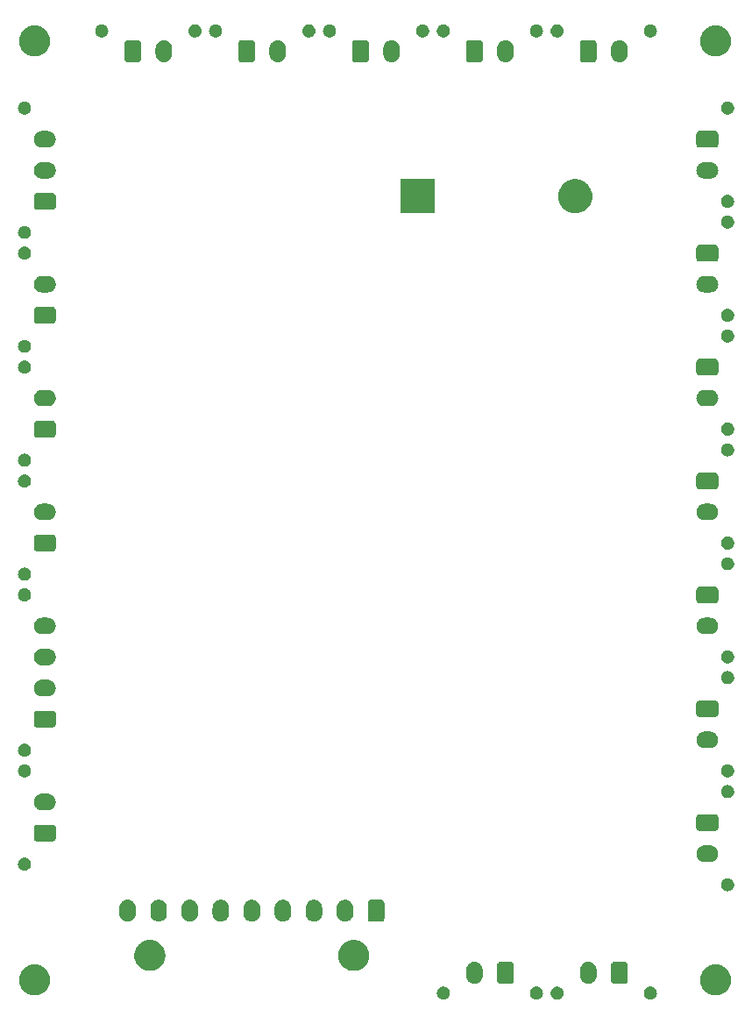
<source format=gbr>
G04 #@! TF.GenerationSoftware,KiCad,Pcbnew,7.0.2*
G04 #@! TF.CreationDate,2023-05-21T23:37:35-05:00*
G04 #@! TF.ProjectId,Controls-LightingPCB,436f6e74-726f-46c7-932d-4c6967687469,rev?*
G04 #@! TF.SameCoordinates,Original*
G04 #@! TF.FileFunction,Soldermask,Bot*
G04 #@! TF.FilePolarity,Negative*
%FSLAX46Y46*%
G04 Gerber Fmt 4.6, Leading zero omitted, Abs format (unit mm)*
G04 Created by KiCad (PCBNEW 7.0.2) date 2023-05-21 23:37:35*
%MOMM*%
%LPD*%
G01*
G04 APERTURE LIST*
G04 APERTURE END LIST*
G36*
X112074189Y-137189123D02*
G01*
X112137869Y-137189123D01*
X112194709Y-137198608D01*
X112248594Y-137202849D01*
X112313492Y-137218429D01*
X112382228Y-137229900D01*
X112430977Y-137246635D01*
X112477405Y-137257782D01*
X112544981Y-137285772D01*
X112616543Y-137310340D01*
X112656514Y-137331971D01*
X112694810Y-137347834D01*
X112762686Y-137389428D01*
X112834422Y-137428250D01*
X112865463Y-137452410D01*
X112895451Y-137470787D01*
X112960985Y-137526758D01*
X113029922Y-137580414D01*
X113052408Y-137604840D01*
X113074387Y-137623612D01*
X113134737Y-137694273D01*
X113197711Y-137762681D01*
X113212514Y-137785339D01*
X113227212Y-137802548D01*
X113279441Y-137887778D01*
X113333211Y-137970079D01*
X113341612Y-137989232D01*
X113350165Y-138003189D01*
X113391383Y-138102698D01*
X113432726Y-138196951D01*
X113436347Y-138211252D01*
X113440217Y-138220594D01*
X113467663Y-138334914D01*
X113493542Y-138437108D01*
X113494250Y-138445658D01*
X113495150Y-138449405D01*
X113506292Y-138590983D01*
X113514000Y-138684000D01*
X113506291Y-138777024D01*
X113495150Y-138918594D01*
X113494250Y-138922340D01*
X113493542Y-138930892D01*
X113467658Y-139033103D01*
X113440217Y-139147405D01*
X113436348Y-139156744D01*
X113432726Y-139171049D01*
X113391375Y-139265318D01*
X113350165Y-139364810D01*
X113341614Y-139378763D01*
X113333211Y-139397921D01*
X113279431Y-139480237D01*
X113227212Y-139565451D01*
X113212517Y-139582656D01*
X113197711Y-139605319D01*
X113134725Y-139673739D01*
X113074387Y-139744387D01*
X113052412Y-139763155D01*
X113029922Y-139787586D01*
X112960972Y-139841251D01*
X112895451Y-139897212D01*
X112865469Y-139915584D01*
X112834422Y-139939750D01*
X112762672Y-139978578D01*
X112694810Y-140020165D01*
X112656522Y-140036024D01*
X112616543Y-140057660D01*
X112544966Y-140082231D01*
X112477405Y-140110217D01*
X112430987Y-140121360D01*
X112382228Y-140138100D01*
X112313479Y-140149572D01*
X112248594Y-140165150D01*
X112194721Y-140169389D01*
X112137869Y-140178877D01*
X112074176Y-140178877D01*
X112014000Y-140183613D01*
X111953823Y-140178877D01*
X111890131Y-140178877D01*
X111833279Y-140169390D01*
X111779405Y-140165150D01*
X111714517Y-140149571D01*
X111645772Y-140138100D01*
X111597014Y-140121361D01*
X111550594Y-140110217D01*
X111483027Y-140082229D01*
X111411457Y-140057660D01*
X111371480Y-140036025D01*
X111333189Y-140020165D01*
X111265319Y-139978574D01*
X111193578Y-139939750D01*
X111162534Y-139915587D01*
X111132548Y-139897212D01*
X111067016Y-139841242D01*
X110998078Y-139787586D01*
X110975591Y-139763159D01*
X110953612Y-139744387D01*
X110893260Y-139673724D01*
X110830289Y-139605319D01*
X110815486Y-139582661D01*
X110800787Y-139565451D01*
X110748552Y-139480212D01*
X110694789Y-139397921D01*
X110686388Y-139378769D01*
X110677834Y-139364810D01*
X110636606Y-139265277D01*
X110595274Y-139171049D01*
X110591653Y-139156751D01*
X110587782Y-139147405D01*
X110560322Y-139033027D01*
X110534458Y-138930892D01*
X110533749Y-138922346D01*
X110532849Y-138918594D01*
X110521689Y-138776795D01*
X110514000Y-138684000D01*
X110521686Y-138591235D01*
X110532849Y-138449405D01*
X110533750Y-138445651D01*
X110534458Y-138437108D01*
X110560317Y-138334990D01*
X110587782Y-138220594D01*
X110591653Y-138211246D01*
X110595274Y-138196951D01*
X110636598Y-138102739D01*
X110677834Y-138003189D01*
X110686389Y-137989226D01*
X110694789Y-137970079D01*
X110748542Y-137887802D01*
X110800787Y-137802548D01*
X110815488Y-137785334D01*
X110830289Y-137762681D01*
X110893248Y-137694288D01*
X110953612Y-137623612D01*
X110975595Y-137604836D01*
X110998078Y-137580414D01*
X111067002Y-137526767D01*
X111132548Y-137470787D01*
X111162540Y-137452407D01*
X111193578Y-137428250D01*
X111265305Y-137389433D01*
X111333189Y-137347834D01*
X111371488Y-137331969D01*
X111411457Y-137310340D01*
X111483013Y-137285774D01*
X111550594Y-137257782D01*
X111597024Y-137246634D01*
X111645772Y-137229900D01*
X111714503Y-137218430D01*
X111779405Y-137202849D01*
X111833290Y-137198608D01*
X111890131Y-137189123D01*
X111953811Y-137189123D01*
X112014000Y-137184386D01*
X112074189Y-137189123D01*
G37*
G36*
X151534079Y-139329630D02*
G01*
X151576541Y-139329630D01*
X151612300Y-139338443D01*
X151641126Y-139341692D01*
X151678412Y-139354739D01*
X151725174Y-139366265D01*
X151752827Y-139380778D01*
X151775171Y-139388597D01*
X151812933Y-139412324D01*
X151860721Y-139437405D01*
X151879921Y-139454415D01*
X151895421Y-139464154D01*
X151930421Y-139499154D01*
X151975304Y-139538917D01*
X151986713Y-139555446D01*
X151995845Y-139564578D01*
X152024545Y-139610254D01*
X152062265Y-139664901D01*
X152067416Y-139678485D01*
X152071402Y-139684828D01*
X152090251Y-139738696D01*
X152116548Y-139808035D01*
X152117628Y-139816934D01*
X152118307Y-139818873D01*
X152124016Y-139869543D01*
X152135000Y-139960000D01*
X152124014Y-140050474D01*
X152118307Y-140101126D01*
X152117628Y-140103064D01*
X152116548Y-140111965D01*
X152090247Y-140181315D01*
X152071402Y-140235171D01*
X152067417Y-140241511D01*
X152062265Y-140255099D01*
X152024538Y-140309755D01*
X151995845Y-140355421D01*
X151986715Y-140364550D01*
X151975304Y-140381083D01*
X151930412Y-140420853D01*
X151895421Y-140455845D01*
X151879925Y-140465581D01*
X151860721Y-140482595D01*
X151812923Y-140507680D01*
X151775171Y-140531402D01*
X151752833Y-140539218D01*
X151725174Y-140553735D01*
X151678402Y-140565263D01*
X151641126Y-140578307D01*
X151612307Y-140581554D01*
X151576541Y-140590370D01*
X151534070Y-140590370D01*
X151500000Y-140594209D01*
X151465930Y-140590370D01*
X151423459Y-140590370D01*
X151387692Y-140581554D01*
X151358873Y-140578307D01*
X151321594Y-140565262D01*
X151274826Y-140553735D01*
X151247168Y-140539219D01*
X151224828Y-140531402D01*
X151187070Y-140507677D01*
X151139279Y-140482595D01*
X151120077Y-140465583D01*
X151104578Y-140455845D01*
X151069578Y-140420845D01*
X151024696Y-140381083D01*
X151013286Y-140364553D01*
X151004154Y-140355421D01*
X150975450Y-140309739D01*
X150937735Y-140255099D01*
X150932583Y-140241515D01*
X150928597Y-140235171D01*
X150909739Y-140181281D01*
X150883452Y-140111965D01*
X150882371Y-140103068D01*
X150881692Y-140101126D01*
X150875971Y-140050355D01*
X150865000Y-139960000D01*
X150875970Y-139869652D01*
X150881692Y-139818873D01*
X150882371Y-139816929D01*
X150883452Y-139808035D01*
X150909735Y-139738730D01*
X150928597Y-139684828D01*
X150932584Y-139678481D01*
X150937735Y-139664901D01*
X150975443Y-139610270D01*
X151004154Y-139564578D01*
X151013288Y-139555443D01*
X151024696Y-139538917D01*
X151069570Y-139499161D01*
X151104578Y-139464154D01*
X151120081Y-139454412D01*
X151139279Y-139437405D01*
X151187060Y-139412327D01*
X151224828Y-139388597D01*
X151247174Y-139380777D01*
X151274826Y-139366265D01*
X151321584Y-139354739D01*
X151358873Y-139341692D01*
X151387700Y-139338443D01*
X151423459Y-139329630D01*
X151465921Y-139329630D01*
X151500000Y-139325790D01*
X151534079Y-139329630D01*
G37*
G36*
X160534078Y-139329630D02*
G01*
X160576541Y-139329630D01*
X160612300Y-139338443D01*
X160641126Y-139341692D01*
X160678412Y-139354739D01*
X160725174Y-139366265D01*
X160752827Y-139380778D01*
X160775171Y-139388597D01*
X160812933Y-139412324D01*
X160860721Y-139437405D01*
X160879921Y-139454415D01*
X160895421Y-139464154D01*
X160930421Y-139499154D01*
X160975304Y-139538917D01*
X160986713Y-139555446D01*
X160995845Y-139564578D01*
X161024545Y-139610254D01*
X161062265Y-139664901D01*
X161067416Y-139678485D01*
X161071402Y-139684828D01*
X161090251Y-139738696D01*
X161116548Y-139808035D01*
X161117628Y-139816934D01*
X161118307Y-139818873D01*
X161124016Y-139869543D01*
X161135000Y-139960000D01*
X161124014Y-140050474D01*
X161118307Y-140101126D01*
X161117628Y-140103064D01*
X161116548Y-140111965D01*
X161090247Y-140181315D01*
X161071402Y-140235171D01*
X161067417Y-140241511D01*
X161062265Y-140255099D01*
X161024538Y-140309755D01*
X160995845Y-140355421D01*
X160986715Y-140364550D01*
X160975304Y-140381083D01*
X160930412Y-140420853D01*
X160895421Y-140455845D01*
X160879925Y-140465581D01*
X160860721Y-140482595D01*
X160812923Y-140507680D01*
X160775171Y-140531402D01*
X160752833Y-140539218D01*
X160725174Y-140553735D01*
X160678402Y-140565263D01*
X160641126Y-140578307D01*
X160612307Y-140581554D01*
X160576541Y-140590370D01*
X160534069Y-140590370D01*
X160499999Y-140594209D01*
X160465929Y-140590370D01*
X160423459Y-140590370D01*
X160387693Y-140581554D01*
X160358873Y-140578307D01*
X160321594Y-140565262D01*
X160274826Y-140553735D01*
X160247168Y-140539219D01*
X160224828Y-140531402D01*
X160187070Y-140507677D01*
X160139279Y-140482595D01*
X160120077Y-140465583D01*
X160104578Y-140455845D01*
X160069578Y-140420845D01*
X160024696Y-140381083D01*
X160013286Y-140364553D01*
X160004154Y-140355421D01*
X159975450Y-140309739D01*
X159937735Y-140255099D01*
X159932583Y-140241515D01*
X159928597Y-140235171D01*
X159909739Y-140181281D01*
X159883452Y-140111965D01*
X159882371Y-140103068D01*
X159881692Y-140101126D01*
X159875971Y-140050355D01*
X159865000Y-139960000D01*
X159875970Y-139869652D01*
X159881692Y-139818873D01*
X159882371Y-139816929D01*
X159883452Y-139808035D01*
X159909735Y-139738730D01*
X159928597Y-139684828D01*
X159932584Y-139678481D01*
X159937735Y-139664901D01*
X159975443Y-139610270D01*
X160004154Y-139564578D01*
X160013288Y-139555443D01*
X160024696Y-139538917D01*
X160069570Y-139499161D01*
X160104578Y-139464154D01*
X160120081Y-139454412D01*
X160139279Y-139437405D01*
X160187060Y-139412327D01*
X160224828Y-139388597D01*
X160247174Y-139380777D01*
X160274826Y-139366265D01*
X160321584Y-139354739D01*
X160358873Y-139341692D01*
X160387700Y-139338443D01*
X160423459Y-139329630D01*
X160465920Y-139329630D01*
X160499999Y-139325790D01*
X160534078Y-139329630D01*
G37*
G36*
X162534078Y-139329630D02*
G01*
X162576541Y-139329630D01*
X162612300Y-139338443D01*
X162641126Y-139341692D01*
X162678412Y-139354739D01*
X162725174Y-139366265D01*
X162752827Y-139380778D01*
X162775171Y-139388597D01*
X162812933Y-139412324D01*
X162860721Y-139437405D01*
X162879921Y-139454415D01*
X162895421Y-139464154D01*
X162930421Y-139499154D01*
X162975304Y-139538917D01*
X162986713Y-139555446D01*
X162995845Y-139564578D01*
X163024545Y-139610254D01*
X163062265Y-139664901D01*
X163067416Y-139678485D01*
X163071402Y-139684828D01*
X163090251Y-139738696D01*
X163116548Y-139808035D01*
X163117628Y-139816934D01*
X163118307Y-139818873D01*
X163124016Y-139869543D01*
X163135000Y-139960000D01*
X163124014Y-140050474D01*
X163118307Y-140101126D01*
X163117628Y-140103064D01*
X163116548Y-140111965D01*
X163090247Y-140181315D01*
X163071402Y-140235171D01*
X163067417Y-140241511D01*
X163062265Y-140255099D01*
X163024538Y-140309755D01*
X162995845Y-140355421D01*
X162986715Y-140364550D01*
X162975304Y-140381083D01*
X162930412Y-140420853D01*
X162895421Y-140455845D01*
X162879925Y-140465581D01*
X162860721Y-140482595D01*
X162812923Y-140507680D01*
X162775171Y-140531402D01*
X162752833Y-140539218D01*
X162725174Y-140553735D01*
X162678402Y-140565263D01*
X162641126Y-140578307D01*
X162612307Y-140581554D01*
X162576541Y-140590370D01*
X162534069Y-140590370D01*
X162499999Y-140594209D01*
X162465929Y-140590370D01*
X162423459Y-140590370D01*
X162387693Y-140581554D01*
X162358873Y-140578307D01*
X162321594Y-140565262D01*
X162274826Y-140553735D01*
X162247168Y-140539219D01*
X162224828Y-140531402D01*
X162187070Y-140507677D01*
X162139279Y-140482595D01*
X162120077Y-140465583D01*
X162104578Y-140455845D01*
X162069578Y-140420845D01*
X162024696Y-140381083D01*
X162013286Y-140364553D01*
X162004154Y-140355421D01*
X161975450Y-140309739D01*
X161937735Y-140255099D01*
X161932583Y-140241515D01*
X161928597Y-140235171D01*
X161909739Y-140181281D01*
X161883452Y-140111965D01*
X161882371Y-140103068D01*
X161881692Y-140101126D01*
X161875971Y-140050355D01*
X161865000Y-139960000D01*
X161875970Y-139869652D01*
X161881692Y-139818873D01*
X161882371Y-139816929D01*
X161883452Y-139808035D01*
X161909735Y-139738730D01*
X161928597Y-139684828D01*
X161932584Y-139678481D01*
X161937735Y-139664901D01*
X161975443Y-139610270D01*
X162004154Y-139564578D01*
X162013288Y-139555443D01*
X162024696Y-139538917D01*
X162069570Y-139499161D01*
X162104578Y-139464154D01*
X162120081Y-139454412D01*
X162139279Y-139437405D01*
X162187060Y-139412327D01*
X162224828Y-139388597D01*
X162247174Y-139380777D01*
X162274826Y-139366265D01*
X162321584Y-139354739D01*
X162358873Y-139341692D01*
X162387700Y-139338443D01*
X162423459Y-139329630D01*
X162465920Y-139329630D01*
X162499999Y-139325790D01*
X162534078Y-139329630D01*
G37*
G36*
X171534079Y-139329630D02*
G01*
X171576541Y-139329630D01*
X171612300Y-139338443D01*
X171641126Y-139341692D01*
X171678412Y-139354739D01*
X171725174Y-139366265D01*
X171752827Y-139380778D01*
X171775171Y-139388597D01*
X171812933Y-139412324D01*
X171860721Y-139437405D01*
X171879921Y-139454415D01*
X171895421Y-139464154D01*
X171930421Y-139499154D01*
X171975304Y-139538917D01*
X171986713Y-139555446D01*
X171995845Y-139564578D01*
X172024545Y-139610254D01*
X172062265Y-139664901D01*
X172067416Y-139678485D01*
X172071402Y-139684828D01*
X172090251Y-139738696D01*
X172116548Y-139808035D01*
X172117628Y-139816934D01*
X172118307Y-139818873D01*
X172124016Y-139869543D01*
X172135000Y-139960000D01*
X172124014Y-140050474D01*
X172118307Y-140101126D01*
X172117628Y-140103064D01*
X172116548Y-140111965D01*
X172090247Y-140181315D01*
X172071402Y-140235171D01*
X172067417Y-140241511D01*
X172062265Y-140255099D01*
X172024538Y-140309755D01*
X171995845Y-140355421D01*
X171986715Y-140364550D01*
X171975304Y-140381083D01*
X171930412Y-140420853D01*
X171895421Y-140455845D01*
X171879925Y-140465581D01*
X171860721Y-140482595D01*
X171812923Y-140507680D01*
X171775171Y-140531402D01*
X171752833Y-140539218D01*
X171725174Y-140553735D01*
X171678402Y-140565263D01*
X171641126Y-140578307D01*
X171612307Y-140581554D01*
X171576541Y-140590370D01*
X171534070Y-140590370D01*
X171500000Y-140594209D01*
X171465930Y-140590370D01*
X171423459Y-140590370D01*
X171387692Y-140581554D01*
X171358873Y-140578307D01*
X171321594Y-140565262D01*
X171274826Y-140553735D01*
X171247168Y-140539219D01*
X171224828Y-140531402D01*
X171187070Y-140507677D01*
X171139279Y-140482595D01*
X171120077Y-140465583D01*
X171104578Y-140455845D01*
X171069578Y-140420845D01*
X171024696Y-140381083D01*
X171013286Y-140364553D01*
X171004154Y-140355421D01*
X170975450Y-140309739D01*
X170937735Y-140255099D01*
X170932583Y-140241515D01*
X170928597Y-140235171D01*
X170909739Y-140181281D01*
X170883452Y-140111965D01*
X170882371Y-140103068D01*
X170881692Y-140101126D01*
X170875971Y-140050355D01*
X170865000Y-139960000D01*
X170875970Y-139869652D01*
X170881692Y-139818873D01*
X170882371Y-139816929D01*
X170883452Y-139808035D01*
X170909735Y-139738730D01*
X170928597Y-139684828D01*
X170932584Y-139678481D01*
X170937735Y-139664901D01*
X170975443Y-139610270D01*
X171004154Y-139564578D01*
X171013288Y-139555443D01*
X171024696Y-139538917D01*
X171069570Y-139499161D01*
X171104578Y-139464154D01*
X171120081Y-139454412D01*
X171139279Y-139437405D01*
X171187060Y-139412327D01*
X171224828Y-139388597D01*
X171247174Y-139380777D01*
X171274826Y-139366265D01*
X171321584Y-139354739D01*
X171358873Y-139341692D01*
X171387700Y-139338443D01*
X171423459Y-139329630D01*
X171465921Y-139329630D01*
X171500000Y-139325790D01*
X171534079Y-139329630D01*
G37*
G36*
X142910189Y-134825123D02*
G01*
X142973869Y-134825123D01*
X143030709Y-134834608D01*
X143084594Y-134838849D01*
X143149492Y-134854429D01*
X143218228Y-134865900D01*
X143266977Y-134882635D01*
X143313405Y-134893782D01*
X143380981Y-134921772D01*
X143452543Y-134946340D01*
X143492514Y-134967971D01*
X143530810Y-134983834D01*
X143598686Y-135025428D01*
X143670422Y-135064250D01*
X143701463Y-135088410D01*
X143731451Y-135106787D01*
X143796985Y-135162758D01*
X143865922Y-135216414D01*
X143888408Y-135240840D01*
X143910387Y-135259612D01*
X143970737Y-135330273D01*
X144033711Y-135398681D01*
X144048514Y-135421339D01*
X144063212Y-135438548D01*
X144115441Y-135523778D01*
X144169211Y-135606079D01*
X144177612Y-135625232D01*
X144186165Y-135639189D01*
X144227383Y-135738698D01*
X144268726Y-135832951D01*
X144272347Y-135847252D01*
X144276217Y-135856594D01*
X144303663Y-135970914D01*
X144329542Y-136073108D01*
X144330250Y-136081658D01*
X144331150Y-136085405D01*
X144342292Y-136226983D01*
X144350000Y-136320000D01*
X144342291Y-136413024D01*
X144331150Y-136554594D01*
X144330250Y-136558340D01*
X144329542Y-136566892D01*
X144303658Y-136669103D01*
X144276217Y-136783405D01*
X144272348Y-136792744D01*
X144268726Y-136807049D01*
X144227375Y-136901318D01*
X144186165Y-137000810D01*
X144177614Y-137014763D01*
X144169211Y-137033921D01*
X144115431Y-137116237D01*
X144063212Y-137201451D01*
X144048517Y-137218656D01*
X144033711Y-137241319D01*
X143970725Y-137309739D01*
X143910387Y-137380387D01*
X143888412Y-137399155D01*
X143865922Y-137423586D01*
X143796972Y-137477251D01*
X143731451Y-137533212D01*
X143701469Y-137551584D01*
X143670422Y-137575750D01*
X143598672Y-137614578D01*
X143530810Y-137656165D01*
X143492522Y-137672024D01*
X143452543Y-137693660D01*
X143380966Y-137718231D01*
X143313405Y-137746217D01*
X143266987Y-137757360D01*
X143218228Y-137774100D01*
X143149479Y-137785572D01*
X143084594Y-137801150D01*
X143030721Y-137805389D01*
X142973869Y-137814877D01*
X142910176Y-137814877D01*
X142850000Y-137819613D01*
X142789823Y-137814877D01*
X142726131Y-137814877D01*
X142669279Y-137805390D01*
X142615405Y-137801150D01*
X142550517Y-137785571D01*
X142481772Y-137774100D01*
X142433014Y-137757361D01*
X142386594Y-137746217D01*
X142319027Y-137718229D01*
X142247457Y-137693660D01*
X142207480Y-137672025D01*
X142169189Y-137656165D01*
X142101319Y-137614574D01*
X142029578Y-137575750D01*
X141998534Y-137551587D01*
X141968548Y-137533212D01*
X141903016Y-137477242D01*
X141834078Y-137423586D01*
X141811591Y-137399159D01*
X141789612Y-137380387D01*
X141729260Y-137309724D01*
X141666289Y-137241319D01*
X141651486Y-137218661D01*
X141636787Y-137201451D01*
X141584552Y-137116212D01*
X141530789Y-137033921D01*
X141522388Y-137014769D01*
X141513834Y-137000810D01*
X141472606Y-136901277D01*
X141431274Y-136807049D01*
X141427653Y-136792751D01*
X141423782Y-136783405D01*
X141396322Y-136669027D01*
X141370458Y-136566892D01*
X141369749Y-136558346D01*
X141368849Y-136554594D01*
X141357688Y-136412783D01*
X141350000Y-136320000D01*
X141357687Y-136227223D01*
X141368849Y-136085405D01*
X141369750Y-136081651D01*
X141370458Y-136073108D01*
X141396317Y-135970990D01*
X141423782Y-135856594D01*
X141427653Y-135847246D01*
X141431274Y-135832951D01*
X141472598Y-135738739D01*
X141513834Y-135639189D01*
X141522389Y-135625226D01*
X141530789Y-135606079D01*
X141584542Y-135523802D01*
X141636787Y-135438548D01*
X141651488Y-135421334D01*
X141666289Y-135398681D01*
X141729248Y-135330288D01*
X141789612Y-135259612D01*
X141811595Y-135240836D01*
X141834078Y-135216414D01*
X141903002Y-135162767D01*
X141968548Y-135106787D01*
X141998540Y-135088407D01*
X142029578Y-135064250D01*
X142101305Y-135025433D01*
X142169189Y-134983834D01*
X142207488Y-134967969D01*
X142247457Y-134946340D01*
X142319013Y-134921774D01*
X142386594Y-134893782D01*
X142433024Y-134882634D01*
X142481772Y-134865900D01*
X142550503Y-134854430D01*
X142615405Y-134838849D01*
X142669290Y-134834608D01*
X142726131Y-134825123D01*
X142789811Y-134825123D01*
X142850000Y-134820386D01*
X142910189Y-134825123D01*
G37*
G36*
X158068913Y-136946995D02*
G01*
X158084725Y-136953976D01*
X158092531Y-136955213D01*
X158125044Y-136971779D01*
X158170106Y-136991676D01*
X158248324Y-137069894D01*
X158268223Y-137114962D01*
X158284786Y-137147468D01*
X158286022Y-137155272D01*
X158293005Y-137171087D01*
X158300999Y-137240002D01*
X158300999Y-137249831D01*
X158301000Y-137249838D01*
X158301000Y-138003189D01*
X158301000Y-138759999D01*
X158293005Y-138828913D01*
X158286021Y-138844728D01*
X158284786Y-138852531D01*
X158268226Y-138885030D01*
X158248324Y-138930106D01*
X158170106Y-139008324D01*
X158125030Y-139028226D01*
X158092531Y-139044786D01*
X158084728Y-139046021D01*
X158068913Y-139053005D01*
X157999998Y-139060999D01*
X157990168Y-139060999D01*
X157990162Y-139061000D01*
X157009838Y-139061000D01*
X157009837Y-139060999D01*
X157000001Y-139061000D01*
X156931087Y-139053005D01*
X156915272Y-139046022D01*
X156907468Y-139044786D01*
X156874962Y-139028223D01*
X156829894Y-139008324D01*
X156751676Y-138930106D01*
X156731779Y-138885044D01*
X156715213Y-138852531D01*
X156713976Y-138844725D01*
X156706995Y-138828913D01*
X156699001Y-138759998D01*
X156699000Y-138750167D01*
X156699000Y-138750161D01*
X156699000Y-137249838D01*
X156699000Y-137249837D01*
X156699000Y-137240001D01*
X156706995Y-137171087D01*
X156713976Y-137155275D01*
X156715213Y-137147468D01*
X156731782Y-137114947D01*
X156751676Y-137069894D01*
X156829894Y-136991676D01*
X156874947Y-136971782D01*
X156907468Y-136955213D01*
X156915275Y-136953976D01*
X156931087Y-136946995D01*
X157000002Y-136939001D01*
X157009831Y-136939000D01*
X157009838Y-136939000D01*
X157990162Y-136939000D01*
X157999999Y-136939000D01*
X158068913Y-136946995D01*
G37*
G36*
X169068913Y-136946995D02*
G01*
X169084725Y-136953976D01*
X169092531Y-136955213D01*
X169125044Y-136971779D01*
X169170106Y-136991676D01*
X169248324Y-137069894D01*
X169268223Y-137114962D01*
X169284786Y-137147468D01*
X169286022Y-137155272D01*
X169293005Y-137171087D01*
X169300999Y-137240002D01*
X169300999Y-137249831D01*
X169301000Y-137249838D01*
X169301000Y-138003189D01*
X169301000Y-138759999D01*
X169293005Y-138828913D01*
X169286021Y-138844728D01*
X169284786Y-138852531D01*
X169268226Y-138885030D01*
X169248324Y-138930106D01*
X169170106Y-139008324D01*
X169125030Y-139028226D01*
X169092531Y-139044786D01*
X169084728Y-139046021D01*
X169068913Y-139053005D01*
X168999998Y-139060999D01*
X168990168Y-139060999D01*
X168990162Y-139061000D01*
X168009838Y-139061000D01*
X168009837Y-139060999D01*
X168000001Y-139061000D01*
X167931087Y-139053005D01*
X167915272Y-139046022D01*
X167907468Y-139044786D01*
X167874962Y-139028223D01*
X167829894Y-139008324D01*
X167751676Y-138930106D01*
X167731779Y-138885044D01*
X167715213Y-138852531D01*
X167713976Y-138844725D01*
X167706995Y-138828913D01*
X167699001Y-138759998D01*
X167699000Y-138750167D01*
X167699000Y-138750161D01*
X167699000Y-137249838D01*
X167699000Y-137249837D01*
X167699000Y-137240001D01*
X167706995Y-137171087D01*
X167713976Y-137155275D01*
X167715213Y-137147468D01*
X167731782Y-137114947D01*
X167751676Y-137069894D01*
X167829894Y-136991676D01*
X167874947Y-136971782D01*
X167907468Y-136955213D01*
X167915275Y-136953976D01*
X167931087Y-136946995D01*
X168000002Y-136939001D01*
X168009831Y-136939000D01*
X168009838Y-136939000D01*
X168990162Y-136939000D01*
X168999999Y-136939000D01*
X169068913Y-136946995D01*
G37*
G36*
X177860188Y-137189123D02*
G01*
X177923869Y-137189123D01*
X177980709Y-137198608D01*
X178034594Y-137202849D01*
X178099492Y-137218429D01*
X178168228Y-137229900D01*
X178216977Y-137246635D01*
X178263405Y-137257782D01*
X178330981Y-137285772D01*
X178402543Y-137310340D01*
X178442514Y-137331971D01*
X178480810Y-137347834D01*
X178548686Y-137389428D01*
X178620422Y-137428250D01*
X178651463Y-137452410D01*
X178681451Y-137470787D01*
X178746985Y-137526758D01*
X178815922Y-137580414D01*
X178838408Y-137604840D01*
X178860387Y-137623612D01*
X178920737Y-137694273D01*
X178983711Y-137762681D01*
X178998514Y-137785339D01*
X179013212Y-137802548D01*
X179065441Y-137887778D01*
X179119211Y-137970079D01*
X179127612Y-137989232D01*
X179136165Y-138003189D01*
X179177383Y-138102698D01*
X179218726Y-138196951D01*
X179222347Y-138211252D01*
X179226217Y-138220594D01*
X179253663Y-138334914D01*
X179279542Y-138437108D01*
X179280250Y-138445658D01*
X179281150Y-138449405D01*
X179292292Y-138590983D01*
X179300000Y-138684000D01*
X179292291Y-138777024D01*
X179281150Y-138918594D01*
X179280250Y-138922340D01*
X179279542Y-138930892D01*
X179253658Y-139033103D01*
X179226217Y-139147405D01*
X179222348Y-139156744D01*
X179218726Y-139171049D01*
X179177375Y-139265318D01*
X179136165Y-139364810D01*
X179127614Y-139378763D01*
X179119211Y-139397921D01*
X179065431Y-139480237D01*
X179013212Y-139565451D01*
X178998517Y-139582656D01*
X178983711Y-139605319D01*
X178920725Y-139673739D01*
X178860387Y-139744387D01*
X178838412Y-139763155D01*
X178815922Y-139787586D01*
X178746972Y-139841251D01*
X178681451Y-139897212D01*
X178651469Y-139915584D01*
X178620422Y-139939750D01*
X178548672Y-139978578D01*
X178480810Y-140020165D01*
X178442522Y-140036024D01*
X178402543Y-140057660D01*
X178330966Y-140082231D01*
X178263405Y-140110217D01*
X178216987Y-140121360D01*
X178168228Y-140138100D01*
X178099479Y-140149572D01*
X178034594Y-140165150D01*
X177980721Y-140169389D01*
X177923869Y-140178877D01*
X177860176Y-140178877D01*
X177799999Y-140183613D01*
X177739823Y-140178877D01*
X177676131Y-140178877D01*
X177619279Y-140169390D01*
X177565405Y-140165150D01*
X177500517Y-140149571D01*
X177431772Y-140138100D01*
X177383014Y-140121361D01*
X177336594Y-140110217D01*
X177269027Y-140082229D01*
X177197457Y-140057660D01*
X177157480Y-140036025D01*
X177119189Y-140020165D01*
X177051319Y-139978574D01*
X176979578Y-139939750D01*
X176948534Y-139915587D01*
X176918548Y-139897212D01*
X176853016Y-139841242D01*
X176784078Y-139787586D01*
X176761591Y-139763159D01*
X176739612Y-139744387D01*
X176679260Y-139673724D01*
X176616289Y-139605319D01*
X176601486Y-139582661D01*
X176586787Y-139565451D01*
X176534552Y-139480212D01*
X176480789Y-139397921D01*
X176472388Y-139378769D01*
X176463834Y-139364810D01*
X176422606Y-139265277D01*
X176381274Y-139171049D01*
X176377653Y-139156751D01*
X176373782Y-139147405D01*
X176346322Y-139033027D01*
X176320458Y-138930892D01*
X176319749Y-138922346D01*
X176318849Y-138918594D01*
X176307688Y-138776783D01*
X176300000Y-138684000D01*
X176307687Y-138591223D01*
X176318849Y-138449405D01*
X176319750Y-138445651D01*
X176320458Y-138437108D01*
X176346317Y-138334990D01*
X176373782Y-138220594D01*
X176377653Y-138211246D01*
X176381274Y-138196951D01*
X176422598Y-138102739D01*
X176463834Y-138003189D01*
X176472389Y-137989226D01*
X176480789Y-137970079D01*
X176534542Y-137887802D01*
X176586787Y-137802548D01*
X176601488Y-137785334D01*
X176616289Y-137762681D01*
X176679248Y-137694288D01*
X176739612Y-137623612D01*
X176761595Y-137604836D01*
X176784078Y-137580414D01*
X176853002Y-137526767D01*
X176918548Y-137470787D01*
X176948540Y-137452407D01*
X176979578Y-137428250D01*
X177051305Y-137389433D01*
X177119189Y-137347834D01*
X177157488Y-137331969D01*
X177197457Y-137310340D01*
X177269013Y-137285774D01*
X177336594Y-137257782D01*
X177383024Y-137246634D01*
X177431772Y-137229900D01*
X177500503Y-137218430D01*
X177565405Y-137202849D01*
X177619291Y-137198608D01*
X177676131Y-137189123D01*
X177739810Y-137189123D01*
X177799999Y-137184386D01*
X177860188Y-137189123D01*
G37*
G36*
X154545023Y-136944073D02*
G01*
X154583657Y-136944073D01*
X154627240Y-136953336D01*
X154678239Y-136959083D01*
X154715321Y-136972058D01*
X154747306Y-136978857D01*
X154793401Y-136999379D01*
X154847541Y-137018324D01*
X154875719Y-137036029D01*
X154900157Y-137046910D01*
X154945720Y-137080014D01*
X154999415Y-137113753D01*
X155018700Y-137133038D01*
X155035512Y-137145253D01*
X155077076Y-137191414D01*
X155126247Y-137240585D01*
X155137555Y-137258582D01*
X155147467Y-137269590D01*
X155181376Y-137328322D01*
X155221676Y-137392459D01*
X155226707Y-137406838D01*
X155231120Y-137414481D01*
X155253718Y-137484030D01*
X155280917Y-137561761D01*
X155281948Y-137570913D01*
X155282823Y-137573606D01*
X155290756Y-137649084D01*
X155301000Y-137740000D01*
X155301000Y-138260000D01*
X155290754Y-138350929D01*
X155282823Y-138426393D01*
X155281948Y-138429084D01*
X155280917Y-138438239D01*
X155253713Y-138515982D01*
X155231120Y-138585518D01*
X155226708Y-138593159D01*
X155221676Y-138607541D01*
X155181369Y-138671688D01*
X155147467Y-138730409D01*
X155137557Y-138741414D01*
X155126247Y-138759415D01*
X155077067Y-138808594D01*
X155035512Y-138854746D01*
X155018704Y-138866957D01*
X154999415Y-138886247D01*
X154945704Y-138919995D01*
X154900153Y-138953091D01*
X154875723Y-138963967D01*
X154847541Y-138981676D01*
X154793397Y-139000621D01*
X154747310Y-139021141D01*
X154715327Y-139027939D01*
X154678239Y-139040917D01*
X154627237Y-139046663D01*
X154583657Y-139055927D01*
X154545023Y-139055927D01*
X154500000Y-139061000D01*
X154454977Y-139055927D01*
X154416343Y-139055927D01*
X154372761Y-139046663D01*
X154321761Y-139040917D01*
X154284674Y-139027939D01*
X154252693Y-139021142D01*
X154206603Y-139000622D01*
X154152459Y-138981676D01*
X154124277Y-138963968D01*
X154099842Y-138953089D01*
X154054282Y-138919987D01*
X154000585Y-138886247D01*
X153981298Y-138866960D01*
X153964487Y-138854746D01*
X153922922Y-138808584D01*
X153873753Y-138759415D01*
X153862444Y-138741418D01*
X153852532Y-138730409D01*
X153818618Y-138671668D01*
X153778324Y-138607541D01*
X153773293Y-138593163D01*
X153768879Y-138585518D01*
X153746272Y-138515942D01*
X153719083Y-138438239D01*
X153718052Y-138429089D01*
X153717176Y-138426393D01*
X153709237Y-138350854D01*
X153699000Y-138260000D01*
X153699000Y-137740000D01*
X153709235Y-137649159D01*
X153717176Y-137573606D01*
X153718052Y-137570909D01*
X153719083Y-137561761D01*
X153746267Y-137484070D01*
X153768879Y-137414481D01*
X153773293Y-137406834D01*
X153778324Y-137392459D01*
X153818611Y-137328342D01*
X153852532Y-137269590D01*
X153862446Y-137258578D01*
X153873753Y-137240585D01*
X153922913Y-137191424D01*
X153964487Y-137145253D01*
X153981301Y-137133036D01*
X154000585Y-137113753D01*
X154054278Y-137080015D01*
X154099846Y-137046908D01*
X154124284Y-137036027D01*
X154152459Y-137018324D01*
X154206587Y-136999383D01*
X154252689Y-136978858D01*
X154284679Y-136972058D01*
X154321761Y-136959083D01*
X154372759Y-136953336D01*
X154416343Y-136944073D01*
X154454977Y-136944073D01*
X154500000Y-136939000D01*
X154545023Y-136944073D01*
G37*
G36*
X165545023Y-136944073D02*
G01*
X165583657Y-136944073D01*
X165627240Y-136953336D01*
X165678239Y-136959083D01*
X165715321Y-136972058D01*
X165747306Y-136978857D01*
X165793401Y-136999379D01*
X165847541Y-137018324D01*
X165875719Y-137036029D01*
X165900157Y-137046910D01*
X165945720Y-137080014D01*
X165999415Y-137113753D01*
X166018700Y-137133038D01*
X166035512Y-137145253D01*
X166077076Y-137191414D01*
X166126247Y-137240585D01*
X166137555Y-137258582D01*
X166147467Y-137269590D01*
X166181376Y-137328322D01*
X166221676Y-137392459D01*
X166226707Y-137406838D01*
X166231120Y-137414481D01*
X166253718Y-137484030D01*
X166280917Y-137561761D01*
X166281948Y-137570913D01*
X166282823Y-137573606D01*
X166290756Y-137649084D01*
X166301000Y-137740000D01*
X166301000Y-138260000D01*
X166290754Y-138350929D01*
X166282823Y-138426393D01*
X166281948Y-138429084D01*
X166280917Y-138438239D01*
X166253713Y-138515982D01*
X166231120Y-138585518D01*
X166226708Y-138593159D01*
X166221676Y-138607541D01*
X166181369Y-138671688D01*
X166147467Y-138730409D01*
X166137557Y-138741414D01*
X166126247Y-138759415D01*
X166077067Y-138808594D01*
X166035512Y-138854746D01*
X166018704Y-138866957D01*
X165999415Y-138886247D01*
X165945704Y-138919995D01*
X165900153Y-138953091D01*
X165875723Y-138963967D01*
X165847541Y-138981676D01*
X165793397Y-139000621D01*
X165747310Y-139021141D01*
X165715327Y-139027939D01*
X165678239Y-139040917D01*
X165627237Y-139046663D01*
X165583657Y-139055927D01*
X165545023Y-139055927D01*
X165500000Y-139061000D01*
X165454977Y-139055927D01*
X165416343Y-139055927D01*
X165372761Y-139046663D01*
X165321761Y-139040917D01*
X165284674Y-139027939D01*
X165252693Y-139021142D01*
X165206603Y-139000622D01*
X165152459Y-138981676D01*
X165124277Y-138963968D01*
X165099842Y-138953089D01*
X165054282Y-138919987D01*
X165000585Y-138886247D01*
X164981298Y-138866960D01*
X164964487Y-138854746D01*
X164922922Y-138808584D01*
X164873753Y-138759415D01*
X164862444Y-138741418D01*
X164852532Y-138730409D01*
X164818618Y-138671668D01*
X164778324Y-138607541D01*
X164773293Y-138593163D01*
X164768879Y-138585518D01*
X164746272Y-138515942D01*
X164719083Y-138438239D01*
X164718052Y-138429089D01*
X164717176Y-138426393D01*
X164709237Y-138350854D01*
X164699000Y-138260000D01*
X164699000Y-137740000D01*
X164709235Y-137649159D01*
X164717176Y-137573606D01*
X164718052Y-137570909D01*
X164719083Y-137561761D01*
X164746267Y-137484070D01*
X164768879Y-137414481D01*
X164773293Y-137406834D01*
X164778324Y-137392459D01*
X164818611Y-137328342D01*
X164852532Y-137269590D01*
X164862446Y-137258578D01*
X164873753Y-137240585D01*
X164922913Y-137191424D01*
X164964487Y-137145253D01*
X164981301Y-137133036D01*
X165000585Y-137113753D01*
X165054278Y-137080015D01*
X165099846Y-137046908D01*
X165124284Y-137036027D01*
X165152459Y-137018324D01*
X165206587Y-136999383D01*
X165252689Y-136978858D01*
X165284679Y-136972058D01*
X165321761Y-136959083D01*
X165372759Y-136953336D01*
X165416343Y-136944073D01*
X165454977Y-136944073D01*
X165500000Y-136939000D01*
X165545023Y-136944073D01*
G37*
G36*
X123210188Y-134825123D02*
G01*
X123273869Y-134825123D01*
X123330709Y-134834608D01*
X123384594Y-134838849D01*
X123449492Y-134854429D01*
X123518228Y-134865900D01*
X123566977Y-134882635D01*
X123613405Y-134893782D01*
X123680981Y-134921772D01*
X123752543Y-134946340D01*
X123792514Y-134967971D01*
X123830810Y-134983834D01*
X123898686Y-135025428D01*
X123970422Y-135064250D01*
X124001463Y-135088410D01*
X124031451Y-135106787D01*
X124096985Y-135162758D01*
X124165922Y-135216414D01*
X124188408Y-135240840D01*
X124210387Y-135259612D01*
X124270737Y-135330273D01*
X124333711Y-135398681D01*
X124348514Y-135421339D01*
X124363212Y-135438548D01*
X124415441Y-135523778D01*
X124469211Y-135606079D01*
X124477612Y-135625232D01*
X124486165Y-135639189D01*
X124527383Y-135738698D01*
X124568726Y-135832951D01*
X124572347Y-135847252D01*
X124576217Y-135856594D01*
X124603663Y-135970914D01*
X124629542Y-136073108D01*
X124630250Y-136081658D01*
X124631150Y-136085405D01*
X124642292Y-136226983D01*
X124650000Y-136320000D01*
X124642291Y-136413024D01*
X124631150Y-136554594D01*
X124630250Y-136558340D01*
X124629542Y-136566892D01*
X124603658Y-136669103D01*
X124576217Y-136783405D01*
X124572348Y-136792744D01*
X124568726Y-136807049D01*
X124527375Y-136901318D01*
X124486165Y-137000810D01*
X124477614Y-137014763D01*
X124469211Y-137033921D01*
X124415431Y-137116237D01*
X124363212Y-137201451D01*
X124348517Y-137218656D01*
X124333711Y-137241319D01*
X124270725Y-137309739D01*
X124210387Y-137380387D01*
X124188412Y-137399155D01*
X124165922Y-137423586D01*
X124096972Y-137477251D01*
X124031451Y-137533212D01*
X124001469Y-137551584D01*
X123970422Y-137575750D01*
X123898672Y-137614578D01*
X123830810Y-137656165D01*
X123792522Y-137672024D01*
X123752543Y-137693660D01*
X123680966Y-137718231D01*
X123613405Y-137746217D01*
X123566987Y-137757360D01*
X123518228Y-137774100D01*
X123449479Y-137785572D01*
X123384594Y-137801150D01*
X123330721Y-137805389D01*
X123273869Y-137814877D01*
X123210176Y-137814877D01*
X123150000Y-137819613D01*
X123089823Y-137814877D01*
X123026131Y-137814877D01*
X122969279Y-137805390D01*
X122915405Y-137801150D01*
X122850517Y-137785571D01*
X122781772Y-137774100D01*
X122733014Y-137757361D01*
X122686594Y-137746217D01*
X122619027Y-137718229D01*
X122547457Y-137693660D01*
X122507480Y-137672025D01*
X122469189Y-137656165D01*
X122401319Y-137614574D01*
X122329578Y-137575750D01*
X122298534Y-137551587D01*
X122268548Y-137533212D01*
X122203016Y-137477242D01*
X122134078Y-137423586D01*
X122111591Y-137399159D01*
X122089612Y-137380387D01*
X122029260Y-137309724D01*
X121966289Y-137241319D01*
X121951486Y-137218661D01*
X121936787Y-137201451D01*
X121884552Y-137116212D01*
X121830789Y-137033921D01*
X121822388Y-137014769D01*
X121813834Y-137000810D01*
X121772606Y-136901277D01*
X121731274Y-136807049D01*
X121727653Y-136792751D01*
X121723782Y-136783405D01*
X121696322Y-136669027D01*
X121670458Y-136566892D01*
X121669749Y-136558346D01*
X121668849Y-136554594D01*
X121657688Y-136412783D01*
X121650000Y-136320000D01*
X121657687Y-136227223D01*
X121668849Y-136085405D01*
X121669750Y-136081651D01*
X121670458Y-136073108D01*
X121696317Y-135970990D01*
X121723782Y-135856594D01*
X121727653Y-135847246D01*
X121731274Y-135832951D01*
X121772598Y-135738739D01*
X121813834Y-135639189D01*
X121822389Y-135625226D01*
X121830789Y-135606079D01*
X121884542Y-135523802D01*
X121936787Y-135438548D01*
X121951488Y-135421334D01*
X121966289Y-135398681D01*
X122029248Y-135330288D01*
X122089612Y-135259612D01*
X122111595Y-135240836D01*
X122134078Y-135216414D01*
X122203002Y-135162767D01*
X122268548Y-135106787D01*
X122298540Y-135088407D01*
X122329578Y-135064250D01*
X122401305Y-135025433D01*
X122469189Y-134983834D01*
X122507488Y-134967969D01*
X122547457Y-134946340D01*
X122619013Y-134921774D01*
X122686594Y-134893782D01*
X122733024Y-134882634D01*
X122781772Y-134865900D01*
X122850503Y-134854430D01*
X122915405Y-134838849D01*
X122969291Y-134834608D01*
X123026131Y-134825123D01*
X123089810Y-134825123D01*
X123149999Y-134820386D01*
X123210188Y-134825123D01*
G37*
G36*
X121045023Y-130944073D02*
G01*
X121083657Y-130944073D01*
X121127240Y-130953336D01*
X121178239Y-130959083D01*
X121215321Y-130972058D01*
X121247306Y-130978857D01*
X121293401Y-130999379D01*
X121347541Y-131018324D01*
X121375719Y-131036029D01*
X121400157Y-131046910D01*
X121445720Y-131080014D01*
X121499415Y-131113753D01*
X121518700Y-131133038D01*
X121535512Y-131145253D01*
X121577076Y-131191414D01*
X121626247Y-131240585D01*
X121637555Y-131258582D01*
X121647467Y-131269590D01*
X121681376Y-131328322D01*
X121721676Y-131392459D01*
X121726707Y-131406838D01*
X121731120Y-131414481D01*
X121753718Y-131484030D01*
X121780917Y-131561761D01*
X121781948Y-131570913D01*
X121782823Y-131573606D01*
X121790756Y-131649084D01*
X121801000Y-131740000D01*
X121801000Y-132260000D01*
X121790754Y-132350929D01*
X121782823Y-132426393D01*
X121781948Y-132429084D01*
X121780917Y-132438239D01*
X121753713Y-132515982D01*
X121731120Y-132585518D01*
X121726708Y-132593159D01*
X121721676Y-132607541D01*
X121681369Y-132671688D01*
X121647467Y-132730409D01*
X121637557Y-132741414D01*
X121626247Y-132759415D01*
X121577067Y-132808594D01*
X121535512Y-132854746D01*
X121518704Y-132866957D01*
X121499415Y-132886247D01*
X121445704Y-132919995D01*
X121400153Y-132953091D01*
X121375723Y-132963967D01*
X121347541Y-132981676D01*
X121293397Y-133000621D01*
X121247310Y-133021141D01*
X121215327Y-133027939D01*
X121178239Y-133040917D01*
X121127237Y-133046663D01*
X121083657Y-133055927D01*
X121045023Y-133055927D01*
X121000000Y-133061000D01*
X120954977Y-133055927D01*
X120916343Y-133055927D01*
X120872761Y-133046663D01*
X120821761Y-133040917D01*
X120784674Y-133027939D01*
X120752693Y-133021142D01*
X120706603Y-133000622D01*
X120652459Y-132981676D01*
X120624277Y-132963968D01*
X120599842Y-132953089D01*
X120554282Y-132919987D01*
X120500585Y-132886247D01*
X120481298Y-132866960D01*
X120464487Y-132854746D01*
X120422922Y-132808584D01*
X120373753Y-132759415D01*
X120362444Y-132741418D01*
X120352532Y-132730409D01*
X120318618Y-132671668D01*
X120278324Y-132607541D01*
X120273293Y-132593163D01*
X120268879Y-132585518D01*
X120246272Y-132515942D01*
X120219083Y-132438239D01*
X120218052Y-132429089D01*
X120217176Y-132426393D01*
X120209237Y-132350854D01*
X120199000Y-132260000D01*
X120199000Y-131740000D01*
X120209235Y-131649159D01*
X120217176Y-131573606D01*
X120218052Y-131570909D01*
X120219083Y-131561761D01*
X120246267Y-131484070D01*
X120268879Y-131414481D01*
X120273293Y-131406834D01*
X120278324Y-131392459D01*
X120318611Y-131328342D01*
X120352532Y-131269590D01*
X120362446Y-131258578D01*
X120373753Y-131240585D01*
X120422913Y-131191424D01*
X120464487Y-131145253D01*
X120481301Y-131133036D01*
X120500585Y-131113753D01*
X120554278Y-131080015D01*
X120599846Y-131046908D01*
X120624284Y-131036027D01*
X120652459Y-131018324D01*
X120706587Y-130999383D01*
X120752689Y-130978858D01*
X120784679Y-130972058D01*
X120821761Y-130959083D01*
X120872759Y-130953336D01*
X120916343Y-130944073D01*
X120954977Y-130944073D01*
X121000000Y-130939000D01*
X121045023Y-130944073D01*
G37*
G36*
X124045023Y-130944073D02*
G01*
X124083657Y-130944073D01*
X124127240Y-130953336D01*
X124178239Y-130959083D01*
X124215321Y-130972058D01*
X124247306Y-130978857D01*
X124293401Y-130999379D01*
X124347541Y-131018324D01*
X124375719Y-131036029D01*
X124400157Y-131046910D01*
X124445720Y-131080014D01*
X124499415Y-131113753D01*
X124518700Y-131133038D01*
X124535512Y-131145253D01*
X124577076Y-131191414D01*
X124626247Y-131240585D01*
X124637555Y-131258582D01*
X124647467Y-131269590D01*
X124681376Y-131328322D01*
X124721676Y-131392459D01*
X124726707Y-131406838D01*
X124731120Y-131414481D01*
X124753718Y-131484030D01*
X124780917Y-131561761D01*
X124781948Y-131570913D01*
X124782823Y-131573606D01*
X124790756Y-131649084D01*
X124801000Y-131740000D01*
X124801000Y-132260000D01*
X124790754Y-132350929D01*
X124782823Y-132426393D01*
X124781948Y-132429084D01*
X124780917Y-132438239D01*
X124753713Y-132515982D01*
X124731120Y-132585518D01*
X124726708Y-132593159D01*
X124721676Y-132607541D01*
X124681369Y-132671688D01*
X124647467Y-132730409D01*
X124637557Y-132741414D01*
X124626247Y-132759415D01*
X124577067Y-132808594D01*
X124535512Y-132854746D01*
X124518704Y-132866957D01*
X124499415Y-132886247D01*
X124445704Y-132919995D01*
X124400153Y-132953091D01*
X124375723Y-132963967D01*
X124347541Y-132981676D01*
X124293397Y-133000621D01*
X124247310Y-133021141D01*
X124215327Y-133027939D01*
X124178239Y-133040917D01*
X124127237Y-133046663D01*
X124083657Y-133055927D01*
X124045023Y-133055927D01*
X124000000Y-133061000D01*
X123954977Y-133055927D01*
X123916343Y-133055927D01*
X123872761Y-133046663D01*
X123821761Y-133040917D01*
X123784674Y-133027939D01*
X123752693Y-133021142D01*
X123706603Y-133000622D01*
X123652459Y-132981676D01*
X123624277Y-132963968D01*
X123599842Y-132953089D01*
X123554282Y-132919987D01*
X123500585Y-132886247D01*
X123481298Y-132866960D01*
X123464487Y-132854746D01*
X123422922Y-132808584D01*
X123373753Y-132759415D01*
X123362444Y-132741418D01*
X123352532Y-132730409D01*
X123318618Y-132671668D01*
X123278324Y-132607541D01*
X123273293Y-132593163D01*
X123268879Y-132585518D01*
X123246272Y-132515942D01*
X123219083Y-132438239D01*
X123218052Y-132429089D01*
X123217176Y-132426393D01*
X123209237Y-132350854D01*
X123199000Y-132260000D01*
X123199000Y-131740000D01*
X123209235Y-131649159D01*
X123217176Y-131573606D01*
X123218052Y-131570909D01*
X123219083Y-131561761D01*
X123246267Y-131484070D01*
X123268879Y-131414481D01*
X123273293Y-131406834D01*
X123278324Y-131392459D01*
X123318611Y-131328342D01*
X123352532Y-131269590D01*
X123362446Y-131258578D01*
X123373753Y-131240585D01*
X123422913Y-131191424D01*
X123464487Y-131145253D01*
X123481301Y-131133036D01*
X123500585Y-131113753D01*
X123554278Y-131080015D01*
X123599846Y-131046908D01*
X123624284Y-131036027D01*
X123652459Y-131018324D01*
X123706587Y-130999383D01*
X123752689Y-130978858D01*
X123784679Y-130972058D01*
X123821761Y-130959083D01*
X123872759Y-130953336D01*
X123916343Y-130944073D01*
X123954977Y-130944073D01*
X124000000Y-130939000D01*
X124045023Y-130944073D01*
G37*
G36*
X127045023Y-130944073D02*
G01*
X127083657Y-130944073D01*
X127127240Y-130953336D01*
X127178239Y-130959083D01*
X127215321Y-130972058D01*
X127247306Y-130978857D01*
X127293401Y-130999379D01*
X127347541Y-131018324D01*
X127375719Y-131036029D01*
X127400157Y-131046910D01*
X127445720Y-131080014D01*
X127499415Y-131113753D01*
X127518700Y-131133038D01*
X127535512Y-131145253D01*
X127577076Y-131191414D01*
X127626247Y-131240585D01*
X127637555Y-131258582D01*
X127647467Y-131269590D01*
X127681376Y-131328322D01*
X127721676Y-131392459D01*
X127726707Y-131406838D01*
X127731120Y-131414481D01*
X127753718Y-131484030D01*
X127780917Y-131561761D01*
X127781948Y-131570913D01*
X127782823Y-131573606D01*
X127790756Y-131649084D01*
X127801000Y-131740000D01*
X127801000Y-132260000D01*
X127790754Y-132350929D01*
X127782823Y-132426393D01*
X127781948Y-132429084D01*
X127780917Y-132438239D01*
X127753713Y-132515982D01*
X127731120Y-132585518D01*
X127726708Y-132593159D01*
X127721676Y-132607541D01*
X127681369Y-132671688D01*
X127647467Y-132730409D01*
X127637557Y-132741414D01*
X127626247Y-132759415D01*
X127577067Y-132808594D01*
X127535512Y-132854746D01*
X127518704Y-132866957D01*
X127499415Y-132886247D01*
X127445704Y-132919995D01*
X127400153Y-132953091D01*
X127375723Y-132963967D01*
X127347541Y-132981676D01*
X127293397Y-133000621D01*
X127247310Y-133021141D01*
X127215327Y-133027939D01*
X127178239Y-133040917D01*
X127127237Y-133046663D01*
X127083657Y-133055927D01*
X127045023Y-133055927D01*
X127000000Y-133061000D01*
X126954977Y-133055927D01*
X126916343Y-133055927D01*
X126872761Y-133046663D01*
X126821761Y-133040917D01*
X126784674Y-133027939D01*
X126752693Y-133021142D01*
X126706603Y-133000622D01*
X126652459Y-132981676D01*
X126624277Y-132963968D01*
X126599842Y-132953089D01*
X126554282Y-132919987D01*
X126500585Y-132886247D01*
X126481298Y-132866960D01*
X126464487Y-132854746D01*
X126422922Y-132808584D01*
X126373753Y-132759415D01*
X126362444Y-132741418D01*
X126352532Y-132730409D01*
X126318618Y-132671668D01*
X126278324Y-132607541D01*
X126273293Y-132593163D01*
X126268879Y-132585518D01*
X126246272Y-132515942D01*
X126219083Y-132438239D01*
X126218052Y-132429089D01*
X126217176Y-132426393D01*
X126209237Y-132350854D01*
X126199000Y-132260000D01*
X126199000Y-131740000D01*
X126209235Y-131649159D01*
X126217176Y-131573606D01*
X126218052Y-131570909D01*
X126219083Y-131561761D01*
X126246267Y-131484070D01*
X126268879Y-131414481D01*
X126273293Y-131406834D01*
X126278324Y-131392459D01*
X126318611Y-131328342D01*
X126352532Y-131269590D01*
X126362446Y-131258578D01*
X126373753Y-131240585D01*
X126422913Y-131191424D01*
X126464487Y-131145253D01*
X126481301Y-131133036D01*
X126500585Y-131113753D01*
X126554278Y-131080015D01*
X126599846Y-131046908D01*
X126624284Y-131036027D01*
X126652459Y-131018324D01*
X126706587Y-130999383D01*
X126752689Y-130978858D01*
X126784679Y-130972058D01*
X126821761Y-130959083D01*
X126872759Y-130953336D01*
X126916343Y-130944073D01*
X126954977Y-130944073D01*
X127000000Y-130939000D01*
X127045023Y-130944073D01*
G37*
G36*
X130045023Y-130944073D02*
G01*
X130083657Y-130944073D01*
X130127240Y-130953336D01*
X130178239Y-130959083D01*
X130215321Y-130972058D01*
X130247306Y-130978857D01*
X130293401Y-130999379D01*
X130347541Y-131018324D01*
X130375719Y-131036029D01*
X130400157Y-131046910D01*
X130445720Y-131080014D01*
X130499415Y-131113753D01*
X130518700Y-131133038D01*
X130535512Y-131145253D01*
X130577076Y-131191414D01*
X130626247Y-131240585D01*
X130637555Y-131258582D01*
X130647467Y-131269590D01*
X130681376Y-131328322D01*
X130721676Y-131392459D01*
X130726707Y-131406838D01*
X130731120Y-131414481D01*
X130753718Y-131484030D01*
X130780917Y-131561761D01*
X130781948Y-131570913D01*
X130782823Y-131573606D01*
X130790756Y-131649084D01*
X130801000Y-131740000D01*
X130801000Y-132260000D01*
X130790754Y-132350929D01*
X130782823Y-132426393D01*
X130781948Y-132429084D01*
X130780917Y-132438239D01*
X130753713Y-132515982D01*
X130731120Y-132585518D01*
X130726708Y-132593159D01*
X130721676Y-132607541D01*
X130681369Y-132671688D01*
X130647467Y-132730409D01*
X130637557Y-132741414D01*
X130626247Y-132759415D01*
X130577067Y-132808594D01*
X130535512Y-132854746D01*
X130518704Y-132866957D01*
X130499415Y-132886247D01*
X130445704Y-132919995D01*
X130400153Y-132953091D01*
X130375723Y-132963967D01*
X130347541Y-132981676D01*
X130293397Y-133000621D01*
X130247310Y-133021141D01*
X130215327Y-133027939D01*
X130178239Y-133040917D01*
X130127237Y-133046663D01*
X130083657Y-133055927D01*
X130045023Y-133055927D01*
X130000000Y-133061000D01*
X129954977Y-133055927D01*
X129916343Y-133055927D01*
X129872761Y-133046663D01*
X129821761Y-133040917D01*
X129784674Y-133027939D01*
X129752693Y-133021142D01*
X129706603Y-133000622D01*
X129652459Y-132981676D01*
X129624277Y-132963968D01*
X129599842Y-132953089D01*
X129554282Y-132919987D01*
X129500585Y-132886247D01*
X129481298Y-132866960D01*
X129464487Y-132854746D01*
X129422922Y-132808584D01*
X129373753Y-132759415D01*
X129362444Y-132741418D01*
X129352532Y-132730409D01*
X129318618Y-132671668D01*
X129278324Y-132607541D01*
X129273293Y-132593163D01*
X129268879Y-132585518D01*
X129246272Y-132515942D01*
X129219083Y-132438239D01*
X129218052Y-132429089D01*
X129217176Y-132426393D01*
X129209237Y-132350854D01*
X129199000Y-132260000D01*
X129199000Y-131740000D01*
X129209235Y-131649159D01*
X129217176Y-131573606D01*
X129218052Y-131570909D01*
X129219083Y-131561761D01*
X129246267Y-131484070D01*
X129268879Y-131414481D01*
X129273293Y-131406834D01*
X129278324Y-131392459D01*
X129318611Y-131328342D01*
X129352532Y-131269590D01*
X129362446Y-131258578D01*
X129373753Y-131240585D01*
X129422913Y-131191424D01*
X129464487Y-131145253D01*
X129481301Y-131133036D01*
X129500585Y-131113753D01*
X129554278Y-131080015D01*
X129599846Y-131046908D01*
X129624284Y-131036027D01*
X129652459Y-131018324D01*
X129706587Y-130999383D01*
X129752689Y-130978858D01*
X129784679Y-130972058D01*
X129821761Y-130959083D01*
X129872759Y-130953336D01*
X129916343Y-130944073D01*
X129954977Y-130944073D01*
X130000000Y-130939000D01*
X130045023Y-130944073D01*
G37*
G36*
X133045023Y-130944073D02*
G01*
X133083657Y-130944073D01*
X133127240Y-130953336D01*
X133178239Y-130959083D01*
X133215321Y-130972058D01*
X133247306Y-130978857D01*
X133293401Y-130999379D01*
X133347541Y-131018324D01*
X133375719Y-131036029D01*
X133400157Y-131046910D01*
X133445720Y-131080014D01*
X133499415Y-131113753D01*
X133518700Y-131133038D01*
X133535512Y-131145253D01*
X133577076Y-131191414D01*
X133626247Y-131240585D01*
X133637555Y-131258582D01*
X133647467Y-131269590D01*
X133681376Y-131328322D01*
X133721676Y-131392459D01*
X133726707Y-131406838D01*
X133731120Y-131414481D01*
X133753718Y-131484030D01*
X133780917Y-131561761D01*
X133781948Y-131570913D01*
X133782823Y-131573606D01*
X133790756Y-131649084D01*
X133801000Y-131740000D01*
X133801000Y-132260000D01*
X133790754Y-132350929D01*
X133782823Y-132426393D01*
X133781948Y-132429084D01*
X133780917Y-132438239D01*
X133753713Y-132515982D01*
X133731120Y-132585518D01*
X133726708Y-132593159D01*
X133721676Y-132607541D01*
X133681369Y-132671688D01*
X133647467Y-132730409D01*
X133637557Y-132741414D01*
X133626247Y-132759415D01*
X133577067Y-132808594D01*
X133535512Y-132854746D01*
X133518704Y-132866957D01*
X133499415Y-132886247D01*
X133445704Y-132919995D01*
X133400153Y-132953091D01*
X133375723Y-132963967D01*
X133347541Y-132981676D01*
X133293397Y-133000621D01*
X133247310Y-133021141D01*
X133215327Y-133027939D01*
X133178239Y-133040917D01*
X133127237Y-133046663D01*
X133083657Y-133055927D01*
X133045023Y-133055927D01*
X133000000Y-133061000D01*
X132954977Y-133055927D01*
X132916343Y-133055927D01*
X132872761Y-133046663D01*
X132821761Y-133040917D01*
X132784674Y-133027939D01*
X132752693Y-133021142D01*
X132706603Y-133000622D01*
X132652459Y-132981676D01*
X132624277Y-132963968D01*
X132599842Y-132953089D01*
X132554282Y-132919987D01*
X132500585Y-132886247D01*
X132481298Y-132866960D01*
X132464487Y-132854746D01*
X132422922Y-132808584D01*
X132373753Y-132759415D01*
X132362444Y-132741418D01*
X132352532Y-132730409D01*
X132318618Y-132671668D01*
X132278324Y-132607541D01*
X132273293Y-132593163D01*
X132268879Y-132585518D01*
X132246272Y-132515942D01*
X132219083Y-132438239D01*
X132218052Y-132429089D01*
X132217176Y-132426393D01*
X132209237Y-132350854D01*
X132199000Y-132260000D01*
X132199000Y-131740000D01*
X132209235Y-131649159D01*
X132217176Y-131573606D01*
X132218052Y-131570909D01*
X132219083Y-131561761D01*
X132246267Y-131484070D01*
X132268879Y-131414481D01*
X132273293Y-131406834D01*
X132278324Y-131392459D01*
X132318611Y-131328342D01*
X132352532Y-131269590D01*
X132362446Y-131258578D01*
X132373753Y-131240585D01*
X132422913Y-131191424D01*
X132464487Y-131145253D01*
X132481301Y-131133036D01*
X132500585Y-131113753D01*
X132554278Y-131080015D01*
X132599846Y-131046908D01*
X132624284Y-131036027D01*
X132652459Y-131018324D01*
X132706587Y-130999383D01*
X132752689Y-130978858D01*
X132784679Y-130972058D01*
X132821761Y-130959083D01*
X132872759Y-130953336D01*
X132916343Y-130944073D01*
X132954977Y-130944073D01*
X133000000Y-130939000D01*
X133045023Y-130944073D01*
G37*
G36*
X136045023Y-130944073D02*
G01*
X136083657Y-130944073D01*
X136127240Y-130953336D01*
X136178239Y-130959083D01*
X136215321Y-130972058D01*
X136247306Y-130978857D01*
X136293401Y-130999379D01*
X136347541Y-131018324D01*
X136375719Y-131036029D01*
X136400157Y-131046910D01*
X136445720Y-131080014D01*
X136499415Y-131113753D01*
X136518700Y-131133038D01*
X136535512Y-131145253D01*
X136577076Y-131191414D01*
X136626247Y-131240585D01*
X136637555Y-131258582D01*
X136647467Y-131269590D01*
X136681376Y-131328322D01*
X136721676Y-131392459D01*
X136726707Y-131406838D01*
X136731120Y-131414481D01*
X136753718Y-131484030D01*
X136780917Y-131561761D01*
X136781948Y-131570913D01*
X136782823Y-131573606D01*
X136790756Y-131649084D01*
X136801000Y-131740000D01*
X136801000Y-132260000D01*
X136790754Y-132350929D01*
X136782823Y-132426393D01*
X136781948Y-132429084D01*
X136780917Y-132438239D01*
X136753713Y-132515982D01*
X136731120Y-132585518D01*
X136726708Y-132593159D01*
X136721676Y-132607541D01*
X136681369Y-132671688D01*
X136647467Y-132730409D01*
X136637557Y-132741414D01*
X136626247Y-132759415D01*
X136577067Y-132808594D01*
X136535512Y-132854746D01*
X136518704Y-132866957D01*
X136499415Y-132886247D01*
X136445704Y-132919995D01*
X136400153Y-132953091D01*
X136375723Y-132963967D01*
X136347541Y-132981676D01*
X136293397Y-133000621D01*
X136247310Y-133021141D01*
X136215327Y-133027939D01*
X136178239Y-133040917D01*
X136127237Y-133046663D01*
X136083657Y-133055927D01*
X136045023Y-133055927D01*
X136000000Y-133061000D01*
X135954977Y-133055927D01*
X135916343Y-133055927D01*
X135872761Y-133046663D01*
X135821761Y-133040917D01*
X135784674Y-133027939D01*
X135752693Y-133021142D01*
X135706603Y-133000622D01*
X135652459Y-132981676D01*
X135624277Y-132963968D01*
X135599842Y-132953089D01*
X135554282Y-132919987D01*
X135500585Y-132886247D01*
X135481298Y-132866960D01*
X135464487Y-132854746D01*
X135422922Y-132808584D01*
X135373753Y-132759415D01*
X135362444Y-132741418D01*
X135352532Y-132730409D01*
X135318618Y-132671668D01*
X135278324Y-132607541D01*
X135273293Y-132593163D01*
X135268879Y-132585518D01*
X135246272Y-132515942D01*
X135219083Y-132438239D01*
X135218052Y-132429089D01*
X135217176Y-132426393D01*
X135209237Y-132350854D01*
X135199000Y-132260000D01*
X135199000Y-131740000D01*
X135209235Y-131649159D01*
X135217176Y-131573606D01*
X135218052Y-131570909D01*
X135219083Y-131561761D01*
X135246267Y-131484070D01*
X135268879Y-131414481D01*
X135273293Y-131406834D01*
X135278324Y-131392459D01*
X135318611Y-131328342D01*
X135352532Y-131269590D01*
X135362446Y-131258578D01*
X135373753Y-131240585D01*
X135422913Y-131191424D01*
X135464487Y-131145253D01*
X135481301Y-131133036D01*
X135500585Y-131113753D01*
X135554278Y-131080015D01*
X135599846Y-131046908D01*
X135624284Y-131036027D01*
X135652459Y-131018324D01*
X135706587Y-130999383D01*
X135752689Y-130978858D01*
X135784679Y-130972058D01*
X135821761Y-130959083D01*
X135872759Y-130953336D01*
X135916343Y-130944073D01*
X135954977Y-130944073D01*
X136000000Y-130939000D01*
X136045023Y-130944073D01*
G37*
G36*
X139045023Y-130944073D02*
G01*
X139083657Y-130944073D01*
X139127240Y-130953336D01*
X139178239Y-130959083D01*
X139215321Y-130972058D01*
X139247306Y-130978857D01*
X139293401Y-130999379D01*
X139347541Y-131018324D01*
X139375719Y-131036029D01*
X139400157Y-131046910D01*
X139445720Y-131080014D01*
X139499415Y-131113753D01*
X139518700Y-131133038D01*
X139535512Y-131145253D01*
X139577076Y-131191414D01*
X139626247Y-131240585D01*
X139637555Y-131258582D01*
X139647467Y-131269590D01*
X139681376Y-131328322D01*
X139721676Y-131392459D01*
X139726707Y-131406838D01*
X139731120Y-131414481D01*
X139753718Y-131484030D01*
X139780917Y-131561761D01*
X139781948Y-131570913D01*
X139782823Y-131573606D01*
X139790756Y-131649084D01*
X139801000Y-131740000D01*
X139801000Y-132260000D01*
X139790754Y-132350929D01*
X139782823Y-132426393D01*
X139781948Y-132429084D01*
X139780917Y-132438239D01*
X139753713Y-132515982D01*
X139731120Y-132585518D01*
X139726708Y-132593159D01*
X139721676Y-132607541D01*
X139681369Y-132671688D01*
X139647467Y-132730409D01*
X139637557Y-132741414D01*
X139626247Y-132759415D01*
X139577067Y-132808594D01*
X139535512Y-132854746D01*
X139518704Y-132866957D01*
X139499415Y-132886247D01*
X139445704Y-132919995D01*
X139400153Y-132953091D01*
X139375723Y-132963967D01*
X139347541Y-132981676D01*
X139293397Y-133000621D01*
X139247310Y-133021141D01*
X139215327Y-133027939D01*
X139178239Y-133040917D01*
X139127237Y-133046663D01*
X139083657Y-133055927D01*
X139045023Y-133055927D01*
X139000000Y-133061000D01*
X138954977Y-133055927D01*
X138916343Y-133055927D01*
X138872761Y-133046663D01*
X138821761Y-133040917D01*
X138784674Y-133027939D01*
X138752693Y-133021142D01*
X138706603Y-133000622D01*
X138652459Y-132981676D01*
X138624277Y-132963968D01*
X138599842Y-132953089D01*
X138554282Y-132919987D01*
X138500585Y-132886247D01*
X138481298Y-132866960D01*
X138464487Y-132854746D01*
X138422922Y-132808584D01*
X138373753Y-132759415D01*
X138362444Y-132741418D01*
X138352532Y-132730409D01*
X138318618Y-132671668D01*
X138278324Y-132607541D01*
X138273293Y-132593163D01*
X138268879Y-132585518D01*
X138246272Y-132515942D01*
X138219083Y-132438239D01*
X138218052Y-132429089D01*
X138217176Y-132426393D01*
X138209237Y-132350854D01*
X138199000Y-132260000D01*
X138199000Y-131740000D01*
X138209235Y-131649159D01*
X138217176Y-131573606D01*
X138218052Y-131570909D01*
X138219083Y-131561761D01*
X138246267Y-131484070D01*
X138268879Y-131414481D01*
X138273293Y-131406834D01*
X138278324Y-131392459D01*
X138318611Y-131328342D01*
X138352532Y-131269590D01*
X138362446Y-131258578D01*
X138373753Y-131240585D01*
X138422913Y-131191424D01*
X138464487Y-131145253D01*
X138481301Y-131133036D01*
X138500585Y-131113753D01*
X138554278Y-131080015D01*
X138599846Y-131046908D01*
X138624284Y-131036027D01*
X138652459Y-131018324D01*
X138706587Y-130999383D01*
X138752689Y-130978858D01*
X138784679Y-130972058D01*
X138821761Y-130959083D01*
X138872759Y-130953336D01*
X138916343Y-130944073D01*
X138954977Y-130944073D01*
X139000000Y-130939000D01*
X139045023Y-130944073D01*
G37*
G36*
X142045023Y-130944073D02*
G01*
X142083657Y-130944073D01*
X142127240Y-130953336D01*
X142178239Y-130959083D01*
X142215321Y-130972058D01*
X142247306Y-130978857D01*
X142293401Y-130999379D01*
X142347541Y-131018324D01*
X142375719Y-131036029D01*
X142400157Y-131046910D01*
X142445720Y-131080014D01*
X142499415Y-131113753D01*
X142518700Y-131133038D01*
X142535512Y-131145253D01*
X142577076Y-131191414D01*
X142626247Y-131240585D01*
X142637555Y-131258582D01*
X142647467Y-131269590D01*
X142681376Y-131328322D01*
X142721676Y-131392459D01*
X142726707Y-131406838D01*
X142731120Y-131414481D01*
X142753718Y-131484030D01*
X142780917Y-131561761D01*
X142781948Y-131570913D01*
X142782823Y-131573606D01*
X142790756Y-131649084D01*
X142801000Y-131740000D01*
X142801000Y-132260000D01*
X142790754Y-132350929D01*
X142782823Y-132426393D01*
X142781948Y-132429084D01*
X142780917Y-132438239D01*
X142753713Y-132515982D01*
X142731120Y-132585518D01*
X142726708Y-132593159D01*
X142721676Y-132607541D01*
X142681369Y-132671688D01*
X142647467Y-132730409D01*
X142637557Y-132741414D01*
X142626247Y-132759415D01*
X142577067Y-132808594D01*
X142535512Y-132854746D01*
X142518704Y-132866957D01*
X142499415Y-132886247D01*
X142445704Y-132919995D01*
X142400153Y-132953091D01*
X142375723Y-132963967D01*
X142347541Y-132981676D01*
X142293397Y-133000621D01*
X142247310Y-133021141D01*
X142215327Y-133027939D01*
X142178239Y-133040917D01*
X142127237Y-133046663D01*
X142083657Y-133055927D01*
X142045023Y-133055927D01*
X142000000Y-133061000D01*
X141954977Y-133055927D01*
X141916343Y-133055927D01*
X141872761Y-133046663D01*
X141821761Y-133040917D01*
X141784674Y-133027939D01*
X141752693Y-133021142D01*
X141706603Y-133000622D01*
X141652459Y-132981676D01*
X141624277Y-132963968D01*
X141599842Y-132953089D01*
X141554282Y-132919987D01*
X141500585Y-132886247D01*
X141481298Y-132866960D01*
X141464487Y-132854746D01*
X141422922Y-132808584D01*
X141373753Y-132759415D01*
X141362444Y-132741418D01*
X141352532Y-132730409D01*
X141318618Y-132671668D01*
X141278324Y-132607541D01*
X141273293Y-132593163D01*
X141268879Y-132585518D01*
X141246272Y-132515942D01*
X141219083Y-132438239D01*
X141218052Y-132429089D01*
X141217176Y-132426393D01*
X141209237Y-132350854D01*
X141199000Y-132260000D01*
X141199000Y-131740000D01*
X141209235Y-131649159D01*
X141217176Y-131573606D01*
X141218052Y-131570909D01*
X141219083Y-131561761D01*
X141246267Y-131484070D01*
X141268879Y-131414481D01*
X141273293Y-131406834D01*
X141278324Y-131392459D01*
X141318611Y-131328342D01*
X141352532Y-131269590D01*
X141362446Y-131258578D01*
X141373753Y-131240585D01*
X141422913Y-131191424D01*
X141464487Y-131145253D01*
X141481301Y-131133036D01*
X141500585Y-131113753D01*
X141554278Y-131080015D01*
X141599846Y-131046908D01*
X141624284Y-131036027D01*
X141652459Y-131018324D01*
X141706587Y-130999383D01*
X141752689Y-130978858D01*
X141784679Y-130972058D01*
X141821761Y-130959083D01*
X141872759Y-130953336D01*
X141916343Y-130944073D01*
X141954977Y-130944073D01*
X142000000Y-130939000D01*
X142045023Y-130944073D01*
G37*
G36*
X145568913Y-130946995D02*
G01*
X145584725Y-130953976D01*
X145592531Y-130955213D01*
X145625044Y-130971779D01*
X145670106Y-130991676D01*
X145748324Y-131069894D01*
X145768223Y-131114962D01*
X145784786Y-131147468D01*
X145786022Y-131155272D01*
X145793005Y-131171087D01*
X145800999Y-131240002D01*
X145800999Y-131249831D01*
X145801000Y-131249838D01*
X145801000Y-132253451D01*
X145801000Y-132759999D01*
X145793005Y-132828913D01*
X145786021Y-132844728D01*
X145784786Y-132852531D01*
X145768226Y-132885030D01*
X145748324Y-132930106D01*
X145670106Y-133008324D01*
X145625030Y-133028226D01*
X145592531Y-133044786D01*
X145584728Y-133046021D01*
X145568913Y-133053005D01*
X145499998Y-133060999D01*
X145490168Y-133060999D01*
X145490162Y-133061000D01*
X144509838Y-133061000D01*
X144509837Y-133060999D01*
X144500001Y-133061000D01*
X144431087Y-133053005D01*
X144415272Y-133046022D01*
X144407468Y-133044786D01*
X144374962Y-133028223D01*
X144329894Y-133008324D01*
X144251676Y-132930106D01*
X144231779Y-132885044D01*
X144215213Y-132852531D01*
X144213976Y-132844725D01*
X144206995Y-132828913D01*
X144199001Y-132759998D01*
X144199000Y-132750167D01*
X144199000Y-132750161D01*
X144199000Y-131249838D01*
X144199000Y-131249837D01*
X144199000Y-131240001D01*
X144206995Y-131171087D01*
X144213976Y-131155275D01*
X144215213Y-131147468D01*
X144231782Y-131114947D01*
X144251676Y-131069894D01*
X144329894Y-130991676D01*
X144374947Y-130971782D01*
X144407468Y-130955213D01*
X144415275Y-130953976D01*
X144431087Y-130946995D01*
X144500002Y-130939001D01*
X144509831Y-130939000D01*
X144509838Y-130939000D01*
X145490162Y-130939000D01*
X145499999Y-130939000D01*
X145568913Y-130946995D01*
G37*
G36*
X178994079Y-128869630D02*
G01*
X179036541Y-128869630D01*
X179072300Y-128878443D01*
X179101126Y-128881692D01*
X179138412Y-128894739D01*
X179185174Y-128906265D01*
X179212827Y-128920778D01*
X179235171Y-128928597D01*
X179272933Y-128952324D01*
X179320721Y-128977405D01*
X179339921Y-128994415D01*
X179355421Y-129004154D01*
X179390421Y-129039154D01*
X179435304Y-129078917D01*
X179446713Y-129095446D01*
X179455845Y-129104578D01*
X179484545Y-129150254D01*
X179522265Y-129204901D01*
X179527416Y-129218485D01*
X179531402Y-129224828D01*
X179550251Y-129278696D01*
X179576548Y-129348035D01*
X179577628Y-129356934D01*
X179578307Y-129358873D01*
X179584016Y-129409543D01*
X179595000Y-129500000D01*
X179584014Y-129590474D01*
X179578307Y-129641126D01*
X179577628Y-129643064D01*
X179576548Y-129651965D01*
X179550247Y-129721315D01*
X179531402Y-129775171D01*
X179527417Y-129781511D01*
X179522265Y-129795099D01*
X179484538Y-129849755D01*
X179455845Y-129895421D01*
X179446715Y-129904550D01*
X179435304Y-129921083D01*
X179390412Y-129960853D01*
X179355421Y-129995845D01*
X179339925Y-130005581D01*
X179320721Y-130022595D01*
X179272923Y-130047680D01*
X179235171Y-130071402D01*
X179212833Y-130079218D01*
X179185174Y-130093735D01*
X179138402Y-130105263D01*
X179101126Y-130118307D01*
X179072307Y-130121554D01*
X179036541Y-130130370D01*
X178994070Y-130130370D01*
X178960000Y-130134209D01*
X178925930Y-130130370D01*
X178883459Y-130130370D01*
X178847692Y-130121554D01*
X178818873Y-130118307D01*
X178781594Y-130105262D01*
X178734826Y-130093735D01*
X178707168Y-130079219D01*
X178684828Y-130071402D01*
X178647070Y-130047677D01*
X178599279Y-130022595D01*
X178580077Y-130005583D01*
X178564578Y-129995845D01*
X178529578Y-129960845D01*
X178484696Y-129921083D01*
X178473286Y-129904553D01*
X178464154Y-129895421D01*
X178435450Y-129849739D01*
X178397735Y-129795099D01*
X178392583Y-129781515D01*
X178388597Y-129775171D01*
X178369739Y-129721281D01*
X178343452Y-129651965D01*
X178342371Y-129643068D01*
X178341692Y-129641126D01*
X178335971Y-129590360D01*
X178325000Y-129500000D01*
X178335969Y-129409657D01*
X178341692Y-129358873D01*
X178342371Y-129356929D01*
X178343452Y-129348035D01*
X178369735Y-129278730D01*
X178388597Y-129224828D01*
X178392584Y-129218481D01*
X178397735Y-129204901D01*
X178435443Y-129150270D01*
X178464154Y-129104578D01*
X178473288Y-129095443D01*
X178484696Y-129078917D01*
X178529570Y-129039161D01*
X178564578Y-129004154D01*
X178580081Y-128994412D01*
X178599279Y-128977405D01*
X178647060Y-128952327D01*
X178684828Y-128928597D01*
X178707174Y-128920777D01*
X178734826Y-128906265D01*
X178781584Y-128894739D01*
X178818873Y-128881692D01*
X178847700Y-128878443D01*
X178883459Y-128869630D01*
X178925921Y-128869630D01*
X178960000Y-128865790D01*
X178994079Y-128869630D01*
G37*
G36*
X111074079Y-126869630D02*
G01*
X111116541Y-126869630D01*
X111152300Y-126878443D01*
X111181126Y-126881692D01*
X111218412Y-126894739D01*
X111265174Y-126906265D01*
X111292827Y-126920778D01*
X111315171Y-126928597D01*
X111352933Y-126952324D01*
X111400721Y-126977405D01*
X111419921Y-126994415D01*
X111435421Y-127004154D01*
X111470421Y-127039154D01*
X111515304Y-127078917D01*
X111526713Y-127095446D01*
X111535845Y-127104578D01*
X111564545Y-127150254D01*
X111602265Y-127204901D01*
X111607416Y-127218485D01*
X111611402Y-127224828D01*
X111630251Y-127278696D01*
X111656548Y-127348035D01*
X111657628Y-127356934D01*
X111658307Y-127358873D01*
X111664015Y-127409538D01*
X111675000Y-127500000D01*
X111664014Y-127590469D01*
X111658307Y-127641126D01*
X111657628Y-127643064D01*
X111656548Y-127651965D01*
X111630247Y-127721315D01*
X111611402Y-127775171D01*
X111607417Y-127781511D01*
X111602265Y-127795099D01*
X111564538Y-127849755D01*
X111535845Y-127895421D01*
X111526715Y-127904550D01*
X111515304Y-127921083D01*
X111470412Y-127960853D01*
X111435421Y-127995845D01*
X111419925Y-128005581D01*
X111400721Y-128022595D01*
X111352923Y-128047680D01*
X111315171Y-128071402D01*
X111292833Y-128079218D01*
X111265174Y-128093735D01*
X111218402Y-128105263D01*
X111181126Y-128118307D01*
X111152307Y-128121554D01*
X111116541Y-128130370D01*
X111074070Y-128130370D01*
X111040000Y-128134209D01*
X111005930Y-128130370D01*
X110963459Y-128130370D01*
X110927692Y-128121554D01*
X110898873Y-128118307D01*
X110861594Y-128105262D01*
X110814826Y-128093735D01*
X110787168Y-128079219D01*
X110764828Y-128071402D01*
X110727070Y-128047677D01*
X110679279Y-128022595D01*
X110660077Y-128005583D01*
X110644578Y-127995845D01*
X110609578Y-127960845D01*
X110564696Y-127921083D01*
X110553286Y-127904553D01*
X110544154Y-127895421D01*
X110515450Y-127849739D01*
X110477735Y-127795099D01*
X110472583Y-127781515D01*
X110468597Y-127775171D01*
X110449739Y-127721281D01*
X110423452Y-127651965D01*
X110422371Y-127643068D01*
X110421692Y-127641126D01*
X110415971Y-127590355D01*
X110405000Y-127500000D01*
X110415970Y-127409652D01*
X110421692Y-127358873D01*
X110422371Y-127356929D01*
X110423452Y-127348035D01*
X110449735Y-127278730D01*
X110468597Y-127224828D01*
X110472584Y-127218481D01*
X110477735Y-127204901D01*
X110515443Y-127150270D01*
X110544154Y-127104578D01*
X110553288Y-127095443D01*
X110564696Y-127078917D01*
X110609570Y-127039161D01*
X110644578Y-127004154D01*
X110660081Y-126994412D01*
X110679279Y-126977405D01*
X110727060Y-126952327D01*
X110764828Y-126928597D01*
X110787174Y-126920777D01*
X110814826Y-126906265D01*
X110861584Y-126894739D01*
X110898873Y-126881692D01*
X110927700Y-126878443D01*
X110963459Y-126869630D01*
X111005921Y-126869630D01*
X111040000Y-126865790D01*
X111074079Y-126869630D01*
G37*
G36*
X177350854Y-125709237D02*
G01*
X177426393Y-125717176D01*
X177429089Y-125718052D01*
X177438239Y-125719083D01*
X177515942Y-125746272D01*
X177585518Y-125768879D01*
X177593163Y-125773293D01*
X177607541Y-125778324D01*
X177671668Y-125818618D01*
X177730409Y-125852532D01*
X177741418Y-125862444D01*
X177759415Y-125873753D01*
X177808584Y-125922922D01*
X177854746Y-125964487D01*
X177866960Y-125981298D01*
X177886247Y-126000585D01*
X177919991Y-126054288D01*
X177953091Y-126099846D01*
X177963969Y-126124278D01*
X177981676Y-126152459D01*
X178000619Y-126206597D01*
X178021141Y-126252689D01*
X178027939Y-126284673D01*
X178040917Y-126321761D01*
X178046663Y-126372760D01*
X178055927Y-126416342D01*
X178055927Y-126454976D01*
X178061000Y-126500000D01*
X178055927Y-126545023D01*
X178055927Y-126583657D01*
X178046663Y-126627237D01*
X178040917Y-126678239D01*
X178027939Y-126715327D01*
X178021142Y-126747306D01*
X178000623Y-126793391D01*
X177981676Y-126847541D01*
X177963966Y-126875725D01*
X177953089Y-126900157D01*
X177919992Y-126945710D01*
X177886247Y-126999415D01*
X177866957Y-127018704D01*
X177854746Y-127035512D01*
X177808594Y-127077067D01*
X177759415Y-127126247D01*
X177741414Y-127137557D01*
X177730409Y-127147467D01*
X177671688Y-127181369D01*
X177607541Y-127221676D01*
X177593159Y-127226708D01*
X177585518Y-127231120D01*
X177515982Y-127253713D01*
X177438239Y-127280917D01*
X177429084Y-127281948D01*
X177426393Y-127282823D01*
X177350929Y-127290754D01*
X177260000Y-127301000D01*
X177253451Y-127301000D01*
X176746549Y-127301000D01*
X176740000Y-127301000D01*
X176649078Y-127290755D01*
X176573606Y-127282823D01*
X176570913Y-127281948D01*
X176561761Y-127280917D01*
X176484030Y-127253718D01*
X176414481Y-127231120D01*
X176406838Y-127226707D01*
X176392459Y-127221676D01*
X176328322Y-127181376D01*
X176269590Y-127147467D01*
X176258582Y-127137555D01*
X176240585Y-127126247D01*
X176191414Y-127077076D01*
X176145253Y-127035512D01*
X176133038Y-127018700D01*
X176113753Y-126999415D01*
X176080010Y-126945714D01*
X176046908Y-126900153D01*
X176036028Y-126875718D01*
X176018324Y-126847541D01*
X175999382Y-126793408D01*
X175978858Y-126747310D01*
X175972058Y-126715322D01*
X175959083Y-126678239D01*
X175953336Y-126627239D01*
X175944073Y-126583657D01*
X175944073Y-126545023D01*
X175939000Y-126500000D01*
X175944073Y-126454976D01*
X175944073Y-126416342D01*
X175953336Y-126372757D01*
X175959083Y-126321761D01*
X175972058Y-126284680D01*
X175978857Y-126252693D01*
X175999381Y-126206593D01*
X176018324Y-126152459D01*
X176036028Y-126124282D01*
X176046910Y-126099842D01*
X176080018Y-126054272D01*
X176113753Y-126000585D01*
X176133035Y-125981302D01*
X176145253Y-125964487D01*
X176191424Y-125922913D01*
X176240585Y-125873753D01*
X176258578Y-125862446D01*
X176269590Y-125852532D01*
X176328342Y-125818611D01*
X176392459Y-125778324D01*
X176406834Y-125773293D01*
X176414481Y-125768879D01*
X176484070Y-125746267D01*
X176561761Y-125719083D01*
X176570909Y-125718052D01*
X176573606Y-125717176D01*
X176649152Y-125709236D01*
X176740000Y-125699000D01*
X177260000Y-125699000D01*
X177350854Y-125709237D01*
G37*
G36*
X113828913Y-123706995D02*
G01*
X113844725Y-123713976D01*
X113852531Y-123715213D01*
X113885044Y-123731779D01*
X113930106Y-123751676D01*
X114008324Y-123829894D01*
X114028223Y-123874962D01*
X114044786Y-123907468D01*
X114046022Y-123915272D01*
X114053005Y-123931087D01*
X114060999Y-124000002D01*
X114060999Y-124009831D01*
X114061000Y-124009838D01*
X114061000Y-124990161D01*
X114061000Y-124999999D01*
X114053005Y-125068913D01*
X114046021Y-125084728D01*
X114044786Y-125092531D01*
X114028226Y-125125030D01*
X114008324Y-125170106D01*
X113930106Y-125248324D01*
X113885030Y-125268226D01*
X113852531Y-125284786D01*
X113844728Y-125286021D01*
X113828913Y-125293005D01*
X113759998Y-125300999D01*
X113750168Y-125300999D01*
X113750162Y-125301000D01*
X112249838Y-125301000D01*
X112249837Y-125300999D01*
X112240001Y-125301000D01*
X112171087Y-125293005D01*
X112155272Y-125286022D01*
X112147468Y-125284786D01*
X112114962Y-125268223D01*
X112069894Y-125248324D01*
X111991676Y-125170106D01*
X111971779Y-125125044D01*
X111955213Y-125092531D01*
X111953976Y-125084725D01*
X111946995Y-125068913D01*
X111939001Y-124999998D01*
X111939000Y-124990167D01*
X111939000Y-124990161D01*
X111939000Y-124009838D01*
X111939000Y-124009837D01*
X111939000Y-124000001D01*
X111946995Y-123931087D01*
X111953976Y-123915275D01*
X111955213Y-123907468D01*
X111971782Y-123874947D01*
X111991676Y-123829894D01*
X112069894Y-123751676D01*
X112114947Y-123731782D01*
X112147468Y-123715213D01*
X112155275Y-123713976D01*
X112171087Y-123706995D01*
X112240002Y-123699001D01*
X112249831Y-123699000D01*
X112249838Y-123699000D01*
X113750162Y-123699000D01*
X113759999Y-123699000D01*
X113828913Y-123706995D01*
G37*
G36*
X177828913Y-122706995D02*
G01*
X177844725Y-122713976D01*
X177852531Y-122715213D01*
X177885044Y-122731779D01*
X177930106Y-122751676D01*
X178008324Y-122829894D01*
X178028223Y-122874962D01*
X178044786Y-122907468D01*
X178046022Y-122915272D01*
X178053005Y-122931087D01*
X178060999Y-123000002D01*
X178060999Y-123009831D01*
X178061000Y-123009838D01*
X178061000Y-123699000D01*
X178061000Y-123999999D01*
X178053005Y-124068913D01*
X178046021Y-124084728D01*
X178044786Y-124092531D01*
X178028226Y-124125030D01*
X178008324Y-124170106D01*
X177930106Y-124248324D01*
X177885030Y-124268226D01*
X177852531Y-124284786D01*
X177844728Y-124286021D01*
X177828913Y-124293005D01*
X177759998Y-124300999D01*
X177750168Y-124300999D01*
X177750162Y-124301000D01*
X176249838Y-124301000D01*
X176249837Y-124300999D01*
X176240001Y-124301000D01*
X176171087Y-124293005D01*
X176155272Y-124286022D01*
X176147468Y-124284786D01*
X176114962Y-124268223D01*
X176069894Y-124248324D01*
X175991676Y-124170106D01*
X175971779Y-124125044D01*
X175955213Y-124092531D01*
X175953976Y-124084725D01*
X175946995Y-124068913D01*
X175939001Y-123999998D01*
X175939000Y-123990167D01*
X175939000Y-123990161D01*
X175939000Y-123009838D01*
X175939000Y-123009837D01*
X175939000Y-123000001D01*
X175946995Y-122931087D01*
X175953976Y-122915275D01*
X175955213Y-122907468D01*
X175971782Y-122874947D01*
X175991676Y-122829894D01*
X176069894Y-122751676D01*
X176114947Y-122731782D01*
X176147468Y-122715213D01*
X176155275Y-122713976D01*
X176171087Y-122706995D01*
X176240002Y-122699001D01*
X176249831Y-122699000D01*
X176249838Y-122699000D01*
X177750162Y-122699000D01*
X177759999Y-122699000D01*
X177828913Y-122706995D01*
G37*
G36*
X113350854Y-120709237D02*
G01*
X113426393Y-120717176D01*
X113429089Y-120718052D01*
X113438239Y-120719083D01*
X113515942Y-120746272D01*
X113585518Y-120768879D01*
X113593163Y-120773293D01*
X113607541Y-120778324D01*
X113671668Y-120818618D01*
X113730409Y-120852532D01*
X113741418Y-120862444D01*
X113759415Y-120873753D01*
X113808584Y-120922922D01*
X113854746Y-120964487D01*
X113866960Y-120981298D01*
X113886247Y-121000585D01*
X113919991Y-121054288D01*
X113953091Y-121099846D01*
X113963969Y-121124278D01*
X113981676Y-121152459D01*
X114000619Y-121206597D01*
X114021141Y-121252689D01*
X114027939Y-121284673D01*
X114040917Y-121321761D01*
X114046663Y-121372760D01*
X114055927Y-121416342D01*
X114055927Y-121454976D01*
X114061000Y-121500000D01*
X114055927Y-121545023D01*
X114055927Y-121583657D01*
X114046663Y-121627237D01*
X114040917Y-121678239D01*
X114027939Y-121715327D01*
X114021142Y-121747306D01*
X114000623Y-121793391D01*
X113981676Y-121847541D01*
X113963966Y-121875725D01*
X113953089Y-121900157D01*
X113919992Y-121945710D01*
X113886247Y-121999415D01*
X113866957Y-122018704D01*
X113854746Y-122035512D01*
X113808594Y-122077067D01*
X113759415Y-122126247D01*
X113741414Y-122137557D01*
X113730409Y-122147467D01*
X113671688Y-122181369D01*
X113607541Y-122221676D01*
X113593159Y-122226708D01*
X113585518Y-122231120D01*
X113515982Y-122253713D01*
X113438239Y-122280917D01*
X113429084Y-122281948D01*
X113426393Y-122282823D01*
X113350929Y-122290754D01*
X113260000Y-122301000D01*
X113253451Y-122301000D01*
X112746549Y-122301000D01*
X112740000Y-122301000D01*
X112649078Y-122290755D01*
X112573606Y-122282823D01*
X112570913Y-122281948D01*
X112561761Y-122280917D01*
X112484030Y-122253718D01*
X112414481Y-122231120D01*
X112406838Y-122226707D01*
X112392459Y-122221676D01*
X112328322Y-122181376D01*
X112269590Y-122147467D01*
X112258582Y-122137555D01*
X112240585Y-122126247D01*
X112191414Y-122077076D01*
X112145253Y-122035512D01*
X112133038Y-122018700D01*
X112113753Y-121999415D01*
X112080010Y-121945714D01*
X112046908Y-121900153D01*
X112036028Y-121875718D01*
X112018324Y-121847541D01*
X111999382Y-121793408D01*
X111978858Y-121747310D01*
X111972058Y-121715322D01*
X111959083Y-121678239D01*
X111953336Y-121627239D01*
X111944073Y-121583657D01*
X111944073Y-121545023D01*
X111939000Y-121500000D01*
X111944073Y-121454976D01*
X111944073Y-121416342D01*
X111953336Y-121372757D01*
X111959083Y-121321761D01*
X111972058Y-121284680D01*
X111978857Y-121252693D01*
X111999381Y-121206593D01*
X112018324Y-121152459D01*
X112036028Y-121124282D01*
X112046910Y-121099842D01*
X112080018Y-121054272D01*
X112113753Y-121000585D01*
X112133035Y-120981302D01*
X112145253Y-120964487D01*
X112191424Y-120922913D01*
X112240585Y-120873753D01*
X112258578Y-120862446D01*
X112269590Y-120852532D01*
X112328342Y-120818611D01*
X112392459Y-120778324D01*
X112406834Y-120773293D01*
X112414481Y-120768879D01*
X112484070Y-120746267D01*
X112561761Y-120719083D01*
X112570909Y-120718052D01*
X112573606Y-120717176D01*
X112649152Y-120709236D01*
X112740000Y-120699000D01*
X113260000Y-120699000D01*
X113350854Y-120709237D01*
G37*
G36*
X178994079Y-119869630D02*
G01*
X179036541Y-119869630D01*
X179072300Y-119878443D01*
X179101126Y-119881692D01*
X179138412Y-119894739D01*
X179185174Y-119906265D01*
X179212827Y-119920778D01*
X179235171Y-119928597D01*
X179272933Y-119952324D01*
X179320721Y-119977405D01*
X179339921Y-119994415D01*
X179355421Y-120004154D01*
X179390421Y-120039154D01*
X179435304Y-120078917D01*
X179446713Y-120095446D01*
X179455845Y-120104578D01*
X179484545Y-120150254D01*
X179522265Y-120204901D01*
X179527416Y-120218485D01*
X179531402Y-120224828D01*
X179550251Y-120278696D01*
X179576548Y-120348035D01*
X179577628Y-120356934D01*
X179578307Y-120358873D01*
X179584016Y-120409543D01*
X179595000Y-120500000D01*
X179584014Y-120590474D01*
X179578307Y-120641126D01*
X179577628Y-120643064D01*
X179576548Y-120651965D01*
X179550247Y-120721315D01*
X179531402Y-120775171D01*
X179527417Y-120781511D01*
X179522265Y-120795099D01*
X179484538Y-120849755D01*
X179455845Y-120895421D01*
X179446715Y-120904550D01*
X179435304Y-120921083D01*
X179390412Y-120960853D01*
X179355421Y-120995845D01*
X179339925Y-121005581D01*
X179320721Y-121022595D01*
X179272923Y-121047680D01*
X179235171Y-121071402D01*
X179212833Y-121079218D01*
X179185174Y-121093735D01*
X179138402Y-121105263D01*
X179101126Y-121118307D01*
X179072307Y-121121554D01*
X179036541Y-121130370D01*
X178994070Y-121130370D01*
X178960000Y-121134209D01*
X178925930Y-121130370D01*
X178883459Y-121130370D01*
X178847692Y-121121554D01*
X178818873Y-121118307D01*
X178781594Y-121105262D01*
X178734826Y-121093735D01*
X178707168Y-121079219D01*
X178684828Y-121071402D01*
X178647070Y-121047677D01*
X178599279Y-121022595D01*
X178580077Y-121005583D01*
X178564578Y-120995845D01*
X178529578Y-120960845D01*
X178484696Y-120921083D01*
X178473286Y-120904553D01*
X178464154Y-120895421D01*
X178435450Y-120849739D01*
X178397735Y-120795099D01*
X178392583Y-120781515D01*
X178388597Y-120775171D01*
X178369739Y-120721281D01*
X178343452Y-120651965D01*
X178342371Y-120643068D01*
X178341692Y-120641126D01*
X178335971Y-120590360D01*
X178325000Y-120500000D01*
X178335969Y-120409657D01*
X178341692Y-120358873D01*
X178342371Y-120356929D01*
X178343452Y-120348035D01*
X178369735Y-120278730D01*
X178388597Y-120224828D01*
X178392584Y-120218481D01*
X178397735Y-120204901D01*
X178435443Y-120150270D01*
X178464154Y-120104578D01*
X178473288Y-120095443D01*
X178484696Y-120078917D01*
X178529570Y-120039161D01*
X178564578Y-120004154D01*
X178580081Y-119994412D01*
X178599279Y-119977405D01*
X178647060Y-119952327D01*
X178684828Y-119928597D01*
X178707174Y-119920777D01*
X178734826Y-119906265D01*
X178781584Y-119894739D01*
X178818873Y-119881692D01*
X178847700Y-119878443D01*
X178883459Y-119869630D01*
X178925921Y-119869630D01*
X178960000Y-119865790D01*
X178994079Y-119869630D01*
G37*
G36*
X111074079Y-117869630D02*
G01*
X111116541Y-117869630D01*
X111152300Y-117878443D01*
X111181126Y-117881692D01*
X111218412Y-117894739D01*
X111265174Y-117906265D01*
X111292827Y-117920778D01*
X111315171Y-117928597D01*
X111352933Y-117952324D01*
X111400721Y-117977405D01*
X111419921Y-117994415D01*
X111435421Y-118004154D01*
X111470421Y-118039154D01*
X111515304Y-118078917D01*
X111526713Y-118095446D01*
X111535845Y-118104578D01*
X111564545Y-118150254D01*
X111602265Y-118204901D01*
X111607416Y-118218485D01*
X111611402Y-118224828D01*
X111630251Y-118278696D01*
X111656548Y-118348035D01*
X111657628Y-118356934D01*
X111658307Y-118358873D01*
X111664016Y-118409543D01*
X111675000Y-118500000D01*
X111664014Y-118590474D01*
X111658307Y-118641126D01*
X111657628Y-118643064D01*
X111656548Y-118651965D01*
X111630247Y-118721315D01*
X111611402Y-118775171D01*
X111607417Y-118781511D01*
X111602265Y-118795099D01*
X111564538Y-118849755D01*
X111535845Y-118895421D01*
X111526715Y-118904550D01*
X111515304Y-118921083D01*
X111470412Y-118960853D01*
X111435421Y-118995845D01*
X111419925Y-119005581D01*
X111400721Y-119022595D01*
X111352923Y-119047680D01*
X111315171Y-119071402D01*
X111292833Y-119079218D01*
X111265174Y-119093735D01*
X111218402Y-119105263D01*
X111181126Y-119118307D01*
X111152307Y-119121554D01*
X111116541Y-119130370D01*
X111074070Y-119130370D01*
X111040000Y-119134209D01*
X111005930Y-119130370D01*
X110963459Y-119130370D01*
X110927692Y-119121554D01*
X110898873Y-119118307D01*
X110861594Y-119105262D01*
X110814826Y-119093735D01*
X110787168Y-119079219D01*
X110764828Y-119071402D01*
X110727070Y-119047677D01*
X110679279Y-119022595D01*
X110660077Y-119005583D01*
X110644578Y-118995845D01*
X110609578Y-118960845D01*
X110564696Y-118921083D01*
X110553286Y-118904553D01*
X110544154Y-118895421D01*
X110515450Y-118849739D01*
X110477735Y-118795099D01*
X110472583Y-118781515D01*
X110468597Y-118775171D01*
X110449739Y-118721281D01*
X110423452Y-118651965D01*
X110422371Y-118643068D01*
X110421692Y-118641126D01*
X110415971Y-118590360D01*
X110405000Y-118500000D01*
X110415969Y-118409657D01*
X110421692Y-118358873D01*
X110422371Y-118356929D01*
X110423452Y-118348035D01*
X110449735Y-118278730D01*
X110468597Y-118224828D01*
X110472584Y-118218481D01*
X110477735Y-118204901D01*
X110515443Y-118150270D01*
X110544154Y-118104578D01*
X110553288Y-118095443D01*
X110564696Y-118078917D01*
X110609570Y-118039161D01*
X110644578Y-118004154D01*
X110660081Y-117994412D01*
X110679279Y-117977405D01*
X110727060Y-117952327D01*
X110764828Y-117928597D01*
X110787174Y-117920777D01*
X110814826Y-117906265D01*
X110861584Y-117894739D01*
X110898873Y-117881692D01*
X110927700Y-117878443D01*
X110963459Y-117869630D01*
X111005921Y-117869630D01*
X111040000Y-117865790D01*
X111074079Y-117869630D01*
G37*
G36*
X178994079Y-117869630D02*
G01*
X179036541Y-117869630D01*
X179072300Y-117878443D01*
X179101126Y-117881692D01*
X179138412Y-117894739D01*
X179185174Y-117906265D01*
X179212827Y-117920778D01*
X179235171Y-117928597D01*
X179272933Y-117952324D01*
X179320721Y-117977405D01*
X179339921Y-117994415D01*
X179355421Y-118004154D01*
X179390421Y-118039154D01*
X179435304Y-118078917D01*
X179446713Y-118095446D01*
X179455845Y-118104578D01*
X179484545Y-118150254D01*
X179522265Y-118204901D01*
X179527416Y-118218485D01*
X179531402Y-118224828D01*
X179550251Y-118278696D01*
X179576548Y-118348035D01*
X179577628Y-118356934D01*
X179578307Y-118358873D01*
X179584015Y-118409538D01*
X179595000Y-118500000D01*
X179584014Y-118590469D01*
X179578307Y-118641126D01*
X179577628Y-118643064D01*
X179576548Y-118651965D01*
X179550247Y-118721315D01*
X179531402Y-118775171D01*
X179527417Y-118781511D01*
X179522265Y-118795099D01*
X179484538Y-118849755D01*
X179455845Y-118895421D01*
X179446715Y-118904550D01*
X179435304Y-118921083D01*
X179390412Y-118960853D01*
X179355421Y-118995845D01*
X179339925Y-119005581D01*
X179320721Y-119022595D01*
X179272923Y-119047680D01*
X179235171Y-119071402D01*
X179212833Y-119079218D01*
X179185174Y-119093735D01*
X179138402Y-119105263D01*
X179101126Y-119118307D01*
X179072307Y-119121554D01*
X179036541Y-119130370D01*
X178994070Y-119130370D01*
X178960000Y-119134209D01*
X178925930Y-119130370D01*
X178883459Y-119130370D01*
X178847692Y-119121554D01*
X178818873Y-119118307D01*
X178781594Y-119105262D01*
X178734826Y-119093735D01*
X178707168Y-119079219D01*
X178684828Y-119071402D01*
X178647070Y-119047677D01*
X178599279Y-119022595D01*
X178580077Y-119005583D01*
X178564578Y-118995845D01*
X178529578Y-118960845D01*
X178484696Y-118921083D01*
X178473286Y-118904553D01*
X178464154Y-118895421D01*
X178435450Y-118849739D01*
X178397735Y-118795099D01*
X178392583Y-118781515D01*
X178388597Y-118775171D01*
X178369739Y-118721281D01*
X178343452Y-118651965D01*
X178342371Y-118643068D01*
X178341692Y-118641126D01*
X178335971Y-118590355D01*
X178325000Y-118500000D01*
X178335970Y-118409652D01*
X178341692Y-118358873D01*
X178342371Y-118356929D01*
X178343452Y-118348035D01*
X178369735Y-118278730D01*
X178388597Y-118224828D01*
X178392584Y-118218481D01*
X178397735Y-118204901D01*
X178435443Y-118150270D01*
X178464154Y-118104578D01*
X178473288Y-118095443D01*
X178484696Y-118078917D01*
X178529570Y-118039161D01*
X178564578Y-118004154D01*
X178580081Y-117994412D01*
X178599279Y-117977405D01*
X178647060Y-117952327D01*
X178684828Y-117928597D01*
X178707174Y-117920777D01*
X178734826Y-117906265D01*
X178781584Y-117894739D01*
X178818873Y-117881692D01*
X178847700Y-117878443D01*
X178883459Y-117869630D01*
X178925921Y-117869630D01*
X178960000Y-117865790D01*
X178994079Y-117869630D01*
G37*
G36*
X111074079Y-115869630D02*
G01*
X111116541Y-115869630D01*
X111152300Y-115878443D01*
X111181126Y-115881692D01*
X111218412Y-115894739D01*
X111265174Y-115906265D01*
X111292827Y-115920778D01*
X111315171Y-115928597D01*
X111352933Y-115952324D01*
X111400721Y-115977405D01*
X111419921Y-115994415D01*
X111435421Y-116004154D01*
X111470421Y-116039154D01*
X111515304Y-116078917D01*
X111526713Y-116095446D01*
X111535845Y-116104578D01*
X111564545Y-116150254D01*
X111602265Y-116204901D01*
X111607416Y-116218485D01*
X111611402Y-116224828D01*
X111630251Y-116278696D01*
X111656548Y-116348035D01*
X111657628Y-116356934D01*
X111658307Y-116358873D01*
X111664016Y-116409543D01*
X111675000Y-116500000D01*
X111664014Y-116590474D01*
X111658307Y-116641126D01*
X111657628Y-116643064D01*
X111656548Y-116651965D01*
X111630247Y-116721315D01*
X111611402Y-116775171D01*
X111607417Y-116781511D01*
X111602265Y-116795099D01*
X111564538Y-116849755D01*
X111535845Y-116895421D01*
X111526715Y-116904550D01*
X111515304Y-116921083D01*
X111470412Y-116960853D01*
X111435421Y-116995845D01*
X111419925Y-117005581D01*
X111400721Y-117022595D01*
X111352923Y-117047680D01*
X111315171Y-117071402D01*
X111292833Y-117079218D01*
X111265174Y-117093735D01*
X111218402Y-117105263D01*
X111181126Y-117118307D01*
X111152307Y-117121554D01*
X111116541Y-117130370D01*
X111074070Y-117130370D01*
X111040000Y-117134209D01*
X111005930Y-117130370D01*
X110963459Y-117130370D01*
X110927692Y-117121554D01*
X110898873Y-117118307D01*
X110861594Y-117105262D01*
X110814826Y-117093735D01*
X110787168Y-117079219D01*
X110764828Y-117071402D01*
X110727070Y-117047677D01*
X110679279Y-117022595D01*
X110660077Y-117005583D01*
X110644578Y-116995845D01*
X110609578Y-116960845D01*
X110564696Y-116921083D01*
X110553286Y-116904553D01*
X110544154Y-116895421D01*
X110515450Y-116849739D01*
X110477735Y-116795099D01*
X110472583Y-116781515D01*
X110468597Y-116775171D01*
X110449739Y-116721281D01*
X110423452Y-116651965D01*
X110422371Y-116643068D01*
X110421692Y-116641126D01*
X110415971Y-116590360D01*
X110405000Y-116500000D01*
X110415969Y-116409657D01*
X110421692Y-116358873D01*
X110422371Y-116356929D01*
X110423452Y-116348035D01*
X110449735Y-116278730D01*
X110468597Y-116224828D01*
X110472584Y-116218481D01*
X110477735Y-116204901D01*
X110515443Y-116150270D01*
X110544154Y-116104578D01*
X110553288Y-116095443D01*
X110564696Y-116078917D01*
X110609570Y-116039161D01*
X110644578Y-116004154D01*
X110660081Y-115994412D01*
X110679279Y-115977405D01*
X110727060Y-115952327D01*
X110764828Y-115928597D01*
X110787174Y-115920777D01*
X110814826Y-115906265D01*
X110861584Y-115894739D01*
X110898873Y-115881692D01*
X110927700Y-115878443D01*
X110963459Y-115869630D01*
X111005921Y-115869630D01*
X111040000Y-115865790D01*
X111074079Y-115869630D01*
G37*
G36*
X177350854Y-114709237D02*
G01*
X177426393Y-114717176D01*
X177429089Y-114718052D01*
X177438239Y-114719083D01*
X177515942Y-114746272D01*
X177585518Y-114768879D01*
X177593163Y-114773293D01*
X177607541Y-114778324D01*
X177671668Y-114818618D01*
X177730409Y-114852532D01*
X177741418Y-114862444D01*
X177759415Y-114873753D01*
X177808584Y-114922922D01*
X177854746Y-114964487D01*
X177866960Y-114981298D01*
X177886247Y-115000585D01*
X177919991Y-115054288D01*
X177953091Y-115099846D01*
X177963969Y-115124278D01*
X177981676Y-115152459D01*
X178000619Y-115206597D01*
X178021141Y-115252689D01*
X178027939Y-115284673D01*
X178040917Y-115321761D01*
X178046663Y-115372760D01*
X178055927Y-115416342D01*
X178055927Y-115454976D01*
X178061000Y-115500000D01*
X178055927Y-115545023D01*
X178055927Y-115583657D01*
X178046663Y-115627237D01*
X178040917Y-115678239D01*
X178027939Y-115715327D01*
X178021142Y-115747306D01*
X178000623Y-115793391D01*
X177981676Y-115847541D01*
X177963966Y-115875725D01*
X177953089Y-115900157D01*
X177919992Y-115945710D01*
X177886247Y-115999415D01*
X177866957Y-116018704D01*
X177854746Y-116035512D01*
X177808594Y-116077067D01*
X177759415Y-116126247D01*
X177741414Y-116137557D01*
X177730409Y-116147467D01*
X177671688Y-116181369D01*
X177607541Y-116221676D01*
X177593159Y-116226708D01*
X177585518Y-116231120D01*
X177515982Y-116253713D01*
X177438239Y-116280917D01*
X177429084Y-116281948D01*
X177426393Y-116282823D01*
X177350929Y-116290754D01*
X177260000Y-116301000D01*
X177253451Y-116301000D01*
X176746549Y-116301000D01*
X176740000Y-116301000D01*
X176649078Y-116290755D01*
X176573606Y-116282823D01*
X176570913Y-116281948D01*
X176561761Y-116280917D01*
X176484030Y-116253718D01*
X176414481Y-116231120D01*
X176406838Y-116226707D01*
X176392459Y-116221676D01*
X176328322Y-116181376D01*
X176269590Y-116147467D01*
X176258582Y-116137555D01*
X176240585Y-116126247D01*
X176191414Y-116077076D01*
X176145253Y-116035512D01*
X176133038Y-116018700D01*
X176113753Y-115999415D01*
X176080010Y-115945714D01*
X176046908Y-115900153D01*
X176036028Y-115875718D01*
X176018324Y-115847541D01*
X175999382Y-115793408D01*
X175978858Y-115747310D01*
X175972058Y-115715322D01*
X175959083Y-115678239D01*
X175953336Y-115627239D01*
X175944073Y-115583657D01*
X175944073Y-115545023D01*
X175939000Y-115500000D01*
X175944073Y-115454976D01*
X175944073Y-115416342D01*
X175953336Y-115372757D01*
X175959083Y-115321761D01*
X175972058Y-115284680D01*
X175978857Y-115252693D01*
X175999381Y-115206593D01*
X176018324Y-115152459D01*
X176036028Y-115124282D01*
X176046910Y-115099842D01*
X176080018Y-115054272D01*
X176113753Y-115000585D01*
X176133035Y-114981302D01*
X176145253Y-114964487D01*
X176191424Y-114922913D01*
X176240585Y-114873753D01*
X176258578Y-114862446D01*
X176269590Y-114852532D01*
X176328342Y-114818611D01*
X176392459Y-114778324D01*
X176406834Y-114773293D01*
X176414481Y-114768879D01*
X176484070Y-114746267D01*
X176561761Y-114719083D01*
X176570909Y-114718052D01*
X176573606Y-114717176D01*
X176649152Y-114709236D01*
X176740000Y-114699000D01*
X177260000Y-114699000D01*
X177350854Y-114709237D01*
G37*
G36*
X113828913Y-112706995D02*
G01*
X113844725Y-112713976D01*
X113852531Y-112715213D01*
X113885044Y-112731779D01*
X113930106Y-112751676D01*
X114008324Y-112829894D01*
X114028223Y-112874962D01*
X114044786Y-112907468D01*
X114046022Y-112915272D01*
X114053005Y-112931087D01*
X114060999Y-113000002D01*
X114060999Y-113009831D01*
X114061000Y-113009838D01*
X114061000Y-113990161D01*
X114061000Y-113999999D01*
X114053005Y-114068913D01*
X114046021Y-114084728D01*
X114044786Y-114092531D01*
X114028226Y-114125030D01*
X114008324Y-114170106D01*
X113930106Y-114248324D01*
X113885030Y-114268226D01*
X113852531Y-114284786D01*
X113844728Y-114286021D01*
X113828913Y-114293005D01*
X113759998Y-114300999D01*
X113750168Y-114300999D01*
X113750162Y-114301000D01*
X112249838Y-114301000D01*
X112249837Y-114300999D01*
X112240001Y-114301000D01*
X112171087Y-114293005D01*
X112155272Y-114286022D01*
X112147468Y-114284786D01*
X112114962Y-114268223D01*
X112069894Y-114248324D01*
X111991676Y-114170106D01*
X111971779Y-114125044D01*
X111955213Y-114092531D01*
X111953976Y-114084725D01*
X111946995Y-114068913D01*
X111939001Y-113999998D01*
X111939000Y-113990167D01*
X111939000Y-113990161D01*
X111939000Y-113009838D01*
X111939000Y-113009837D01*
X111939000Y-113000001D01*
X111946995Y-112931087D01*
X111953976Y-112915275D01*
X111955213Y-112907468D01*
X111971782Y-112874947D01*
X111991676Y-112829894D01*
X112069894Y-112751676D01*
X112114947Y-112731782D01*
X112147468Y-112715213D01*
X112155275Y-112713976D01*
X112171087Y-112706995D01*
X112240002Y-112699001D01*
X112249831Y-112699000D01*
X112249838Y-112699000D01*
X113750162Y-112699000D01*
X113759999Y-112699000D01*
X113828913Y-112706995D01*
G37*
G36*
X177828913Y-111706995D02*
G01*
X177844725Y-111713976D01*
X177852531Y-111715213D01*
X177885044Y-111731779D01*
X177930106Y-111751676D01*
X178008324Y-111829894D01*
X178028223Y-111874962D01*
X178044786Y-111907468D01*
X178046022Y-111915272D01*
X178053005Y-111931087D01*
X178060999Y-112000002D01*
X178060999Y-112009831D01*
X178061000Y-112009838D01*
X178061000Y-112699000D01*
X178061000Y-112999999D01*
X178053005Y-113068913D01*
X178046021Y-113084728D01*
X178044786Y-113092531D01*
X178028226Y-113125030D01*
X178008324Y-113170106D01*
X177930106Y-113248324D01*
X177885030Y-113268226D01*
X177852531Y-113284786D01*
X177844728Y-113286021D01*
X177828913Y-113293005D01*
X177759998Y-113300999D01*
X177750168Y-113300999D01*
X177750162Y-113301000D01*
X176249838Y-113301000D01*
X176249837Y-113300999D01*
X176240001Y-113301000D01*
X176171087Y-113293005D01*
X176155272Y-113286022D01*
X176147468Y-113284786D01*
X176114962Y-113268223D01*
X176069894Y-113248324D01*
X175991676Y-113170106D01*
X175971779Y-113125044D01*
X175955213Y-113092531D01*
X175953976Y-113084725D01*
X175946995Y-113068913D01*
X175939001Y-112999998D01*
X175939000Y-112990167D01*
X175939000Y-112990161D01*
X175939000Y-112009838D01*
X175939000Y-112009837D01*
X175939000Y-112000001D01*
X175946995Y-111931087D01*
X175953976Y-111915275D01*
X175955213Y-111907468D01*
X175971782Y-111874947D01*
X175991676Y-111829894D01*
X176069894Y-111751676D01*
X176114947Y-111731782D01*
X176147468Y-111715213D01*
X176155275Y-111713976D01*
X176171087Y-111706995D01*
X176240002Y-111699001D01*
X176249831Y-111699000D01*
X176249838Y-111699000D01*
X177750162Y-111699000D01*
X177759999Y-111699000D01*
X177828913Y-111706995D01*
G37*
G36*
X113350854Y-109709237D02*
G01*
X113426393Y-109717176D01*
X113429089Y-109718052D01*
X113438239Y-109719083D01*
X113515942Y-109746272D01*
X113585518Y-109768879D01*
X113593163Y-109773293D01*
X113607541Y-109778324D01*
X113671668Y-109818618D01*
X113730409Y-109852532D01*
X113741418Y-109862444D01*
X113759415Y-109873753D01*
X113808584Y-109922922D01*
X113854746Y-109964487D01*
X113866960Y-109981298D01*
X113886247Y-110000585D01*
X113919991Y-110054288D01*
X113953091Y-110099846D01*
X113963969Y-110124278D01*
X113981676Y-110152459D01*
X114000619Y-110206597D01*
X114021141Y-110252689D01*
X114027939Y-110284673D01*
X114040917Y-110321761D01*
X114046663Y-110372760D01*
X114055927Y-110416342D01*
X114055927Y-110454976D01*
X114061000Y-110500000D01*
X114055927Y-110545023D01*
X114055927Y-110583657D01*
X114046663Y-110627237D01*
X114040917Y-110678239D01*
X114027939Y-110715327D01*
X114021142Y-110747306D01*
X114000623Y-110793391D01*
X113981676Y-110847541D01*
X113963966Y-110875725D01*
X113953089Y-110900157D01*
X113919992Y-110945710D01*
X113886247Y-110999415D01*
X113866957Y-111018704D01*
X113854746Y-111035512D01*
X113808594Y-111077067D01*
X113759415Y-111126247D01*
X113741414Y-111137557D01*
X113730409Y-111147467D01*
X113671688Y-111181369D01*
X113607541Y-111221676D01*
X113593159Y-111226708D01*
X113585518Y-111231120D01*
X113515982Y-111253713D01*
X113438239Y-111280917D01*
X113429084Y-111281948D01*
X113426393Y-111282823D01*
X113350929Y-111290754D01*
X113260000Y-111301000D01*
X113253451Y-111301000D01*
X112746549Y-111301000D01*
X112740000Y-111301000D01*
X112649078Y-111290755D01*
X112573606Y-111282823D01*
X112570913Y-111281948D01*
X112561761Y-111280917D01*
X112484030Y-111253718D01*
X112414481Y-111231120D01*
X112406838Y-111226707D01*
X112392459Y-111221676D01*
X112328322Y-111181376D01*
X112269590Y-111147467D01*
X112258582Y-111137555D01*
X112240585Y-111126247D01*
X112191414Y-111077076D01*
X112145253Y-111035512D01*
X112133038Y-111018700D01*
X112113753Y-110999415D01*
X112080010Y-110945714D01*
X112046908Y-110900153D01*
X112036028Y-110875718D01*
X112018324Y-110847541D01*
X111999382Y-110793408D01*
X111978858Y-110747310D01*
X111972058Y-110715322D01*
X111959083Y-110678239D01*
X111953336Y-110627239D01*
X111944073Y-110583657D01*
X111944073Y-110545023D01*
X111939000Y-110500000D01*
X111944073Y-110454976D01*
X111944073Y-110416342D01*
X111953336Y-110372757D01*
X111959083Y-110321761D01*
X111972058Y-110284680D01*
X111978857Y-110252693D01*
X111999381Y-110206593D01*
X112018324Y-110152459D01*
X112036028Y-110124282D01*
X112046910Y-110099842D01*
X112080018Y-110054272D01*
X112113753Y-110000585D01*
X112133035Y-109981302D01*
X112145253Y-109964487D01*
X112191424Y-109922913D01*
X112240585Y-109873753D01*
X112258578Y-109862446D01*
X112269590Y-109852532D01*
X112328342Y-109818611D01*
X112392459Y-109778324D01*
X112406834Y-109773293D01*
X112414481Y-109768879D01*
X112484070Y-109746267D01*
X112561761Y-109719083D01*
X112570909Y-109718052D01*
X112573606Y-109717176D01*
X112649152Y-109709236D01*
X112740000Y-109699000D01*
X113260000Y-109699000D01*
X113350854Y-109709237D01*
G37*
G36*
X178994079Y-108869630D02*
G01*
X179036541Y-108869630D01*
X179072300Y-108878443D01*
X179101126Y-108881692D01*
X179138412Y-108894739D01*
X179185174Y-108906265D01*
X179212827Y-108920778D01*
X179235171Y-108928597D01*
X179272933Y-108952324D01*
X179320721Y-108977405D01*
X179339921Y-108994415D01*
X179355421Y-109004154D01*
X179390421Y-109039154D01*
X179435304Y-109078917D01*
X179446713Y-109095446D01*
X179455845Y-109104578D01*
X179484545Y-109150254D01*
X179522265Y-109204901D01*
X179527416Y-109218485D01*
X179531402Y-109224828D01*
X179550251Y-109278696D01*
X179576548Y-109348035D01*
X179577628Y-109356934D01*
X179578307Y-109358873D01*
X179584016Y-109409543D01*
X179595000Y-109500000D01*
X179584014Y-109590474D01*
X179578307Y-109641126D01*
X179577628Y-109643064D01*
X179576548Y-109651965D01*
X179550247Y-109721315D01*
X179531402Y-109775171D01*
X179527417Y-109781511D01*
X179522265Y-109795099D01*
X179484538Y-109849755D01*
X179455845Y-109895421D01*
X179446715Y-109904550D01*
X179435304Y-109921083D01*
X179390412Y-109960853D01*
X179355421Y-109995845D01*
X179339925Y-110005581D01*
X179320721Y-110022595D01*
X179272923Y-110047680D01*
X179235171Y-110071402D01*
X179212833Y-110079218D01*
X179185174Y-110093735D01*
X179138402Y-110105263D01*
X179101126Y-110118307D01*
X179072307Y-110121554D01*
X179036541Y-110130370D01*
X178994070Y-110130370D01*
X178960000Y-110134209D01*
X178925930Y-110130370D01*
X178883459Y-110130370D01*
X178847692Y-110121554D01*
X178818873Y-110118307D01*
X178781594Y-110105262D01*
X178734826Y-110093735D01*
X178707168Y-110079219D01*
X178684828Y-110071402D01*
X178647070Y-110047677D01*
X178599279Y-110022595D01*
X178580077Y-110005583D01*
X178564578Y-109995845D01*
X178529578Y-109960845D01*
X178484696Y-109921083D01*
X178473286Y-109904553D01*
X178464154Y-109895421D01*
X178435450Y-109849739D01*
X178397735Y-109795099D01*
X178392583Y-109781515D01*
X178388597Y-109775171D01*
X178369739Y-109721281D01*
X178343452Y-109651965D01*
X178342371Y-109643068D01*
X178341692Y-109641126D01*
X178335971Y-109590360D01*
X178325000Y-109500000D01*
X178335969Y-109409657D01*
X178341692Y-109358873D01*
X178342371Y-109356929D01*
X178343452Y-109348035D01*
X178369735Y-109278730D01*
X178388597Y-109224828D01*
X178392584Y-109218481D01*
X178397735Y-109204901D01*
X178435443Y-109150270D01*
X178464154Y-109104578D01*
X178473288Y-109095443D01*
X178484696Y-109078917D01*
X178529570Y-109039161D01*
X178564578Y-109004154D01*
X178580081Y-108994412D01*
X178599279Y-108977405D01*
X178647060Y-108952327D01*
X178684828Y-108928597D01*
X178707174Y-108920777D01*
X178734826Y-108906265D01*
X178781584Y-108894739D01*
X178818873Y-108881692D01*
X178847700Y-108878443D01*
X178883459Y-108869630D01*
X178925921Y-108869630D01*
X178960000Y-108865790D01*
X178994079Y-108869630D01*
G37*
G36*
X113350854Y-106709237D02*
G01*
X113426393Y-106717176D01*
X113429089Y-106718052D01*
X113438239Y-106719083D01*
X113515942Y-106746272D01*
X113585518Y-106768879D01*
X113593163Y-106773293D01*
X113607541Y-106778324D01*
X113671668Y-106818618D01*
X113730409Y-106852532D01*
X113741418Y-106862444D01*
X113759415Y-106873753D01*
X113808584Y-106922922D01*
X113854746Y-106964487D01*
X113866960Y-106981298D01*
X113886247Y-107000585D01*
X113919991Y-107054288D01*
X113953091Y-107099846D01*
X113963969Y-107124278D01*
X113981676Y-107152459D01*
X114000619Y-107206597D01*
X114021141Y-107252689D01*
X114027939Y-107284673D01*
X114040917Y-107321761D01*
X114046663Y-107372760D01*
X114055927Y-107416342D01*
X114055927Y-107454976D01*
X114061000Y-107500000D01*
X114055927Y-107545023D01*
X114055927Y-107583657D01*
X114046663Y-107627237D01*
X114040917Y-107678239D01*
X114027939Y-107715327D01*
X114021142Y-107747306D01*
X114000623Y-107793391D01*
X113981676Y-107847541D01*
X113963966Y-107875725D01*
X113953089Y-107900157D01*
X113919992Y-107945710D01*
X113886247Y-107999415D01*
X113866957Y-108018704D01*
X113854746Y-108035512D01*
X113808594Y-108077067D01*
X113759415Y-108126247D01*
X113741414Y-108137557D01*
X113730409Y-108147467D01*
X113671688Y-108181369D01*
X113607541Y-108221676D01*
X113593159Y-108226708D01*
X113585518Y-108231120D01*
X113515982Y-108253713D01*
X113438239Y-108280917D01*
X113429084Y-108281948D01*
X113426393Y-108282823D01*
X113350929Y-108290754D01*
X113260000Y-108301000D01*
X113253451Y-108301000D01*
X112746549Y-108301000D01*
X112740000Y-108301000D01*
X112649078Y-108290755D01*
X112573606Y-108282823D01*
X112570913Y-108281948D01*
X112561761Y-108280917D01*
X112484030Y-108253718D01*
X112414481Y-108231120D01*
X112406838Y-108226707D01*
X112392459Y-108221676D01*
X112328322Y-108181376D01*
X112269590Y-108147467D01*
X112258582Y-108137555D01*
X112240585Y-108126247D01*
X112191414Y-108077076D01*
X112145253Y-108035512D01*
X112133038Y-108018700D01*
X112113753Y-107999415D01*
X112080010Y-107945714D01*
X112046908Y-107900153D01*
X112036028Y-107875718D01*
X112018324Y-107847541D01*
X111999382Y-107793408D01*
X111978858Y-107747310D01*
X111972058Y-107715322D01*
X111959083Y-107678239D01*
X111953336Y-107627239D01*
X111944073Y-107583657D01*
X111944073Y-107545023D01*
X111939000Y-107500000D01*
X111944073Y-107454976D01*
X111944073Y-107416342D01*
X111953336Y-107372757D01*
X111959083Y-107321761D01*
X111972058Y-107284680D01*
X111978857Y-107252693D01*
X111999381Y-107206593D01*
X112018324Y-107152459D01*
X112036028Y-107124282D01*
X112046910Y-107099842D01*
X112080018Y-107054272D01*
X112113753Y-107000585D01*
X112133035Y-106981302D01*
X112145253Y-106964487D01*
X112191424Y-106922913D01*
X112240585Y-106873753D01*
X112258578Y-106862446D01*
X112269590Y-106852532D01*
X112328342Y-106818611D01*
X112392459Y-106778324D01*
X112406834Y-106773293D01*
X112414481Y-106768879D01*
X112484070Y-106746267D01*
X112561761Y-106719083D01*
X112570909Y-106718052D01*
X112573606Y-106717176D01*
X112649152Y-106709236D01*
X112740000Y-106699000D01*
X113260000Y-106699000D01*
X113350854Y-106709237D01*
G37*
G36*
X178994079Y-106869630D02*
G01*
X179036541Y-106869630D01*
X179072300Y-106878443D01*
X179101126Y-106881692D01*
X179138412Y-106894739D01*
X179185174Y-106906265D01*
X179212827Y-106920778D01*
X179235171Y-106928597D01*
X179272933Y-106952324D01*
X179320721Y-106977405D01*
X179339921Y-106994415D01*
X179355421Y-107004154D01*
X179390421Y-107039154D01*
X179435304Y-107078917D01*
X179446713Y-107095446D01*
X179455845Y-107104578D01*
X179484545Y-107150254D01*
X179522265Y-107204901D01*
X179527416Y-107218485D01*
X179531402Y-107224828D01*
X179550251Y-107278696D01*
X179576548Y-107348035D01*
X179577628Y-107356934D01*
X179578307Y-107358873D01*
X179584015Y-107409538D01*
X179595000Y-107500000D01*
X179584014Y-107590469D01*
X179578307Y-107641126D01*
X179577628Y-107643064D01*
X179576548Y-107651965D01*
X179550247Y-107721315D01*
X179531402Y-107775171D01*
X179527417Y-107781511D01*
X179522265Y-107795099D01*
X179484538Y-107849755D01*
X179455845Y-107895421D01*
X179446715Y-107904550D01*
X179435304Y-107921083D01*
X179390412Y-107960853D01*
X179355421Y-107995845D01*
X179339925Y-108005581D01*
X179320721Y-108022595D01*
X179272923Y-108047680D01*
X179235171Y-108071402D01*
X179212833Y-108079218D01*
X179185174Y-108093735D01*
X179138402Y-108105263D01*
X179101126Y-108118307D01*
X179072307Y-108121554D01*
X179036541Y-108130370D01*
X178994070Y-108130370D01*
X178960000Y-108134209D01*
X178925930Y-108130370D01*
X178883459Y-108130370D01*
X178847692Y-108121554D01*
X178818873Y-108118307D01*
X178781594Y-108105262D01*
X178734826Y-108093735D01*
X178707168Y-108079219D01*
X178684828Y-108071402D01*
X178647070Y-108047677D01*
X178599279Y-108022595D01*
X178580077Y-108005583D01*
X178564578Y-107995845D01*
X178529578Y-107960845D01*
X178484696Y-107921083D01*
X178473286Y-107904553D01*
X178464154Y-107895421D01*
X178435450Y-107849739D01*
X178397735Y-107795099D01*
X178392583Y-107781515D01*
X178388597Y-107775171D01*
X178369739Y-107721281D01*
X178343452Y-107651965D01*
X178342371Y-107643068D01*
X178341692Y-107641126D01*
X178335971Y-107590355D01*
X178325000Y-107500000D01*
X178335970Y-107409652D01*
X178341692Y-107358873D01*
X178342371Y-107356929D01*
X178343452Y-107348035D01*
X178369735Y-107278730D01*
X178388597Y-107224828D01*
X178392584Y-107218481D01*
X178397735Y-107204901D01*
X178435443Y-107150270D01*
X178464154Y-107104578D01*
X178473288Y-107095443D01*
X178484696Y-107078917D01*
X178529570Y-107039161D01*
X178564578Y-107004154D01*
X178580081Y-106994412D01*
X178599279Y-106977405D01*
X178647060Y-106952327D01*
X178684828Y-106928597D01*
X178707174Y-106920777D01*
X178734826Y-106906265D01*
X178781584Y-106894739D01*
X178818873Y-106881692D01*
X178847700Y-106878443D01*
X178883459Y-106869630D01*
X178925921Y-106869630D01*
X178960000Y-106865790D01*
X178994079Y-106869630D01*
G37*
G36*
X113350854Y-103709237D02*
G01*
X113426393Y-103717176D01*
X113429089Y-103718052D01*
X113438239Y-103719083D01*
X113515942Y-103746272D01*
X113585518Y-103768879D01*
X113593163Y-103773293D01*
X113607541Y-103778324D01*
X113671668Y-103818618D01*
X113730409Y-103852532D01*
X113741418Y-103862444D01*
X113759415Y-103873753D01*
X113808584Y-103922922D01*
X113854746Y-103964487D01*
X113866960Y-103981298D01*
X113886247Y-104000585D01*
X113919991Y-104054288D01*
X113953091Y-104099846D01*
X113963969Y-104124278D01*
X113981676Y-104152459D01*
X114000619Y-104206597D01*
X114021141Y-104252689D01*
X114027939Y-104284673D01*
X114040917Y-104321761D01*
X114046663Y-104372760D01*
X114055927Y-104416342D01*
X114055927Y-104454976D01*
X114061000Y-104500000D01*
X114055927Y-104545023D01*
X114055927Y-104583657D01*
X114046663Y-104627237D01*
X114040917Y-104678239D01*
X114027939Y-104715327D01*
X114021142Y-104747306D01*
X114000623Y-104793391D01*
X113981676Y-104847541D01*
X113963966Y-104875725D01*
X113953089Y-104900157D01*
X113919992Y-104945710D01*
X113886247Y-104999415D01*
X113866957Y-105018704D01*
X113854746Y-105035512D01*
X113808594Y-105077067D01*
X113759415Y-105126247D01*
X113741414Y-105137557D01*
X113730409Y-105147467D01*
X113671688Y-105181369D01*
X113607541Y-105221676D01*
X113593159Y-105226708D01*
X113585518Y-105231120D01*
X113515982Y-105253713D01*
X113438239Y-105280917D01*
X113429084Y-105281948D01*
X113426393Y-105282823D01*
X113350929Y-105290754D01*
X113260000Y-105301000D01*
X113253451Y-105301000D01*
X112746549Y-105301000D01*
X112740000Y-105301000D01*
X112649078Y-105290755D01*
X112573606Y-105282823D01*
X112570913Y-105281948D01*
X112561761Y-105280917D01*
X112484030Y-105253718D01*
X112414481Y-105231120D01*
X112406838Y-105226707D01*
X112392459Y-105221676D01*
X112328322Y-105181376D01*
X112269590Y-105147467D01*
X112258582Y-105137555D01*
X112240585Y-105126247D01*
X112191414Y-105077076D01*
X112145253Y-105035512D01*
X112133038Y-105018700D01*
X112113753Y-104999415D01*
X112080010Y-104945714D01*
X112046908Y-104900153D01*
X112036028Y-104875718D01*
X112018324Y-104847541D01*
X111999382Y-104793408D01*
X111978858Y-104747310D01*
X111972058Y-104715322D01*
X111959083Y-104678239D01*
X111953336Y-104627239D01*
X111944073Y-104583657D01*
X111944073Y-104545023D01*
X111939000Y-104500000D01*
X111944073Y-104454976D01*
X111944073Y-104416342D01*
X111953336Y-104372757D01*
X111959083Y-104321761D01*
X111972058Y-104284680D01*
X111978857Y-104252693D01*
X111999381Y-104206593D01*
X112018324Y-104152459D01*
X112036028Y-104124282D01*
X112046910Y-104099842D01*
X112080018Y-104054272D01*
X112113753Y-104000585D01*
X112133035Y-103981302D01*
X112145253Y-103964487D01*
X112191424Y-103922913D01*
X112240585Y-103873753D01*
X112258578Y-103862446D01*
X112269590Y-103852532D01*
X112328342Y-103818611D01*
X112392459Y-103778324D01*
X112406834Y-103773293D01*
X112414481Y-103768879D01*
X112484070Y-103746267D01*
X112561761Y-103719083D01*
X112570909Y-103718052D01*
X112573606Y-103717176D01*
X112649152Y-103709236D01*
X112740000Y-103699000D01*
X113260000Y-103699000D01*
X113350854Y-103709237D01*
G37*
G36*
X177350854Y-103709237D02*
G01*
X177426393Y-103717176D01*
X177429089Y-103718052D01*
X177438239Y-103719083D01*
X177515942Y-103746272D01*
X177585518Y-103768879D01*
X177593163Y-103773293D01*
X177607541Y-103778324D01*
X177671668Y-103818618D01*
X177730409Y-103852532D01*
X177741418Y-103862444D01*
X177759415Y-103873753D01*
X177808584Y-103922922D01*
X177854746Y-103964487D01*
X177866960Y-103981298D01*
X177886247Y-104000585D01*
X177919991Y-104054288D01*
X177953091Y-104099846D01*
X177963969Y-104124278D01*
X177981676Y-104152459D01*
X178000619Y-104206597D01*
X178021141Y-104252689D01*
X178027939Y-104284673D01*
X178040917Y-104321761D01*
X178046663Y-104372760D01*
X178055927Y-104416342D01*
X178055927Y-104454976D01*
X178061000Y-104500000D01*
X178055927Y-104545023D01*
X178055927Y-104583657D01*
X178046663Y-104627237D01*
X178040917Y-104678239D01*
X178027939Y-104715327D01*
X178021142Y-104747306D01*
X178000623Y-104793391D01*
X177981676Y-104847541D01*
X177963966Y-104875725D01*
X177953089Y-104900157D01*
X177919992Y-104945710D01*
X177886247Y-104999415D01*
X177866957Y-105018704D01*
X177854746Y-105035512D01*
X177808594Y-105077067D01*
X177759415Y-105126247D01*
X177741414Y-105137557D01*
X177730409Y-105147467D01*
X177671688Y-105181369D01*
X177607541Y-105221676D01*
X177593159Y-105226708D01*
X177585518Y-105231120D01*
X177515982Y-105253713D01*
X177438239Y-105280917D01*
X177429084Y-105281948D01*
X177426393Y-105282823D01*
X177350929Y-105290754D01*
X177260000Y-105301000D01*
X177253451Y-105301000D01*
X176746549Y-105301000D01*
X176740000Y-105301000D01*
X176649078Y-105290755D01*
X176573606Y-105282823D01*
X176570913Y-105281948D01*
X176561761Y-105280917D01*
X176484030Y-105253718D01*
X176414481Y-105231120D01*
X176406838Y-105226707D01*
X176392459Y-105221676D01*
X176328322Y-105181376D01*
X176269590Y-105147467D01*
X176258582Y-105137555D01*
X176240585Y-105126247D01*
X176191414Y-105077076D01*
X176145253Y-105035512D01*
X176133038Y-105018700D01*
X176113753Y-104999415D01*
X176080010Y-104945714D01*
X176046908Y-104900153D01*
X176036028Y-104875718D01*
X176018324Y-104847541D01*
X175999382Y-104793408D01*
X175978858Y-104747310D01*
X175972058Y-104715322D01*
X175959083Y-104678239D01*
X175953336Y-104627239D01*
X175944073Y-104583657D01*
X175944073Y-104545023D01*
X175939000Y-104500000D01*
X175944073Y-104454976D01*
X175944073Y-104416342D01*
X175953336Y-104372757D01*
X175959083Y-104321761D01*
X175972058Y-104284680D01*
X175978857Y-104252693D01*
X175999381Y-104206593D01*
X176018324Y-104152459D01*
X176036028Y-104124282D01*
X176046910Y-104099842D01*
X176080018Y-104054272D01*
X176113753Y-104000585D01*
X176133035Y-103981302D01*
X176145253Y-103964487D01*
X176191424Y-103922913D01*
X176240585Y-103873753D01*
X176258578Y-103862446D01*
X176269590Y-103852532D01*
X176328342Y-103818611D01*
X176392459Y-103778324D01*
X176406834Y-103773293D01*
X176414481Y-103768879D01*
X176484070Y-103746267D01*
X176561761Y-103719083D01*
X176570909Y-103718052D01*
X176573606Y-103717176D01*
X176649152Y-103709236D01*
X176740000Y-103699000D01*
X177260000Y-103699000D01*
X177350854Y-103709237D01*
G37*
G36*
X177828913Y-100706995D02*
G01*
X177844725Y-100713976D01*
X177852531Y-100715213D01*
X177885044Y-100731779D01*
X177930106Y-100751676D01*
X178008324Y-100829894D01*
X178028223Y-100874962D01*
X178044786Y-100907468D01*
X178046022Y-100915272D01*
X178053005Y-100931087D01*
X178060999Y-101000002D01*
X178060999Y-101009831D01*
X178061000Y-101009838D01*
X178061000Y-101641126D01*
X178061000Y-101999999D01*
X178053005Y-102068913D01*
X178046021Y-102084728D01*
X178044786Y-102092531D01*
X178028226Y-102125030D01*
X178008324Y-102170106D01*
X177930106Y-102248324D01*
X177885030Y-102268226D01*
X177852531Y-102284786D01*
X177844728Y-102286021D01*
X177828913Y-102293005D01*
X177759998Y-102300999D01*
X177750168Y-102300999D01*
X177750162Y-102301000D01*
X176249838Y-102301000D01*
X176249837Y-102300999D01*
X176240001Y-102301000D01*
X176171087Y-102293005D01*
X176155272Y-102286022D01*
X176147468Y-102284786D01*
X176114962Y-102268223D01*
X176069894Y-102248324D01*
X175991676Y-102170106D01*
X175971779Y-102125044D01*
X175955213Y-102092531D01*
X175953976Y-102084725D01*
X175946995Y-102068913D01*
X175939001Y-101999998D01*
X175939000Y-101990167D01*
X175939000Y-101990161D01*
X175939000Y-101009838D01*
X175939000Y-101009837D01*
X175939000Y-101000001D01*
X175946995Y-100931087D01*
X175953976Y-100915275D01*
X175955213Y-100907468D01*
X175971782Y-100874947D01*
X175991676Y-100829894D01*
X176069894Y-100751676D01*
X176114947Y-100731782D01*
X176147468Y-100715213D01*
X176155275Y-100713976D01*
X176171087Y-100706995D01*
X176240002Y-100699001D01*
X176249831Y-100699000D01*
X176249838Y-100699000D01*
X177750162Y-100699000D01*
X177759999Y-100699000D01*
X177828913Y-100706995D01*
G37*
G36*
X111074079Y-100869630D02*
G01*
X111116541Y-100869630D01*
X111152300Y-100878443D01*
X111181126Y-100881692D01*
X111218412Y-100894739D01*
X111265174Y-100906265D01*
X111292827Y-100920778D01*
X111315171Y-100928597D01*
X111352933Y-100952324D01*
X111400721Y-100977405D01*
X111419921Y-100994415D01*
X111435421Y-101004154D01*
X111470421Y-101039154D01*
X111515304Y-101078917D01*
X111526713Y-101095446D01*
X111535845Y-101104578D01*
X111564545Y-101150254D01*
X111602265Y-101204901D01*
X111607416Y-101218485D01*
X111611402Y-101224828D01*
X111630251Y-101278696D01*
X111656548Y-101348035D01*
X111657628Y-101356934D01*
X111658307Y-101358873D01*
X111664015Y-101409538D01*
X111675000Y-101500000D01*
X111664014Y-101590469D01*
X111658307Y-101641126D01*
X111657628Y-101643064D01*
X111656548Y-101651965D01*
X111630247Y-101721315D01*
X111611402Y-101775171D01*
X111607417Y-101781511D01*
X111602265Y-101795099D01*
X111564538Y-101849755D01*
X111535845Y-101895421D01*
X111526715Y-101904550D01*
X111515304Y-101921083D01*
X111470412Y-101960853D01*
X111435421Y-101995845D01*
X111419925Y-102005581D01*
X111400721Y-102022595D01*
X111352923Y-102047680D01*
X111315171Y-102071402D01*
X111292833Y-102079218D01*
X111265174Y-102093735D01*
X111218402Y-102105263D01*
X111181126Y-102118307D01*
X111152307Y-102121554D01*
X111116541Y-102130370D01*
X111074070Y-102130370D01*
X111040000Y-102134209D01*
X111005930Y-102130370D01*
X110963459Y-102130370D01*
X110927692Y-102121554D01*
X110898873Y-102118307D01*
X110861594Y-102105262D01*
X110814826Y-102093735D01*
X110787168Y-102079219D01*
X110764828Y-102071402D01*
X110727070Y-102047677D01*
X110679279Y-102022595D01*
X110660077Y-102005583D01*
X110644578Y-101995845D01*
X110609578Y-101960845D01*
X110564696Y-101921083D01*
X110553286Y-101904553D01*
X110544154Y-101895421D01*
X110515450Y-101849739D01*
X110477735Y-101795099D01*
X110472583Y-101781515D01*
X110468597Y-101775171D01*
X110449739Y-101721281D01*
X110423452Y-101651965D01*
X110422371Y-101643068D01*
X110421692Y-101641126D01*
X110415971Y-101590355D01*
X110405000Y-101500000D01*
X110415970Y-101409652D01*
X110421692Y-101358873D01*
X110422371Y-101356929D01*
X110423452Y-101348035D01*
X110449735Y-101278730D01*
X110468597Y-101224828D01*
X110472584Y-101218481D01*
X110477735Y-101204901D01*
X110515443Y-101150270D01*
X110544154Y-101104578D01*
X110553288Y-101095443D01*
X110564696Y-101078917D01*
X110609570Y-101039161D01*
X110644578Y-101004154D01*
X110660081Y-100994412D01*
X110679279Y-100977405D01*
X110727060Y-100952327D01*
X110764828Y-100928597D01*
X110787174Y-100920777D01*
X110814826Y-100906265D01*
X110861584Y-100894739D01*
X110898873Y-100881692D01*
X110927700Y-100878443D01*
X110963459Y-100869630D01*
X111005921Y-100869630D01*
X111040000Y-100865790D01*
X111074079Y-100869630D01*
G37*
G36*
X111074079Y-98869630D02*
G01*
X111116541Y-98869630D01*
X111152300Y-98878443D01*
X111181126Y-98881692D01*
X111218412Y-98894739D01*
X111265174Y-98906265D01*
X111292827Y-98920778D01*
X111315171Y-98928597D01*
X111352933Y-98952324D01*
X111400721Y-98977405D01*
X111419921Y-98994415D01*
X111435421Y-99004154D01*
X111470421Y-99039154D01*
X111515304Y-99078917D01*
X111526713Y-99095446D01*
X111535845Y-99104578D01*
X111564545Y-99150254D01*
X111602265Y-99204901D01*
X111607416Y-99218485D01*
X111611402Y-99224828D01*
X111630251Y-99278696D01*
X111656548Y-99348035D01*
X111657628Y-99356934D01*
X111658307Y-99358873D01*
X111664015Y-99409538D01*
X111675000Y-99500000D01*
X111664014Y-99590469D01*
X111658307Y-99641126D01*
X111657628Y-99643064D01*
X111656548Y-99651965D01*
X111630247Y-99721315D01*
X111611402Y-99775171D01*
X111607417Y-99781511D01*
X111602265Y-99795099D01*
X111564538Y-99849755D01*
X111535845Y-99895421D01*
X111526715Y-99904550D01*
X111515304Y-99921083D01*
X111470412Y-99960853D01*
X111435421Y-99995845D01*
X111419925Y-100005581D01*
X111400721Y-100022595D01*
X111352923Y-100047680D01*
X111315171Y-100071402D01*
X111292833Y-100079218D01*
X111265174Y-100093735D01*
X111218402Y-100105263D01*
X111181126Y-100118307D01*
X111152307Y-100121554D01*
X111116541Y-100130370D01*
X111074070Y-100130370D01*
X111040000Y-100134209D01*
X111005930Y-100130370D01*
X110963459Y-100130370D01*
X110927692Y-100121554D01*
X110898873Y-100118307D01*
X110861594Y-100105262D01*
X110814826Y-100093735D01*
X110787168Y-100079219D01*
X110764828Y-100071402D01*
X110727070Y-100047677D01*
X110679279Y-100022595D01*
X110660077Y-100005583D01*
X110644578Y-99995845D01*
X110609578Y-99960845D01*
X110564696Y-99921083D01*
X110553286Y-99904553D01*
X110544154Y-99895421D01*
X110515450Y-99849739D01*
X110477735Y-99795099D01*
X110472583Y-99781515D01*
X110468597Y-99775171D01*
X110449739Y-99721281D01*
X110423452Y-99651965D01*
X110422371Y-99643068D01*
X110421692Y-99641126D01*
X110415971Y-99590355D01*
X110405000Y-99500000D01*
X110415970Y-99409652D01*
X110421692Y-99358873D01*
X110422371Y-99356929D01*
X110423452Y-99348035D01*
X110449735Y-99278730D01*
X110468597Y-99224828D01*
X110472584Y-99218481D01*
X110477735Y-99204901D01*
X110515443Y-99150270D01*
X110544154Y-99104578D01*
X110553288Y-99095443D01*
X110564696Y-99078917D01*
X110609570Y-99039161D01*
X110644578Y-99004154D01*
X110660081Y-98994412D01*
X110679279Y-98977405D01*
X110727060Y-98952327D01*
X110764828Y-98928597D01*
X110787174Y-98920777D01*
X110814826Y-98906265D01*
X110861584Y-98894739D01*
X110898873Y-98881692D01*
X110927700Y-98878443D01*
X110963459Y-98869630D01*
X111005921Y-98869630D01*
X111040000Y-98865790D01*
X111074079Y-98869630D01*
G37*
G36*
X178994079Y-97869630D02*
G01*
X179036541Y-97869630D01*
X179072300Y-97878443D01*
X179101126Y-97881692D01*
X179138412Y-97894739D01*
X179185174Y-97906265D01*
X179212827Y-97920778D01*
X179235171Y-97928597D01*
X179272933Y-97952324D01*
X179320721Y-97977405D01*
X179339921Y-97994415D01*
X179355421Y-98004154D01*
X179390421Y-98039154D01*
X179435304Y-98078917D01*
X179446713Y-98095446D01*
X179455845Y-98104578D01*
X179484545Y-98150254D01*
X179522265Y-98204901D01*
X179527416Y-98218485D01*
X179531402Y-98224828D01*
X179550251Y-98278696D01*
X179576548Y-98348035D01*
X179577628Y-98356934D01*
X179578307Y-98358873D01*
X179584015Y-98409538D01*
X179595000Y-98500000D01*
X179584014Y-98590469D01*
X179578307Y-98641126D01*
X179577628Y-98643064D01*
X179576548Y-98651965D01*
X179550247Y-98721315D01*
X179531402Y-98775171D01*
X179527417Y-98781511D01*
X179522265Y-98795099D01*
X179484538Y-98849755D01*
X179455845Y-98895421D01*
X179446715Y-98904550D01*
X179435304Y-98921083D01*
X179390412Y-98960853D01*
X179355421Y-98995845D01*
X179339925Y-99005581D01*
X179320721Y-99022595D01*
X179272923Y-99047680D01*
X179235171Y-99071402D01*
X179212833Y-99079218D01*
X179185174Y-99093735D01*
X179138402Y-99105263D01*
X179101126Y-99118307D01*
X179072307Y-99121554D01*
X179036541Y-99130370D01*
X178994070Y-99130370D01*
X178960000Y-99134209D01*
X178925930Y-99130370D01*
X178883459Y-99130370D01*
X178847692Y-99121554D01*
X178818873Y-99118307D01*
X178781594Y-99105262D01*
X178734826Y-99093735D01*
X178707168Y-99079219D01*
X178684828Y-99071402D01*
X178647070Y-99047677D01*
X178599279Y-99022595D01*
X178580077Y-99005583D01*
X178564578Y-98995845D01*
X178529578Y-98960845D01*
X178484696Y-98921083D01*
X178473286Y-98904553D01*
X178464154Y-98895421D01*
X178435450Y-98849739D01*
X178397735Y-98795099D01*
X178392583Y-98781515D01*
X178388597Y-98775171D01*
X178369739Y-98721281D01*
X178343452Y-98651965D01*
X178342371Y-98643068D01*
X178341692Y-98641126D01*
X178335971Y-98590355D01*
X178325000Y-98500000D01*
X178335970Y-98409652D01*
X178341692Y-98358873D01*
X178342371Y-98356929D01*
X178343452Y-98348035D01*
X178369735Y-98278730D01*
X178388597Y-98224828D01*
X178392584Y-98218481D01*
X178397735Y-98204901D01*
X178435443Y-98150270D01*
X178464154Y-98104578D01*
X178473288Y-98095443D01*
X178484696Y-98078917D01*
X178529570Y-98039161D01*
X178564578Y-98004154D01*
X178580081Y-97994412D01*
X178599279Y-97977405D01*
X178647060Y-97952327D01*
X178684828Y-97928597D01*
X178707174Y-97920777D01*
X178734826Y-97906265D01*
X178781584Y-97894739D01*
X178818873Y-97881692D01*
X178847700Y-97878443D01*
X178883459Y-97869630D01*
X178925921Y-97869630D01*
X178960000Y-97865790D01*
X178994079Y-97869630D01*
G37*
G36*
X113828913Y-95706995D02*
G01*
X113844725Y-95713976D01*
X113852531Y-95715213D01*
X113885044Y-95731779D01*
X113930106Y-95751676D01*
X114008324Y-95829894D01*
X114028223Y-95874962D01*
X114044786Y-95907468D01*
X114046022Y-95915272D01*
X114053005Y-95931087D01*
X114060999Y-96000002D01*
X114060999Y-96009831D01*
X114061000Y-96009838D01*
X114061000Y-96641126D01*
X114061000Y-96999999D01*
X114053005Y-97068913D01*
X114046021Y-97084728D01*
X114044786Y-97092531D01*
X114028226Y-97125030D01*
X114008324Y-97170106D01*
X113930106Y-97248324D01*
X113885030Y-97268226D01*
X113852531Y-97284786D01*
X113844728Y-97286021D01*
X113828913Y-97293005D01*
X113759998Y-97300999D01*
X113750168Y-97300999D01*
X113750162Y-97301000D01*
X112249838Y-97301000D01*
X112249837Y-97300999D01*
X112240001Y-97301000D01*
X112171087Y-97293005D01*
X112155272Y-97286022D01*
X112147468Y-97284786D01*
X112114962Y-97268223D01*
X112069894Y-97248324D01*
X111991676Y-97170106D01*
X111971779Y-97125044D01*
X111955213Y-97092531D01*
X111953976Y-97084725D01*
X111946995Y-97068913D01*
X111939001Y-96999998D01*
X111939000Y-96990167D01*
X111939000Y-96990161D01*
X111939000Y-96009838D01*
X111939000Y-96009837D01*
X111939000Y-96000001D01*
X111946995Y-95931087D01*
X111953976Y-95915275D01*
X111955213Y-95907468D01*
X111971782Y-95874947D01*
X111991676Y-95829894D01*
X112069894Y-95751676D01*
X112114947Y-95731782D01*
X112147468Y-95715213D01*
X112155275Y-95713976D01*
X112171087Y-95706995D01*
X112240002Y-95699001D01*
X112249831Y-95699000D01*
X112249838Y-95699000D01*
X113750162Y-95699000D01*
X113759999Y-95699000D01*
X113828913Y-95706995D01*
G37*
G36*
X178994079Y-95869630D02*
G01*
X179036541Y-95869630D01*
X179072300Y-95878443D01*
X179101126Y-95881692D01*
X179138412Y-95894739D01*
X179185174Y-95906265D01*
X179212827Y-95920778D01*
X179235171Y-95928597D01*
X179272933Y-95952324D01*
X179320721Y-95977405D01*
X179339921Y-95994415D01*
X179355421Y-96004154D01*
X179390421Y-96039154D01*
X179435304Y-96078917D01*
X179446713Y-96095446D01*
X179455845Y-96104578D01*
X179484545Y-96150254D01*
X179522265Y-96204901D01*
X179527416Y-96218485D01*
X179531402Y-96224828D01*
X179550251Y-96278696D01*
X179576548Y-96348035D01*
X179577628Y-96356934D01*
X179578307Y-96358873D01*
X179584016Y-96409543D01*
X179595000Y-96500000D01*
X179584014Y-96590474D01*
X179578307Y-96641126D01*
X179577628Y-96643064D01*
X179576548Y-96651965D01*
X179550247Y-96721315D01*
X179531402Y-96775171D01*
X179527417Y-96781511D01*
X179522265Y-96795099D01*
X179484538Y-96849755D01*
X179455845Y-96895421D01*
X179446715Y-96904550D01*
X179435304Y-96921083D01*
X179390412Y-96960853D01*
X179355421Y-96995845D01*
X179339925Y-97005581D01*
X179320721Y-97022595D01*
X179272923Y-97047680D01*
X179235171Y-97071402D01*
X179212833Y-97079218D01*
X179185174Y-97093735D01*
X179138402Y-97105263D01*
X179101126Y-97118307D01*
X179072307Y-97121554D01*
X179036541Y-97130370D01*
X178994070Y-97130370D01*
X178960000Y-97134209D01*
X178925930Y-97130370D01*
X178883459Y-97130370D01*
X178847692Y-97121554D01*
X178818873Y-97118307D01*
X178781594Y-97105262D01*
X178734826Y-97093735D01*
X178707168Y-97079219D01*
X178684828Y-97071402D01*
X178647070Y-97047677D01*
X178599279Y-97022595D01*
X178580077Y-97005583D01*
X178564578Y-96995845D01*
X178529578Y-96960845D01*
X178484696Y-96921083D01*
X178473286Y-96904553D01*
X178464154Y-96895421D01*
X178435450Y-96849739D01*
X178397735Y-96795099D01*
X178392583Y-96781515D01*
X178388597Y-96775171D01*
X178369739Y-96721281D01*
X178343452Y-96651965D01*
X178342371Y-96643068D01*
X178341692Y-96641126D01*
X178335971Y-96590360D01*
X178325000Y-96500000D01*
X178335969Y-96409657D01*
X178341692Y-96358873D01*
X178342371Y-96356929D01*
X178343452Y-96348035D01*
X178369735Y-96278730D01*
X178388597Y-96224828D01*
X178392584Y-96218481D01*
X178397735Y-96204901D01*
X178435443Y-96150270D01*
X178464154Y-96104578D01*
X178473288Y-96095443D01*
X178484696Y-96078917D01*
X178529570Y-96039161D01*
X178564578Y-96004154D01*
X178580081Y-95994412D01*
X178599279Y-95977405D01*
X178647060Y-95952327D01*
X178684828Y-95928597D01*
X178707174Y-95920777D01*
X178734826Y-95906265D01*
X178781584Y-95894739D01*
X178818873Y-95881692D01*
X178847700Y-95878443D01*
X178883459Y-95869630D01*
X178925921Y-95869630D01*
X178960000Y-95865790D01*
X178994079Y-95869630D01*
G37*
G36*
X113350854Y-92709237D02*
G01*
X113426393Y-92717176D01*
X113429089Y-92718052D01*
X113438239Y-92719083D01*
X113515942Y-92746272D01*
X113585518Y-92768879D01*
X113593163Y-92773293D01*
X113607541Y-92778324D01*
X113671668Y-92818618D01*
X113730409Y-92852532D01*
X113741418Y-92862444D01*
X113759415Y-92873753D01*
X113808584Y-92922922D01*
X113854746Y-92964487D01*
X113866960Y-92981298D01*
X113886247Y-93000585D01*
X113919991Y-93054288D01*
X113953091Y-93099846D01*
X113963969Y-93124278D01*
X113981676Y-93152459D01*
X114000619Y-93206597D01*
X114021141Y-93252689D01*
X114027939Y-93284673D01*
X114040917Y-93321761D01*
X114046663Y-93372760D01*
X114055927Y-93416342D01*
X114055927Y-93454976D01*
X114061000Y-93500000D01*
X114055927Y-93545023D01*
X114055927Y-93583657D01*
X114046663Y-93627237D01*
X114040917Y-93678239D01*
X114027939Y-93715327D01*
X114021142Y-93747306D01*
X114000623Y-93793391D01*
X113981676Y-93847541D01*
X113963966Y-93875725D01*
X113953089Y-93900157D01*
X113919992Y-93945710D01*
X113886247Y-93999415D01*
X113866957Y-94018704D01*
X113854746Y-94035512D01*
X113808594Y-94077067D01*
X113759415Y-94126247D01*
X113741414Y-94137557D01*
X113730409Y-94147467D01*
X113671688Y-94181369D01*
X113607541Y-94221676D01*
X113593159Y-94226708D01*
X113585518Y-94231120D01*
X113515982Y-94253713D01*
X113438239Y-94280917D01*
X113429084Y-94281948D01*
X113426393Y-94282823D01*
X113350929Y-94290754D01*
X113260000Y-94301000D01*
X113253451Y-94301000D01*
X112746549Y-94301000D01*
X112740000Y-94301000D01*
X112649078Y-94290755D01*
X112573606Y-94282823D01*
X112570913Y-94281948D01*
X112561761Y-94280917D01*
X112484030Y-94253718D01*
X112414481Y-94231120D01*
X112406838Y-94226707D01*
X112392459Y-94221676D01*
X112328322Y-94181376D01*
X112269590Y-94147467D01*
X112258582Y-94137555D01*
X112240585Y-94126247D01*
X112191414Y-94077076D01*
X112145253Y-94035512D01*
X112133038Y-94018700D01*
X112113753Y-93999415D01*
X112080010Y-93945714D01*
X112046908Y-93900153D01*
X112036028Y-93875718D01*
X112018324Y-93847541D01*
X111999382Y-93793408D01*
X111978858Y-93747310D01*
X111972058Y-93715322D01*
X111959083Y-93678239D01*
X111953336Y-93627239D01*
X111944073Y-93583657D01*
X111944073Y-93545023D01*
X111939000Y-93500000D01*
X111944073Y-93454976D01*
X111944073Y-93416342D01*
X111953336Y-93372757D01*
X111959083Y-93321761D01*
X111972058Y-93284680D01*
X111978857Y-93252693D01*
X111999381Y-93206593D01*
X112018324Y-93152459D01*
X112036028Y-93124282D01*
X112046910Y-93099842D01*
X112080018Y-93054272D01*
X112113753Y-93000585D01*
X112133035Y-92981302D01*
X112145253Y-92964487D01*
X112191424Y-92922913D01*
X112240585Y-92873753D01*
X112258578Y-92862446D01*
X112269590Y-92852532D01*
X112328342Y-92818611D01*
X112392459Y-92778324D01*
X112406834Y-92773293D01*
X112414481Y-92768879D01*
X112484070Y-92746267D01*
X112561761Y-92719083D01*
X112570909Y-92718052D01*
X112573606Y-92717176D01*
X112649152Y-92709236D01*
X112740000Y-92699000D01*
X113260000Y-92699000D01*
X113350854Y-92709237D01*
G37*
G36*
X177350854Y-92709237D02*
G01*
X177426393Y-92717176D01*
X177429089Y-92718052D01*
X177438239Y-92719083D01*
X177515942Y-92746272D01*
X177585518Y-92768879D01*
X177593163Y-92773293D01*
X177607541Y-92778324D01*
X177671668Y-92818618D01*
X177730409Y-92852532D01*
X177741418Y-92862444D01*
X177759415Y-92873753D01*
X177808584Y-92922922D01*
X177854746Y-92964487D01*
X177866960Y-92981298D01*
X177886247Y-93000585D01*
X177919991Y-93054288D01*
X177953091Y-93099846D01*
X177963969Y-93124278D01*
X177981676Y-93152459D01*
X178000619Y-93206597D01*
X178021141Y-93252689D01*
X178027939Y-93284673D01*
X178040917Y-93321761D01*
X178046663Y-93372760D01*
X178055927Y-93416342D01*
X178055927Y-93454976D01*
X178061000Y-93500000D01*
X178055927Y-93545023D01*
X178055927Y-93583657D01*
X178046663Y-93627237D01*
X178040917Y-93678239D01*
X178027939Y-93715327D01*
X178021142Y-93747306D01*
X178000623Y-93793391D01*
X177981676Y-93847541D01*
X177963966Y-93875725D01*
X177953089Y-93900157D01*
X177919992Y-93945710D01*
X177886247Y-93999415D01*
X177866957Y-94018704D01*
X177854746Y-94035512D01*
X177808594Y-94077067D01*
X177759415Y-94126247D01*
X177741414Y-94137557D01*
X177730409Y-94147467D01*
X177671688Y-94181369D01*
X177607541Y-94221676D01*
X177593159Y-94226708D01*
X177585518Y-94231120D01*
X177515982Y-94253713D01*
X177438239Y-94280917D01*
X177429084Y-94281948D01*
X177426393Y-94282823D01*
X177350929Y-94290754D01*
X177260000Y-94301000D01*
X177253451Y-94301000D01*
X176746549Y-94301000D01*
X176740000Y-94301000D01*
X176649078Y-94290755D01*
X176573606Y-94282823D01*
X176570913Y-94281948D01*
X176561761Y-94280917D01*
X176484030Y-94253718D01*
X176414481Y-94231120D01*
X176406838Y-94226707D01*
X176392459Y-94221676D01*
X176328322Y-94181376D01*
X176269590Y-94147467D01*
X176258582Y-94137555D01*
X176240585Y-94126247D01*
X176191414Y-94077076D01*
X176145253Y-94035512D01*
X176133038Y-94018700D01*
X176113753Y-93999415D01*
X176080010Y-93945714D01*
X176046908Y-93900153D01*
X176036028Y-93875718D01*
X176018324Y-93847541D01*
X175999382Y-93793408D01*
X175978858Y-93747310D01*
X175972058Y-93715322D01*
X175959083Y-93678239D01*
X175953336Y-93627239D01*
X175944073Y-93583657D01*
X175944073Y-93545023D01*
X175939000Y-93500000D01*
X175944073Y-93454976D01*
X175944073Y-93416342D01*
X175953336Y-93372757D01*
X175959083Y-93321761D01*
X175972058Y-93284680D01*
X175978857Y-93252693D01*
X175999381Y-93206593D01*
X176018324Y-93152459D01*
X176036028Y-93124282D01*
X176046910Y-93099842D01*
X176080018Y-93054272D01*
X176113753Y-93000585D01*
X176133035Y-92981302D01*
X176145253Y-92964487D01*
X176191424Y-92922913D01*
X176240585Y-92873753D01*
X176258578Y-92862446D01*
X176269590Y-92852532D01*
X176328342Y-92818611D01*
X176392459Y-92778324D01*
X176406834Y-92773293D01*
X176414481Y-92768879D01*
X176484070Y-92746267D01*
X176561761Y-92719083D01*
X176570909Y-92718052D01*
X176573606Y-92717176D01*
X176649152Y-92709236D01*
X176740000Y-92699000D01*
X177260000Y-92699000D01*
X177350854Y-92709237D01*
G37*
G36*
X177828913Y-89706995D02*
G01*
X177844725Y-89713976D01*
X177852531Y-89715213D01*
X177885044Y-89731779D01*
X177930106Y-89751676D01*
X178008324Y-89829894D01*
X178028223Y-89874962D01*
X178044786Y-89907468D01*
X178046022Y-89915272D01*
X178053005Y-89931087D01*
X178060999Y-90000002D01*
X178060999Y-90009831D01*
X178061000Y-90009838D01*
X178061000Y-90641126D01*
X178061000Y-90999999D01*
X178053005Y-91068913D01*
X178046021Y-91084728D01*
X178044786Y-91092531D01*
X178028226Y-91125030D01*
X178008324Y-91170106D01*
X177930106Y-91248324D01*
X177885030Y-91268226D01*
X177852531Y-91284786D01*
X177844728Y-91286021D01*
X177828913Y-91293005D01*
X177759998Y-91300999D01*
X177750168Y-91300999D01*
X177750162Y-91301000D01*
X176249838Y-91301000D01*
X176249837Y-91300999D01*
X176240001Y-91301000D01*
X176171087Y-91293005D01*
X176155272Y-91286022D01*
X176147468Y-91284786D01*
X176114962Y-91268223D01*
X176069894Y-91248324D01*
X175991676Y-91170106D01*
X175971779Y-91125044D01*
X175955213Y-91092531D01*
X175953976Y-91084725D01*
X175946995Y-91068913D01*
X175939001Y-90999998D01*
X175939000Y-90990167D01*
X175939000Y-90990161D01*
X175939000Y-90009838D01*
X175939000Y-90009837D01*
X175939000Y-90000001D01*
X175946995Y-89931087D01*
X175953976Y-89915275D01*
X175955213Y-89907468D01*
X175971782Y-89874947D01*
X175991676Y-89829894D01*
X176069894Y-89751676D01*
X176114947Y-89731782D01*
X176147468Y-89715213D01*
X176155275Y-89713976D01*
X176171087Y-89706995D01*
X176240002Y-89699001D01*
X176249831Y-89699000D01*
X176249838Y-89699000D01*
X177750162Y-89699000D01*
X177759999Y-89699000D01*
X177828913Y-89706995D01*
G37*
G36*
X111074079Y-89869630D02*
G01*
X111116541Y-89869630D01*
X111152300Y-89878443D01*
X111181126Y-89881692D01*
X111218412Y-89894739D01*
X111265174Y-89906265D01*
X111292827Y-89920778D01*
X111315171Y-89928597D01*
X111352933Y-89952324D01*
X111400721Y-89977405D01*
X111419921Y-89994415D01*
X111435421Y-90004154D01*
X111470421Y-90039154D01*
X111515304Y-90078917D01*
X111526713Y-90095446D01*
X111535845Y-90104578D01*
X111564545Y-90150254D01*
X111602265Y-90204901D01*
X111607416Y-90218485D01*
X111611402Y-90224828D01*
X111630251Y-90278696D01*
X111656548Y-90348035D01*
X111657628Y-90356934D01*
X111658307Y-90358873D01*
X111664016Y-90409543D01*
X111675000Y-90500000D01*
X111664014Y-90590474D01*
X111658307Y-90641126D01*
X111657628Y-90643064D01*
X111656548Y-90651965D01*
X111630247Y-90721315D01*
X111611402Y-90775171D01*
X111607417Y-90781511D01*
X111602265Y-90795099D01*
X111564538Y-90849755D01*
X111535845Y-90895421D01*
X111526715Y-90904550D01*
X111515304Y-90921083D01*
X111470412Y-90960853D01*
X111435421Y-90995845D01*
X111419925Y-91005581D01*
X111400721Y-91022595D01*
X111352923Y-91047680D01*
X111315171Y-91071402D01*
X111292833Y-91079218D01*
X111265174Y-91093735D01*
X111218402Y-91105263D01*
X111181126Y-91118307D01*
X111152307Y-91121554D01*
X111116541Y-91130370D01*
X111074070Y-91130370D01*
X111040000Y-91134209D01*
X111005930Y-91130370D01*
X110963459Y-91130370D01*
X110927692Y-91121554D01*
X110898873Y-91118307D01*
X110861594Y-91105262D01*
X110814826Y-91093735D01*
X110787168Y-91079219D01*
X110764828Y-91071402D01*
X110727070Y-91047677D01*
X110679279Y-91022595D01*
X110660077Y-91005583D01*
X110644578Y-90995845D01*
X110609578Y-90960845D01*
X110564696Y-90921083D01*
X110553286Y-90904553D01*
X110544154Y-90895421D01*
X110515450Y-90849739D01*
X110477735Y-90795099D01*
X110472583Y-90781515D01*
X110468597Y-90775171D01*
X110449739Y-90721281D01*
X110423452Y-90651965D01*
X110422371Y-90643068D01*
X110421692Y-90641126D01*
X110415971Y-90590360D01*
X110405000Y-90500000D01*
X110415969Y-90409657D01*
X110421692Y-90358873D01*
X110422371Y-90356929D01*
X110423452Y-90348035D01*
X110449735Y-90278730D01*
X110468597Y-90224828D01*
X110472584Y-90218481D01*
X110477735Y-90204901D01*
X110515443Y-90150270D01*
X110544154Y-90104578D01*
X110553288Y-90095443D01*
X110564696Y-90078917D01*
X110609570Y-90039161D01*
X110644578Y-90004154D01*
X110660081Y-89994412D01*
X110679279Y-89977405D01*
X110727060Y-89952327D01*
X110764828Y-89928597D01*
X110787174Y-89920777D01*
X110814826Y-89906265D01*
X110861584Y-89894739D01*
X110898873Y-89881692D01*
X110927700Y-89878443D01*
X110963459Y-89869630D01*
X111005921Y-89869630D01*
X111040000Y-89865790D01*
X111074079Y-89869630D01*
G37*
G36*
X111074079Y-87869630D02*
G01*
X111116541Y-87869630D01*
X111152300Y-87878443D01*
X111181126Y-87881692D01*
X111218412Y-87894739D01*
X111265174Y-87906265D01*
X111292827Y-87920778D01*
X111315171Y-87928597D01*
X111352933Y-87952324D01*
X111400721Y-87977405D01*
X111419921Y-87994415D01*
X111435421Y-88004154D01*
X111470421Y-88039154D01*
X111515304Y-88078917D01*
X111526713Y-88095446D01*
X111535845Y-88104578D01*
X111564545Y-88150254D01*
X111602265Y-88204901D01*
X111607416Y-88218485D01*
X111611402Y-88224828D01*
X111630251Y-88278696D01*
X111656548Y-88348035D01*
X111657628Y-88356934D01*
X111658307Y-88358873D01*
X111664016Y-88409543D01*
X111675000Y-88500000D01*
X111664014Y-88590474D01*
X111658307Y-88641126D01*
X111657628Y-88643064D01*
X111656548Y-88651965D01*
X111630247Y-88721315D01*
X111611402Y-88775171D01*
X111607417Y-88781511D01*
X111602265Y-88795099D01*
X111564538Y-88849755D01*
X111535845Y-88895421D01*
X111526715Y-88904550D01*
X111515304Y-88921083D01*
X111470412Y-88960853D01*
X111435421Y-88995845D01*
X111419925Y-89005581D01*
X111400721Y-89022595D01*
X111352923Y-89047680D01*
X111315171Y-89071402D01*
X111292833Y-89079218D01*
X111265174Y-89093735D01*
X111218402Y-89105263D01*
X111181126Y-89118307D01*
X111152307Y-89121554D01*
X111116541Y-89130370D01*
X111074070Y-89130370D01*
X111040000Y-89134209D01*
X111005930Y-89130370D01*
X110963459Y-89130370D01*
X110927692Y-89121554D01*
X110898873Y-89118307D01*
X110861594Y-89105262D01*
X110814826Y-89093735D01*
X110787168Y-89079219D01*
X110764828Y-89071402D01*
X110727070Y-89047677D01*
X110679279Y-89022595D01*
X110660077Y-89005583D01*
X110644578Y-88995845D01*
X110609578Y-88960845D01*
X110564696Y-88921083D01*
X110553286Y-88904553D01*
X110544154Y-88895421D01*
X110515450Y-88849739D01*
X110477735Y-88795099D01*
X110472583Y-88781515D01*
X110468597Y-88775171D01*
X110449739Y-88721281D01*
X110423452Y-88651965D01*
X110422371Y-88643068D01*
X110421692Y-88641126D01*
X110415971Y-88590360D01*
X110405000Y-88500000D01*
X110415969Y-88409657D01*
X110421692Y-88358873D01*
X110422371Y-88356929D01*
X110423452Y-88348035D01*
X110449735Y-88278730D01*
X110468597Y-88224828D01*
X110472584Y-88218481D01*
X110477735Y-88204901D01*
X110515443Y-88150270D01*
X110544154Y-88104578D01*
X110553288Y-88095443D01*
X110564696Y-88078917D01*
X110609570Y-88039161D01*
X110644578Y-88004154D01*
X110660081Y-87994412D01*
X110679279Y-87977405D01*
X110727060Y-87952327D01*
X110764828Y-87928597D01*
X110787174Y-87920777D01*
X110814826Y-87906265D01*
X110861584Y-87894739D01*
X110898873Y-87881692D01*
X110927700Y-87878443D01*
X110963459Y-87869630D01*
X111005921Y-87869630D01*
X111040000Y-87865790D01*
X111074079Y-87869630D01*
G37*
G36*
X178994079Y-86869630D02*
G01*
X179036541Y-86869630D01*
X179072300Y-86878443D01*
X179101126Y-86881692D01*
X179138412Y-86894739D01*
X179185174Y-86906265D01*
X179212827Y-86920778D01*
X179235171Y-86928597D01*
X179272933Y-86952324D01*
X179320721Y-86977405D01*
X179339921Y-86994415D01*
X179355421Y-87004154D01*
X179390421Y-87039154D01*
X179435304Y-87078917D01*
X179446713Y-87095446D01*
X179455845Y-87104578D01*
X179484545Y-87150254D01*
X179522265Y-87204901D01*
X179527416Y-87218485D01*
X179531402Y-87224828D01*
X179550251Y-87278696D01*
X179576548Y-87348035D01*
X179577628Y-87356934D01*
X179578307Y-87358873D01*
X179584015Y-87409538D01*
X179595000Y-87500000D01*
X179584014Y-87590469D01*
X179578307Y-87641126D01*
X179577628Y-87643064D01*
X179576548Y-87651965D01*
X179550247Y-87721315D01*
X179531402Y-87775171D01*
X179527417Y-87781511D01*
X179522265Y-87795099D01*
X179484538Y-87849755D01*
X179455845Y-87895421D01*
X179446715Y-87904550D01*
X179435304Y-87921083D01*
X179390412Y-87960853D01*
X179355421Y-87995845D01*
X179339925Y-88005581D01*
X179320721Y-88022595D01*
X179272923Y-88047680D01*
X179235171Y-88071402D01*
X179212833Y-88079218D01*
X179185174Y-88093735D01*
X179138402Y-88105263D01*
X179101126Y-88118307D01*
X179072307Y-88121554D01*
X179036541Y-88130370D01*
X178994070Y-88130370D01*
X178960000Y-88134209D01*
X178925930Y-88130370D01*
X178883459Y-88130370D01*
X178847692Y-88121554D01*
X178818873Y-88118307D01*
X178781594Y-88105262D01*
X178734826Y-88093735D01*
X178707168Y-88079219D01*
X178684828Y-88071402D01*
X178647070Y-88047677D01*
X178599279Y-88022595D01*
X178580077Y-88005583D01*
X178564578Y-87995845D01*
X178529578Y-87960845D01*
X178484696Y-87921083D01*
X178473286Y-87904553D01*
X178464154Y-87895421D01*
X178435450Y-87849739D01*
X178397735Y-87795099D01*
X178392583Y-87781515D01*
X178388597Y-87775171D01*
X178369739Y-87721281D01*
X178343452Y-87651965D01*
X178342371Y-87643068D01*
X178341692Y-87641126D01*
X178335971Y-87590355D01*
X178325000Y-87500000D01*
X178335970Y-87409652D01*
X178341692Y-87358873D01*
X178342371Y-87356929D01*
X178343452Y-87348035D01*
X178369735Y-87278730D01*
X178388597Y-87224828D01*
X178392584Y-87218481D01*
X178397735Y-87204901D01*
X178435443Y-87150270D01*
X178464154Y-87104578D01*
X178473288Y-87095443D01*
X178484696Y-87078917D01*
X178529570Y-87039161D01*
X178564578Y-87004154D01*
X178580081Y-86994412D01*
X178599279Y-86977405D01*
X178647060Y-86952327D01*
X178684828Y-86928597D01*
X178707174Y-86920777D01*
X178734826Y-86906265D01*
X178781584Y-86894739D01*
X178818873Y-86881692D01*
X178847700Y-86878443D01*
X178883459Y-86869630D01*
X178925921Y-86869630D01*
X178960000Y-86865790D01*
X178994079Y-86869630D01*
G37*
G36*
X113828913Y-84706995D02*
G01*
X113844725Y-84713976D01*
X113852531Y-84715213D01*
X113885044Y-84731779D01*
X113930106Y-84751676D01*
X114008324Y-84829894D01*
X114028223Y-84874962D01*
X114044786Y-84907468D01*
X114046022Y-84915272D01*
X114053005Y-84931087D01*
X114060999Y-85000002D01*
X114060999Y-85009831D01*
X114061000Y-85009838D01*
X114061000Y-85641126D01*
X114061000Y-85999999D01*
X114053005Y-86068913D01*
X114046021Y-86084728D01*
X114044786Y-86092531D01*
X114028226Y-86125030D01*
X114008324Y-86170106D01*
X113930106Y-86248324D01*
X113885030Y-86268226D01*
X113852531Y-86284786D01*
X113844728Y-86286021D01*
X113828913Y-86293005D01*
X113759998Y-86300999D01*
X113750168Y-86300999D01*
X113750162Y-86301000D01*
X112249838Y-86301000D01*
X112249837Y-86300999D01*
X112240001Y-86301000D01*
X112171087Y-86293005D01*
X112155272Y-86286022D01*
X112147468Y-86284786D01*
X112114962Y-86268223D01*
X112069894Y-86248324D01*
X111991676Y-86170106D01*
X111971779Y-86125044D01*
X111955213Y-86092531D01*
X111953976Y-86084725D01*
X111946995Y-86068913D01*
X111939001Y-85999998D01*
X111939000Y-85990167D01*
X111939000Y-85990161D01*
X111939000Y-85009838D01*
X111939000Y-85009837D01*
X111939000Y-85000001D01*
X111946995Y-84931087D01*
X111953976Y-84915275D01*
X111955213Y-84907468D01*
X111971782Y-84874947D01*
X111991676Y-84829894D01*
X112069894Y-84751676D01*
X112114947Y-84731782D01*
X112147468Y-84715213D01*
X112155275Y-84713976D01*
X112171087Y-84706995D01*
X112240002Y-84699001D01*
X112249831Y-84699000D01*
X112249838Y-84699000D01*
X113750162Y-84699000D01*
X113759999Y-84699000D01*
X113828913Y-84706995D01*
G37*
G36*
X178994079Y-84869630D02*
G01*
X179036541Y-84869630D01*
X179072300Y-84878443D01*
X179101126Y-84881692D01*
X179138412Y-84894739D01*
X179185174Y-84906265D01*
X179212827Y-84920778D01*
X179235171Y-84928597D01*
X179272933Y-84952324D01*
X179320721Y-84977405D01*
X179339921Y-84994415D01*
X179355421Y-85004154D01*
X179390421Y-85039154D01*
X179435304Y-85078917D01*
X179446713Y-85095446D01*
X179455845Y-85104578D01*
X179484545Y-85150254D01*
X179522265Y-85204901D01*
X179527416Y-85218485D01*
X179531402Y-85224828D01*
X179550251Y-85278696D01*
X179576548Y-85348035D01*
X179577628Y-85356934D01*
X179578307Y-85358873D01*
X179584016Y-85409543D01*
X179595000Y-85500000D01*
X179584014Y-85590474D01*
X179578307Y-85641126D01*
X179577628Y-85643064D01*
X179576548Y-85651965D01*
X179550247Y-85721315D01*
X179531402Y-85775171D01*
X179527417Y-85781511D01*
X179522265Y-85795099D01*
X179484538Y-85849755D01*
X179455845Y-85895421D01*
X179446715Y-85904550D01*
X179435304Y-85921083D01*
X179390412Y-85960853D01*
X179355421Y-85995845D01*
X179339925Y-86005581D01*
X179320721Y-86022595D01*
X179272923Y-86047680D01*
X179235171Y-86071402D01*
X179212833Y-86079218D01*
X179185174Y-86093735D01*
X179138402Y-86105263D01*
X179101126Y-86118307D01*
X179072307Y-86121554D01*
X179036541Y-86130370D01*
X178994070Y-86130370D01*
X178960000Y-86134209D01*
X178925930Y-86130370D01*
X178883459Y-86130370D01*
X178847692Y-86121554D01*
X178818873Y-86118307D01*
X178781594Y-86105262D01*
X178734826Y-86093735D01*
X178707168Y-86079219D01*
X178684828Y-86071402D01*
X178647070Y-86047677D01*
X178599279Y-86022595D01*
X178580077Y-86005583D01*
X178564578Y-85995845D01*
X178529578Y-85960845D01*
X178484696Y-85921083D01*
X178473286Y-85904553D01*
X178464154Y-85895421D01*
X178435450Y-85849739D01*
X178397735Y-85795099D01*
X178392583Y-85781515D01*
X178388597Y-85775171D01*
X178369739Y-85721281D01*
X178343452Y-85651965D01*
X178342371Y-85643068D01*
X178341692Y-85641126D01*
X178335971Y-85590360D01*
X178325000Y-85500000D01*
X178335969Y-85409657D01*
X178341692Y-85358873D01*
X178342371Y-85356929D01*
X178343452Y-85348035D01*
X178369735Y-85278730D01*
X178388597Y-85224828D01*
X178392584Y-85218481D01*
X178397735Y-85204901D01*
X178435443Y-85150270D01*
X178464154Y-85104578D01*
X178473288Y-85095443D01*
X178484696Y-85078917D01*
X178529570Y-85039161D01*
X178564578Y-85004154D01*
X178580081Y-84994412D01*
X178599279Y-84977405D01*
X178647060Y-84952327D01*
X178684828Y-84928597D01*
X178707174Y-84920777D01*
X178734826Y-84906265D01*
X178781584Y-84894739D01*
X178818873Y-84881692D01*
X178847700Y-84878443D01*
X178883459Y-84869630D01*
X178925921Y-84869630D01*
X178960000Y-84865790D01*
X178994079Y-84869630D01*
G37*
G36*
X113350854Y-81709237D02*
G01*
X113426393Y-81717176D01*
X113429089Y-81718052D01*
X113438239Y-81719083D01*
X113515942Y-81746272D01*
X113585518Y-81768879D01*
X113593163Y-81773293D01*
X113607541Y-81778324D01*
X113671668Y-81818618D01*
X113730409Y-81852532D01*
X113741418Y-81862444D01*
X113759415Y-81873753D01*
X113808584Y-81922922D01*
X113854746Y-81964487D01*
X113866960Y-81981298D01*
X113886247Y-82000585D01*
X113919991Y-82054288D01*
X113953091Y-82099846D01*
X113963969Y-82124278D01*
X113981676Y-82152459D01*
X114000619Y-82206597D01*
X114021141Y-82252689D01*
X114027939Y-82284673D01*
X114040917Y-82321761D01*
X114046663Y-82372760D01*
X114055927Y-82416342D01*
X114055927Y-82454976D01*
X114061000Y-82500000D01*
X114055927Y-82545023D01*
X114055927Y-82583657D01*
X114046663Y-82627237D01*
X114040917Y-82678239D01*
X114027939Y-82715327D01*
X114021142Y-82747306D01*
X114000623Y-82793391D01*
X113981676Y-82847541D01*
X113963966Y-82875725D01*
X113953089Y-82900157D01*
X113919992Y-82945710D01*
X113886247Y-82999415D01*
X113866957Y-83018704D01*
X113854746Y-83035512D01*
X113808594Y-83077067D01*
X113759415Y-83126247D01*
X113741414Y-83137557D01*
X113730409Y-83147467D01*
X113671688Y-83181369D01*
X113607541Y-83221676D01*
X113593159Y-83226708D01*
X113585518Y-83231120D01*
X113515982Y-83253713D01*
X113438239Y-83280917D01*
X113429084Y-83281948D01*
X113426393Y-83282823D01*
X113350929Y-83290754D01*
X113260000Y-83301000D01*
X113253451Y-83301000D01*
X112746549Y-83301000D01*
X112740000Y-83301000D01*
X112649078Y-83290755D01*
X112573606Y-83282823D01*
X112570913Y-83281948D01*
X112561761Y-83280917D01*
X112484030Y-83253718D01*
X112414481Y-83231120D01*
X112406838Y-83226707D01*
X112392459Y-83221676D01*
X112328322Y-83181376D01*
X112269590Y-83147467D01*
X112258582Y-83137555D01*
X112240585Y-83126247D01*
X112191414Y-83077076D01*
X112145253Y-83035512D01*
X112133038Y-83018700D01*
X112113753Y-82999415D01*
X112080010Y-82945714D01*
X112046908Y-82900153D01*
X112036028Y-82875718D01*
X112018324Y-82847541D01*
X111999382Y-82793408D01*
X111978858Y-82747310D01*
X111972058Y-82715322D01*
X111959083Y-82678239D01*
X111953336Y-82627239D01*
X111944073Y-82583657D01*
X111944073Y-82545023D01*
X111939000Y-82500000D01*
X111944073Y-82454976D01*
X111944073Y-82416342D01*
X111953336Y-82372757D01*
X111959083Y-82321761D01*
X111972058Y-82284680D01*
X111978857Y-82252693D01*
X111999381Y-82206593D01*
X112018324Y-82152459D01*
X112036028Y-82124282D01*
X112046910Y-82099842D01*
X112080018Y-82054272D01*
X112113753Y-82000585D01*
X112133035Y-81981302D01*
X112145253Y-81964487D01*
X112191424Y-81922913D01*
X112240585Y-81873753D01*
X112258578Y-81862446D01*
X112269590Y-81852532D01*
X112328342Y-81818611D01*
X112392459Y-81778324D01*
X112406834Y-81773293D01*
X112414481Y-81768879D01*
X112484070Y-81746267D01*
X112561761Y-81719083D01*
X112570909Y-81718052D01*
X112573606Y-81717176D01*
X112649152Y-81709236D01*
X112740000Y-81699000D01*
X113260000Y-81699000D01*
X113350854Y-81709237D01*
G37*
G36*
X177350854Y-81709237D02*
G01*
X177426393Y-81717176D01*
X177429089Y-81718052D01*
X177438239Y-81719083D01*
X177515942Y-81746272D01*
X177585518Y-81768879D01*
X177593163Y-81773293D01*
X177607541Y-81778324D01*
X177671668Y-81818618D01*
X177730409Y-81852532D01*
X177741418Y-81862444D01*
X177759415Y-81873753D01*
X177808584Y-81922922D01*
X177854746Y-81964487D01*
X177866960Y-81981298D01*
X177886247Y-82000585D01*
X177919991Y-82054288D01*
X177953091Y-82099846D01*
X177963969Y-82124278D01*
X177981676Y-82152459D01*
X178000619Y-82206597D01*
X178021141Y-82252689D01*
X178027939Y-82284673D01*
X178040917Y-82321761D01*
X178046663Y-82372760D01*
X178055927Y-82416342D01*
X178055927Y-82454976D01*
X178061000Y-82500000D01*
X178055927Y-82545023D01*
X178055927Y-82583657D01*
X178046663Y-82627237D01*
X178040917Y-82678239D01*
X178027939Y-82715327D01*
X178021142Y-82747306D01*
X178000623Y-82793391D01*
X177981676Y-82847541D01*
X177963966Y-82875725D01*
X177953089Y-82900157D01*
X177919992Y-82945710D01*
X177886247Y-82999415D01*
X177866957Y-83018704D01*
X177854746Y-83035512D01*
X177808594Y-83077067D01*
X177759415Y-83126247D01*
X177741414Y-83137557D01*
X177730409Y-83147467D01*
X177671688Y-83181369D01*
X177607541Y-83221676D01*
X177593159Y-83226708D01*
X177585518Y-83231120D01*
X177515982Y-83253713D01*
X177438239Y-83280917D01*
X177429084Y-83281948D01*
X177426393Y-83282823D01*
X177350929Y-83290754D01*
X177260000Y-83301000D01*
X177253451Y-83301000D01*
X176746549Y-83301000D01*
X176740000Y-83301000D01*
X176649078Y-83290755D01*
X176573606Y-83282823D01*
X176570913Y-83281948D01*
X176561761Y-83280917D01*
X176484030Y-83253718D01*
X176414481Y-83231120D01*
X176406838Y-83226707D01*
X176392459Y-83221676D01*
X176328322Y-83181376D01*
X176269590Y-83147467D01*
X176258582Y-83137555D01*
X176240585Y-83126247D01*
X176191414Y-83077076D01*
X176145253Y-83035512D01*
X176133038Y-83018700D01*
X176113753Y-82999415D01*
X176080010Y-82945714D01*
X176046908Y-82900153D01*
X176036028Y-82875718D01*
X176018324Y-82847541D01*
X175999382Y-82793408D01*
X175978858Y-82747310D01*
X175972058Y-82715322D01*
X175959083Y-82678239D01*
X175953336Y-82627239D01*
X175944073Y-82583657D01*
X175944073Y-82545023D01*
X175939000Y-82500000D01*
X175944073Y-82454976D01*
X175944073Y-82416342D01*
X175953336Y-82372757D01*
X175959083Y-82321761D01*
X175972058Y-82284680D01*
X175978857Y-82252693D01*
X175999381Y-82206593D01*
X176018324Y-82152459D01*
X176036028Y-82124282D01*
X176046910Y-82099842D01*
X176080018Y-82054272D01*
X176113753Y-82000585D01*
X176133035Y-81981302D01*
X176145253Y-81964487D01*
X176191424Y-81922913D01*
X176240585Y-81873753D01*
X176258578Y-81862446D01*
X176269590Y-81852532D01*
X176328342Y-81818611D01*
X176392459Y-81778324D01*
X176406834Y-81773293D01*
X176414481Y-81768879D01*
X176484070Y-81746267D01*
X176561761Y-81719083D01*
X176570909Y-81718052D01*
X176573606Y-81717176D01*
X176649152Y-81709236D01*
X176740000Y-81699000D01*
X177260000Y-81699000D01*
X177350854Y-81709237D01*
G37*
G36*
X177828913Y-78706995D02*
G01*
X177844725Y-78713976D01*
X177852531Y-78715213D01*
X177885044Y-78731779D01*
X177930106Y-78751676D01*
X178008324Y-78829894D01*
X178028223Y-78874962D01*
X178044786Y-78907468D01*
X178046022Y-78915272D01*
X178053005Y-78931087D01*
X178060999Y-79000002D01*
X178060999Y-79009831D01*
X178061000Y-79009838D01*
X178061000Y-79641126D01*
X178061000Y-79999999D01*
X178053005Y-80068913D01*
X178046021Y-80084728D01*
X178044786Y-80092531D01*
X178028226Y-80125030D01*
X178008324Y-80170106D01*
X177930106Y-80248324D01*
X177885030Y-80268226D01*
X177852531Y-80284786D01*
X177844728Y-80286021D01*
X177828913Y-80293005D01*
X177759998Y-80300999D01*
X177750168Y-80300999D01*
X177750162Y-80301000D01*
X176249838Y-80301000D01*
X176249837Y-80300999D01*
X176240001Y-80301000D01*
X176171087Y-80293005D01*
X176155272Y-80286022D01*
X176147468Y-80284786D01*
X176114962Y-80268223D01*
X176069894Y-80248324D01*
X175991676Y-80170106D01*
X175971779Y-80125044D01*
X175955213Y-80092531D01*
X175953976Y-80084725D01*
X175946995Y-80068913D01*
X175939001Y-79999998D01*
X175939000Y-79990167D01*
X175939000Y-79990161D01*
X175939000Y-79009838D01*
X175939000Y-79009837D01*
X175939000Y-79000001D01*
X175946995Y-78931087D01*
X175953976Y-78915275D01*
X175955213Y-78907468D01*
X175971782Y-78874947D01*
X175991676Y-78829894D01*
X176069894Y-78751676D01*
X176114947Y-78731782D01*
X176147468Y-78715213D01*
X176155275Y-78713976D01*
X176171087Y-78706995D01*
X176240002Y-78699001D01*
X176249831Y-78699000D01*
X176249838Y-78699000D01*
X177750162Y-78699000D01*
X177759999Y-78699000D01*
X177828913Y-78706995D01*
G37*
G36*
X111074079Y-78869630D02*
G01*
X111116541Y-78869630D01*
X111152300Y-78878443D01*
X111181126Y-78881692D01*
X111218412Y-78894739D01*
X111265174Y-78906265D01*
X111292827Y-78920778D01*
X111315171Y-78928597D01*
X111352933Y-78952324D01*
X111400721Y-78977405D01*
X111419921Y-78994415D01*
X111435421Y-79004154D01*
X111470421Y-79039154D01*
X111515304Y-79078917D01*
X111526713Y-79095446D01*
X111535845Y-79104578D01*
X111564545Y-79150254D01*
X111602265Y-79204901D01*
X111607416Y-79218485D01*
X111611402Y-79224828D01*
X111630251Y-79278696D01*
X111656548Y-79348035D01*
X111657628Y-79356934D01*
X111658307Y-79358873D01*
X111664015Y-79409538D01*
X111675000Y-79500000D01*
X111664014Y-79590469D01*
X111658307Y-79641126D01*
X111657628Y-79643064D01*
X111656548Y-79651965D01*
X111630247Y-79721315D01*
X111611402Y-79775171D01*
X111607417Y-79781511D01*
X111602265Y-79795099D01*
X111564538Y-79849755D01*
X111535845Y-79895421D01*
X111526715Y-79904550D01*
X111515304Y-79921083D01*
X111470412Y-79960853D01*
X111435421Y-79995845D01*
X111419925Y-80005581D01*
X111400721Y-80022595D01*
X111352923Y-80047680D01*
X111315171Y-80071402D01*
X111292833Y-80079218D01*
X111265174Y-80093735D01*
X111218402Y-80105263D01*
X111181126Y-80118307D01*
X111152307Y-80121554D01*
X111116541Y-80130370D01*
X111074070Y-80130370D01*
X111040000Y-80134209D01*
X111005930Y-80130370D01*
X110963459Y-80130370D01*
X110927692Y-80121554D01*
X110898873Y-80118307D01*
X110861594Y-80105262D01*
X110814826Y-80093735D01*
X110787168Y-80079219D01*
X110764828Y-80071402D01*
X110727070Y-80047677D01*
X110679279Y-80022595D01*
X110660077Y-80005583D01*
X110644578Y-79995845D01*
X110609578Y-79960845D01*
X110564696Y-79921083D01*
X110553286Y-79904553D01*
X110544154Y-79895421D01*
X110515450Y-79849739D01*
X110477735Y-79795099D01*
X110472583Y-79781515D01*
X110468597Y-79775171D01*
X110449739Y-79721281D01*
X110423452Y-79651965D01*
X110422371Y-79643068D01*
X110421692Y-79641126D01*
X110415971Y-79590355D01*
X110405000Y-79500000D01*
X110415970Y-79409652D01*
X110421692Y-79358873D01*
X110422371Y-79356929D01*
X110423452Y-79348035D01*
X110449735Y-79278730D01*
X110468597Y-79224828D01*
X110472584Y-79218481D01*
X110477735Y-79204901D01*
X110515443Y-79150270D01*
X110544154Y-79104578D01*
X110553288Y-79095443D01*
X110564696Y-79078917D01*
X110609570Y-79039161D01*
X110644578Y-79004154D01*
X110660081Y-78994412D01*
X110679279Y-78977405D01*
X110727060Y-78952327D01*
X110764828Y-78928597D01*
X110787174Y-78920777D01*
X110814826Y-78906265D01*
X110861584Y-78894739D01*
X110898873Y-78881692D01*
X110927700Y-78878443D01*
X110963459Y-78869630D01*
X111005921Y-78869630D01*
X111040000Y-78865790D01*
X111074079Y-78869630D01*
G37*
G36*
X111074079Y-76869630D02*
G01*
X111116541Y-76869630D01*
X111152300Y-76878443D01*
X111181126Y-76881692D01*
X111218412Y-76894739D01*
X111265174Y-76906265D01*
X111292827Y-76920778D01*
X111315171Y-76928597D01*
X111352933Y-76952324D01*
X111400721Y-76977405D01*
X111419921Y-76994415D01*
X111435421Y-77004154D01*
X111470421Y-77039154D01*
X111515304Y-77078917D01*
X111526713Y-77095446D01*
X111535845Y-77104578D01*
X111564545Y-77150254D01*
X111602265Y-77204901D01*
X111607416Y-77218485D01*
X111611402Y-77224828D01*
X111630251Y-77278696D01*
X111656548Y-77348035D01*
X111657628Y-77356934D01*
X111658307Y-77358873D01*
X111664015Y-77409538D01*
X111675000Y-77500000D01*
X111664014Y-77590469D01*
X111658307Y-77641126D01*
X111657628Y-77643064D01*
X111656548Y-77651965D01*
X111630247Y-77721315D01*
X111611402Y-77775171D01*
X111607417Y-77781511D01*
X111602265Y-77795099D01*
X111564538Y-77849755D01*
X111535845Y-77895421D01*
X111526715Y-77904550D01*
X111515304Y-77921083D01*
X111470412Y-77960853D01*
X111435421Y-77995845D01*
X111419925Y-78005581D01*
X111400721Y-78022595D01*
X111352923Y-78047680D01*
X111315171Y-78071402D01*
X111292833Y-78079218D01*
X111265174Y-78093735D01*
X111218402Y-78105263D01*
X111181126Y-78118307D01*
X111152307Y-78121554D01*
X111116541Y-78130370D01*
X111074070Y-78130370D01*
X111040000Y-78134209D01*
X111005930Y-78130370D01*
X110963459Y-78130370D01*
X110927692Y-78121554D01*
X110898873Y-78118307D01*
X110861594Y-78105262D01*
X110814826Y-78093735D01*
X110787168Y-78079219D01*
X110764828Y-78071402D01*
X110727070Y-78047677D01*
X110679279Y-78022595D01*
X110660077Y-78005583D01*
X110644578Y-77995845D01*
X110609578Y-77960845D01*
X110564696Y-77921083D01*
X110553286Y-77904553D01*
X110544154Y-77895421D01*
X110515450Y-77849739D01*
X110477735Y-77795099D01*
X110472583Y-77781515D01*
X110468597Y-77775171D01*
X110449739Y-77721281D01*
X110423452Y-77651965D01*
X110422371Y-77643068D01*
X110421692Y-77641126D01*
X110415971Y-77590355D01*
X110405000Y-77500000D01*
X110415970Y-77409652D01*
X110421692Y-77358873D01*
X110422371Y-77356929D01*
X110423452Y-77348035D01*
X110449735Y-77278730D01*
X110468597Y-77224828D01*
X110472584Y-77218481D01*
X110477735Y-77204901D01*
X110515443Y-77150270D01*
X110544154Y-77104578D01*
X110553288Y-77095443D01*
X110564696Y-77078917D01*
X110609570Y-77039161D01*
X110644578Y-77004154D01*
X110660081Y-76994412D01*
X110679279Y-76977405D01*
X110727060Y-76952327D01*
X110764828Y-76928597D01*
X110787174Y-76920777D01*
X110814826Y-76906265D01*
X110861584Y-76894739D01*
X110898873Y-76881692D01*
X110927700Y-76878443D01*
X110963459Y-76869630D01*
X111005921Y-76869630D01*
X111040000Y-76865790D01*
X111074079Y-76869630D01*
G37*
G36*
X178994079Y-75869630D02*
G01*
X179036541Y-75869630D01*
X179072300Y-75878443D01*
X179101126Y-75881692D01*
X179138412Y-75894739D01*
X179185174Y-75906265D01*
X179212827Y-75920778D01*
X179235171Y-75928597D01*
X179272933Y-75952324D01*
X179320721Y-75977405D01*
X179339921Y-75994415D01*
X179355421Y-76004154D01*
X179390421Y-76039154D01*
X179435304Y-76078917D01*
X179446713Y-76095446D01*
X179455845Y-76104578D01*
X179484545Y-76150254D01*
X179522265Y-76204901D01*
X179527416Y-76218485D01*
X179531402Y-76224828D01*
X179550251Y-76278696D01*
X179576548Y-76348035D01*
X179577628Y-76356934D01*
X179578307Y-76358873D01*
X179584016Y-76409543D01*
X179595000Y-76500000D01*
X179584014Y-76590474D01*
X179578307Y-76641126D01*
X179577628Y-76643064D01*
X179576548Y-76651965D01*
X179550247Y-76721315D01*
X179531402Y-76775171D01*
X179527417Y-76781511D01*
X179522265Y-76795099D01*
X179484538Y-76849755D01*
X179455845Y-76895421D01*
X179446715Y-76904550D01*
X179435304Y-76921083D01*
X179390412Y-76960853D01*
X179355421Y-76995845D01*
X179339925Y-77005581D01*
X179320721Y-77022595D01*
X179272923Y-77047680D01*
X179235171Y-77071402D01*
X179212833Y-77079218D01*
X179185174Y-77093735D01*
X179138402Y-77105263D01*
X179101126Y-77118307D01*
X179072307Y-77121554D01*
X179036541Y-77130370D01*
X178994070Y-77130370D01*
X178960000Y-77134209D01*
X178925930Y-77130370D01*
X178883459Y-77130370D01*
X178847692Y-77121554D01*
X178818873Y-77118307D01*
X178781594Y-77105262D01*
X178734826Y-77093735D01*
X178707168Y-77079219D01*
X178684828Y-77071402D01*
X178647070Y-77047677D01*
X178599279Y-77022595D01*
X178580077Y-77005583D01*
X178564578Y-76995845D01*
X178529578Y-76960845D01*
X178484696Y-76921083D01*
X178473286Y-76904553D01*
X178464154Y-76895421D01*
X178435450Y-76849739D01*
X178397735Y-76795099D01*
X178392583Y-76781515D01*
X178388597Y-76775171D01*
X178369739Y-76721281D01*
X178343452Y-76651965D01*
X178342371Y-76643068D01*
X178341692Y-76641126D01*
X178335971Y-76590360D01*
X178325000Y-76500000D01*
X178335969Y-76409657D01*
X178341692Y-76358873D01*
X178342371Y-76356929D01*
X178343452Y-76348035D01*
X178369735Y-76278730D01*
X178388597Y-76224828D01*
X178392584Y-76218481D01*
X178397735Y-76204901D01*
X178435443Y-76150270D01*
X178464154Y-76104578D01*
X178473288Y-76095443D01*
X178484696Y-76078917D01*
X178529570Y-76039161D01*
X178564578Y-76004154D01*
X178580081Y-75994412D01*
X178599279Y-75977405D01*
X178647060Y-75952327D01*
X178684828Y-75928597D01*
X178707174Y-75920777D01*
X178734826Y-75906265D01*
X178781584Y-75894739D01*
X178818873Y-75881692D01*
X178847700Y-75878443D01*
X178883459Y-75869630D01*
X178925921Y-75869630D01*
X178960000Y-75865790D01*
X178994079Y-75869630D01*
G37*
G36*
X113828913Y-73706995D02*
G01*
X113844725Y-73713976D01*
X113852531Y-73715213D01*
X113885044Y-73731779D01*
X113930106Y-73751676D01*
X114008324Y-73829894D01*
X114028223Y-73874962D01*
X114044786Y-73907468D01*
X114046022Y-73915272D01*
X114053005Y-73931087D01*
X114060999Y-74000002D01*
X114060999Y-74009831D01*
X114061000Y-74009838D01*
X114061000Y-74641126D01*
X114061000Y-74999999D01*
X114053005Y-75068913D01*
X114046021Y-75084728D01*
X114044786Y-75092531D01*
X114028226Y-75125030D01*
X114008324Y-75170106D01*
X113930106Y-75248324D01*
X113885030Y-75268226D01*
X113852531Y-75284786D01*
X113844728Y-75286021D01*
X113828913Y-75293005D01*
X113759998Y-75300999D01*
X113750168Y-75300999D01*
X113750162Y-75301000D01*
X112249838Y-75301000D01*
X112249837Y-75300999D01*
X112240001Y-75301000D01*
X112171087Y-75293005D01*
X112155272Y-75286022D01*
X112147468Y-75284786D01*
X112114962Y-75268223D01*
X112069894Y-75248324D01*
X111991676Y-75170106D01*
X111971779Y-75125044D01*
X111955213Y-75092531D01*
X111953976Y-75084725D01*
X111946995Y-75068913D01*
X111939001Y-74999998D01*
X111939000Y-74990167D01*
X111939000Y-74990161D01*
X111939000Y-74009838D01*
X111939000Y-74009837D01*
X111939000Y-74000001D01*
X111946995Y-73931087D01*
X111953976Y-73915275D01*
X111955213Y-73907468D01*
X111971782Y-73874947D01*
X111991676Y-73829894D01*
X112069894Y-73751676D01*
X112114947Y-73731782D01*
X112147468Y-73715213D01*
X112155275Y-73713976D01*
X112171087Y-73706995D01*
X112240002Y-73699001D01*
X112249831Y-73699000D01*
X112249838Y-73699000D01*
X113750162Y-73699000D01*
X113759999Y-73699000D01*
X113828913Y-73706995D01*
G37*
G36*
X178994079Y-73869630D02*
G01*
X179036541Y-73869630D01*
X179072300Y-73878443D01*
X179101126Y-73881692D01*
X179138412Y-73894739D01*
X179185174Y-73906265D01*
X179212827Y-73920778D01*
X179235171Y-73928597D01*
X179272933Y-73952324D01*
X179320721Y-73977405D01*
X179339921Y-73994415D01*
X179355421Y-74004154D01*
X179390421Y-74039154D01*
X179435304Y-74078917D01*
X179446713Y-74095446D01*
X179455845Y-74104578D01*
X179484545Y-74150254D01*
X179522265Y-74204901D01*
X179527416Y-74218485D01*
X179531402Y-74224828D01*
X179550251Y-74278696D01*
X179576548Y-74348035D01*
X179577628Y-74356934D01*
X179578307Y-74358873D01*
X179584015Y-74409538D01*
X179595000Y-74500000D01*
X179584014Y-74590469D01*
X179578307Y-74641126D01*
X179577628Y-74643064D01*
X179576548Y-74651965D01*
X179550247Y-74721315D01*
X179531402Y-74775171D01*
X179527417Y-74781511D01*
X179522265Y-74795099D01*
X179484538Y-74849755D01*
X179455845Y-74895421D01*
X179446715Y-74904550D01*
X179435304Y-74921083D01*
X179390412Y-74960853D01*
X179355421Y-74995845D01*
X179339925Y-75005581D01*
X179320721Y-75022595D01*
X179272923Y-75047680D01*
X179235171Y-75071402D01*
X179212833Y-75079218D01*
X179185174Y-75093735D01*
X179138402Y-75105263D01*
X179101126Y-75118307D01*
X179072307Y-75121554D01*
X179036541Y-75130370D01*
X178994070Y-75130370D01*
X178960000Y-75134209D01*
X178925930Y-75130370D01*
X178883459Y-75130370D01*
X178847692Y-75121554D01*
X178818873Y-75118307D01*
X178781594Y-75105262D01*
X178734826Y-75093735D01*
X178707168Y-75079219D01*
X178684828Y-75071402D01*
X178647070Y-75047677D01*
X178599279Y-75022595D01*
X178580077Y-75005583D01*
X178564578Y-74995845D01*
X178529578Y-74960845D01*
X178484696Y-74921083D01*
X178473286Y-74904553D01*
X178464154Y-74895421D01*
X178435450Y-74849739D01*
X178397735Y-74795099D01*
X178392583Y-74781515D01*
X178388597Y-74775171D01*
X178369739Y-74721281D01*
X178343452Y-74651965D01*
X178342371Y-74643068D01*
X178341692Y-74641126D01*
X178335971Y-74590355D01*
X178325000Y-74500000D01*
X178335970Y-74409652D01*
X178341692Y-74358873D01*
X178342371Y-74356929D01*
X178343452Y-74348035D01*
X178369735Y-74278730D01*
X178388597Y-74224828D01*
X178392584Y-74218481D01*
X178397735Y-74204901D01*
X178435443Y-74150270D01*
X178464154Y-74104578D01*
X178473288Y-74095443D01*
X178484696Y-74078917D01*
X178529570Y-74039161D01*
X178564578Y-74004154D01*
X178580081Y-73994412D01*
X178599279Y-73977405D01*
X178647060Y-73952327D01*
X178684828Y-73928597D01*
X178707174Y-73920777D01*
X178734826Y-73906265D01*
X178781584Y-73894739D01*
X178818873Y-73881692D01*
X178847700Y-73878443D01*
X178883459Y-73869630D01*
X178925921Y-73869630D01*
X178960000Y-73865790D01*
X178994079Y-73869630D01*
G37*
G36*
X113350854Y-70709237D02*
G01*
X113426393Y-70717176D01*
X113429089Y-70718052D01*
X113438239Y-70719083D01*
X113515942Y-70746272D01*
X113585518Y-70768879D01*
X113593163Y-70773293D01*
X113607541Y-70778324D01*
X113671668Y-70818618D01*
X113730409Y-70852532D01*
X113741418Y-70862444D01*
X113759415Y-70873753D01*
X113808584Y-70922922D01*
X113854746Y-70964487D01*
X113866960Y-70981298D01*
X113886247Y-71000585D01*
X113919991Y-71054288D01*
X113953091Y-71099846D01*
X113963969Y-71124278D01*
X113981676Y-71152459D01*
X114000619Y-71206597D01*
X114021141Y-71252689D01*
X114027939Y-71284673D01*
X114040917Y-71321761D01*
X114046663Y-71372760D01*
X114055927Y-71416342D01*
X114055927Y-71454976D01*
X114061000Y-71500000D01*
X114055927Y-71545023D01*
X114055927Y-71583657D01*
X114046663Y-71627237D01*
X114040917Y-71678239D01*
X114027939Y-71715327D01*
X114021142Y-71747306D01*
X114000623Y-71793391D01*
X113981676Y-71847541D01*
X113963966Y-71875725D01*
X113953089Y-71900157D01*
X113919992Y-71945710D01*
X113886247Y-71999415D01*
X113866957Y-72018704D01*
X113854746Y-72035512D01*
X113808594Y-72077067D01*
X113759415Y-72126247D01*
X113741414Y-72137557D01*
X113730409Y-72147467D01*
X113671688Y-72181369D01*
X113607541Y-72221676D01*
X113593159Y-72226708D01*
X113585518Y-72231120D01*
X113515982Y-72253713D01*
X113438239Y-72280917D01*
X113429084Y-72281948D01*
X113426393Y-72282823D01*
X113350929Y-72290754D01*
X113260000Y-72301000D01*
X113253451Y-72301000D01*
X112746549Y-72301000D01*
X112740000Y-72301000D01*
X112649078Y-72290755D01*
X112573606Y-72282823D01*
X112570913Y-72281948D01*
X112561761Y-72280917D01*
X112484030Y-72253718D01*
X112414481Y-72231120D01*
X112406838Y-72226707D01*
X112392459Y-72221676D01*
X112328322Y-72181376D01*
X112269590Y-72147467D01*
X112258582Y-72137555D01*
X112240585Y-72126247D01*
X112191414Y-72077076D01*
X112145253Y-72035512D01*
X112133038Y-72018700D01*
X112113753Y-71999415D01*
X112080010Y-71945714D01*
X112046908Y-71900153D01*
X112036028Y-71875718D01*
X112018324Y-71847541D01*
X111999382Y-71793408D01*
X111978858Y-71747310D01*
X111972058Y-71715322D01*
X111959083Y-71678239D01*
X111953336Y-71627239D01*
X111944073Y-71583657D01*
X111944073Y-71545023D01*
X111939000Y-71500000D01*
X111944073Y-71454976D01*
X111944073Y-71416342D01*
X111953336Y-71372757D01*
X111959083Y-71321761D01*
X111972058Y-71284680D01*
X111978857Y-71252693D01*
X111999381Y-71206593D01*
X112018324Y-71152459D01*
X112036028Y-71124282D01*
X112046910Y-71099842D01*
X112080018Y-71054272D01*
X112113753Y-71000585D01*
X112133035Y-70981302D01*
X112145253Y-70964487D01*
X112191424Y-70922913D01*
X112240585Y-70873753D01*
X112258578Y-70862446D01*
X112269590Y-70852532D01*
X112328342Y-70818611D01*
X112392459Y-70778324D01*
X112406834Y-70773293D01*
X112414481Y-70768879D01*
X112484070Y-70746267D01*
X112561761Y-70719083D01*
X112570909Y-70718052D01*
X112573606Y-70717176D01*
X112649152Y-70709236D01*
X112740000Y-70699000D01*
X113260000Y-70699000D01*
X113350854Y-70709237D01*
G37*
G36*
X177350854Y-70709237D02*
G01*
X177426393Y-70717176D01*
X177429089Y-70718052D01*
X177438239Y-70719083D01*
X177515942Y-70746272D01*
X177585518Y-70768879D01*
X177593163Y-70773293D01*
X177607541Y-70778324D01*
X177671668Y-70818618D01*
X177730409Y-70852532D01*
X177741418Y-70862444D01*
X177759415Y-70873753D01*
X177808584Y-70922922D01*
X177854746Y-70964487D01*
X177866960Y-70981298D01*
X177886247Y-71000585D01*
X177919991Y-71054288D01*
X177953091Y-71099846D01*
X177963969Y-71124278D01*
X177981676Y-71152459D01*
X178000619Y-71206597D01*
X178021141Y-71252689D01*
X178027939Y-71284673D01*
X178040917Y-71321761D01*
X178046663Y-71372760D01*
X178055927Y-71416342D01*
X178055927Y-71454976D01*
X178061000Y-71500000D01*
X178055927Y-71545023D01*
X178055927Y-71583657D01*
X178046663Y-71627237D01*
X178040917Y-71678239D01*
X178027939Y-71715327D01*
X178021142Y-71747306D01*
X178000623Y-71793391D01*
X177981676Y-71847541D01*
X177963966Y-71875725D01*
X177953089Y-71900157D01*
X177919992Y-71945710D01*
X177886247Y-71999415D01*
X177866957Y-72018704D01*
X177854746Y-72035512D01*
X177808594Y-72077067D01*
X177759415Y-72126247D01*
X177741414Y-72137557D01*
X177730409Y-72147467D01*
X177671688Y-72181369D01*
X177607541Y-72221676D01*
X177593159Y-72226708D01*
X177585518Y-72231120D01*
X177515982Y-72253713D01*
X177438239Y-72280917D01*
X177429084Y-72281948D01*
X177426393Y-72282823D01*
X177350929Y-72290754D01*
X177260000Y-72301000D01*
X177253451Y-72301000D01*
X176746549Y-72301000D01*
X176740000Y-72301000D01*
X176649078Y-72290755D01*
X176573606Y-72282823D01*
X176570913Y-72281948D01*
X176561761Y-72280917D01*
X176484030Y-72253718D01*
X176414481Y-72231120D01*
X176406838Y-72226707D01*
X176392459Y-72221676D01*
X176328322Y-72181376D01*
X176269590Y-72147467D01*
X176258582Y-72137555D01*
X176240585Y-72126247D01*
X176191414Y-72077076D01*
X176145253Y-72035512D01*
X176133038Y-72018700D01*
X176113753Y-71999415D01*
X176080010Y-71945714D01*
X176046908Y-71900153D01*
X176036028Y-71875718D01*
X176018324Y-71847541D01*
X175999382Y-71793408D01*
X175978858Y-71747310D01*
X175972058Y-71715322D01*
X175959083Y-71678239D01*
X175953336Y-71627239D01*
X175944073Y-71583657D01*
X175944073Y-71545023D01*
X175939000Y-71500000D01*
X175944073Y-71454976D01*
X175944073Y-71416342D01*
X175953336Y-71372757D01*
X175959083Y-71321761D01*
X175972058Y-71284680D01*
X175978857Y-71252693D01*
X175999381Y-71206593D01*
X176018324Y-71152459D01*
X176036028Y-71124282D01*
X176046910Y-71099842D01*
X176080018Y-71054272D01*
X176113753Y-71000585D01*
X176133035Y-70981302D01*
X176145253Y-70964487D01*
X176191424Y-70922913D01*
X176240585Y-70873753D01*
X176258578Y-70862446D01*
X176269590Y-70852532D01*
X176328342Y-70818611D01*
X176392459Y-70778324D01*
X176406834Y-70773293D01*
X176414481Y-70768879D01*
X176484070Y-70746267D01*
X176561761Y-70719083D01*
X176570909Y-70718052D01*
X176573606Y-70717176D01*
X176649152Y-70709236D01*
X176740000Y-70699000D01*
X177260000Y-70699000D01*
X177350854Y-70709237D01*
G37*
G36*
X177828913Y-67706995D02*
G01*
X177844725Y-67713976D01*
X177852531Y-67715213D01*
X177885044Y-67731779D01*
X177930106Y-67751676D01*
X178008324Y-67829894D01*
X178028223Y-67874962D01*
X178044786Y-67907468D01*
X178046022Y-67915272D01*
X178053005Y-67931087D01*
X178060999Y-68000002D01*
X178060999Y-68009831D01*
X178061000Y-68009838D01*
X178061000Y-68641126D01*
X178061000Y-68999999D01*
X178053005Y-69068913D01*
X178046021Y-69084728D01*
X178044786Y-69092531D01*
X178028226Y-69125030D01*
X178008324Y-69170106D01*
X177930106Y-69248324D01*
X177885030Y-69268226D01*
X177852531Y-69284786D01*
X177844728Y-69286021D01*
X177828913Y-69293005D01*
X177759998Y-69300999D01*
X177750168Y-69300999D01*
X177750162Y-69301000D01*
X176249838Y-69301000D01*
X176249837Y-69300999D01*
X176240001Y-69301000D01*
X176171087Y-69293005D01*
X176155272Y-69286022D01*
X176147468Y-69284786D01*
X176114962Y-69268223D01*
X176069894Y-69248324D01*
X175991676Y-69170106D01*
X175971779Y-69125044D01*
X175955213Y-69092531D01*
X175953976Y-69084725D01*
X175946995Y-69068913D01*
X175939001Y-68999998D01*
X175939000Y-68990167D01*
X175939000Y-68990161D01*
X175939000Y-68009838D01*
X175939000Y-68009837D01*
X175939000Y-68000001D01*
X175946995Y-67931087D01*
X175953976Y-67915275D01*
X175955213Y-67907468D01*
X175971782Y-67874947D01*
X175991676Y-67829894D01*
X176069894Y-67751676D01*
X176114947Y-67731782D01*
X176147468Y-67715213D01*
X176155275Y-67713976D01*
X176171087Y-67706995D01*
X176240002Y-67699001D01*
X176249831Y-67699000D01*
X176249838Y-67699000D01*
X177750162Y-67699000D01*
X177759999Y-67699000D01*
X177828913Y-67706995D01*
G37*
G36*
X111074079Y-67869630D02*
G01*
X111116541Y-67869630D01*
X111152300Y-67878443D01*
X111181126Y-67881692D01*
X111218412Y-67894739D01*
X111265174Y-67906265D01*
X111292827Y-67920778D01*
X111315171Y-67928597D01*
X111352933Y-67952324D01*
X111400721Y-67977405D01*
X111419921Y-67994415D01*
X111435421Y-68004154D01*
X111470421Y-68039154D01*
X111515304Y-68078917D01*
X111526713Y-68095446D01*
X111535845Y-68104578D01*
X111564545Y-68150254D01*
X111602265Y-68204901D01*
X111607416Y-68218485D01*
X111611402Y-68224828D01*
X111630251Y-68278696D01*
X111656548Y-68348035D01*
X111657628Y-68356934D01*
X111658307Y-68358873D01*
X111664016Y-68409543D01*
X111675000Y-68500000D01*
X111664014Y-68590474D01*
X111658307Y-68641126D01*
X111657628Y-68643064D01*
X111656548Y-68651965D01*
X111630247Y-68721315D01*
X111611402Y-68775171D01*
X111607417Y-68781511D01*
X111602265Y-68795099D01*
X111564538Y-68849755D01*
X111535845Y-68895421D01*
X111526715Y-68904550D01*
X111515304Y-68921083D01*
X111470412Y-68960853D01*
X111435421Y-68995845D01*
X111419925Y-69005581D01*
X111400721Y-69022595D01*
X111352923Y-69047680D01*
X111315171Y-69071402D01*
X111292833Y-69079218D01*
X111265174Y-69093735D01*
X111218402Y-69105263D01*
X111181126Y-69118307D01*
X111152307Y-69121554D01*
X111116541Y-69130370D01*
X111074070Y-69130370D01*
X111040000Y-69134209D01*
X111005930Y-69130370D01*
X110963459Y-69130370D01*
X110927692Y-69121554D01*
X110898873Y-69118307D01*
X110861594Y-69105262D01*
X110814826Y-69093735D01*
X110787168Y-69079219D01*
X110764828Y-69071402D01*
X110727070Y-69047677D01*
X110679279Y-69022595D01*
X110660077Y-69005583D01*
X110644578Y-68995845D01*
X110609578Y-68960845D01*
X110564696Y-68921083D01*
X110553286Y-68904553D01*
X110544154Y-68895421D01*
X110515450Y-68849739D01*
X110477735Y-68795099D01*
X110472583Y-68781515D01*
X110468597Y-68775171D01*
X110449739Y-68721281D01*
X110423452Y-68651965D01*
X110422371Y-68643068D01*
X110421692Y-68641126D01*
X110415971Y-68590360D01*
X110405000Y-68500000D01*
X110415969Y-68409657D01*
X110421692Y-68358873D01*
X110422371Y-68356929D01*
X110423452Y-68348035D01*
X110449735Y-68278730D01*
X110468597Y-68224828D01*
X110472584Y-68218481D01*
X110477735Y-68204901D01*
X110515443Y-68150270D01*
X110544154Y-68104578D01*
X110553288Y-68095443D01*
X110564696Y-68078917D01*
X110609570Y-68039161D01*
X110644578Y-68004154D01*
X110660081Y-67994412D01*
X110679279Y-67977405D01*
X110727060Y-67952327D01*
X110764828Y-67928597D01*
X110787174Y-67920777D01*
X110814826Y-67906265D01*
X110861584Y-67894739D01*
X110898873Y-67881692D01*
X110927700Y-67878443D01*
X110963459Y-67869630D01*
X111005921Y-67869630D01*
X111040000Y-67865790D01*
X111074079Y-67869630D01*
G37*
G36*
X111074079Y-65869630D02*
G01*
X111116541Y-65869630D01*
X111152300Y-65878443D01*
X111181126Y-65881692D01*
X111218412Y-65894739D01*
X111265174Y-65906265D01*
X111292827Y-65920778D01*
X111315171Y-65928597D01*
X111352933Y-65952324D01*
X111400721Y-65977405D01*
X111419921Y-65994415D01*
X111435421Y-66004154D01*
X111470421Y-66039154D01*
X111515304Y-66078917D01*
X111526713Y-66095446D01*
X111535845Y-66104578D01*
X111564545Y-66150254D01*
X111602265Y-66204901D01*
X111607416Y-66218485D01*
X111611402Y-66224828D01*
X111630251Y-66278696D01*
X111656548Y-66348035D01*
X111657628Y-66356934D01*
X111658307Y-66358873D01*
X111664016Y-66409543D01*
X111675000Y-66500000D01*
X111664014Y-66590474D01*
X111658307Y-66641126D01*
X111657628Y-66643064D01*
X111656548Y-66651965D01*
X111630247Y-66721315D01*
X111611402Y-66775171D01*
X111607417Y-66781511D01*
X111602265Y-66795099D01*
X111564538Y-66849755D01*
X111535845Y-66895421D01*
X111526715Y-66904550D01*
X111515304Y-66921083D01*
X111470412Y-66960853D01*
X111435421Y-66995845D01*
X111419925Y-67005581D01*
X111400721Y-67022595D01*
X111352923Y-67047680D01*
X111315171Y-67071402D01*
X111292833Y-67079218D01*
X111265174Y-67093735D01*
X111218402Y-67105263D01*
X111181126Y-67118307D01*
X111152307Y-67121554D01*
X111116541Y-67130370D01*
X111074070Y-67130370D01*
X111040000Y-67134209D01*
X111005930Y-67130370D01*
X110963459Y-67130370D01*
X110927692Y-67121554D01*
X110898873Y-67118307D01*
X110861594Y-67105262D01*
X110814826Y-67093735D01*
X110787168Y-67079219D01*
X110764828Y-67071402D01*
X110727070Y-67047677D01*
X110679279Y-67022595D01*
X110660077Y-67005583D01*
X110644578Y-66995845D01*
X110609578Y-66960845D01*
X110564696Y-66921083D01*
X110553286Y-66904553D01*
X110544154Y-66895421D01*
X110515450Y-66849739D01*
X110477735Y-66795099D01*
X110472583Y-66781515D01*
X110468597Y-66775171D01*
X110449739Y-66721281D01*
X110423452Y-66651965D01*
X110422371Y-66643068D01*
X110421692Y-66641126D01*
X110415971Y-66590360D01*
X110405000Y-66500000D01*
X110415969Y-66409657D01*
X110421692Y-66358873D01*
X110422371Y-66356929D01*
X110423452Y-66348035D01*
X110449735Y-66278730D01*
X110468597Y-66224828D01*
X110472584Y-66218481D01*
X110477735Y-66204901D01*
X110515443Y-66150270D01*
X110544154Y-66104578D01*
X110553288Y-66095443D01*
X110564696Y-66078917D01*
X110609570Y-66039161D01*
X110644578Y-66004154D01*
X110660081Y-65994412D01*
X110679279Y-65977405D01*
X110727060Y-65952327D01*
X110764828Y-65928597D01*
X110787174Y-65920777D01*
X110814826Y-65906265D01*
X110861584Y-65894739D01*
X110898873Y-65881692D01*
X110927700Y-65878443D01*
X110963459Y-65869630D01*
X111005921Y-65869630D01*
X111040000Y-65865790D01*
X111074079Y-65869630D01*
G37*
G36*
X178994079Y-64869630D02*
G01*
X179036541Y-64869630D01*
X179072300Y-64878443D01*
X179101126Y-64881692D01*
X179138412Y-64894739D01*
X179185174Y-64906265D01*
X179212827Y-64920778D01*
X179235171Y-64928597D01*
X179272933Y-64952324D01*
X179320721Y-64977405D01*
X179339921Y-64994415D01*
X179355421Y-65004154D01*
X179390421Y-65039154D01*
X179435304Y-65078917D01*
X179446713Y-65095446D01*
X179455845Y-65104578D01*
X179484545Y-65150254D01*
X179522265Y-65204901D01*
X179527416Y-65218485D01*
X179531402Y-65224828D01*
X179550251Y-65278696D01*
X179576548Y-65348035D01*
X179577628Y-65356934D01*
X179578307Y-65358873D01*
X179584016Y-65409543D01*
X179595000Y-65500000D01*
X179584014Y-65590474D01*
X179578307Y-65641126D01*
X179577628Y-65643064D01*
X179576548Y-65651965D01*
X179550247Y-65721315D01*
X179531402Y-65775171D01*
X179527417Y-65781511D01*
X179522265Y-65795099D01*
X179484538Y-65849755D01*
X179455845Y-65895421D01*
X179446715Y-65904550D01*
X179435304Y-65921083D01*
X179390412Y-65960853D01*
X179355421Y-65995845D01*
X179339925Y-66005581D01*
X179320721Y-66022595D01*
X179272923Y-66047680D01*
X179235171Y-66071402D01*
X179212833Y-66079218D01*
X179185174Y-66093735D01*
X179138402Y-66105263D01*
X179101126Y-66118307D01*
X179072307Y-66121554D01*
X179036541Y-66130370D01*
X178994070Y-66130370D01*
X178960000Y-66134209D01*
X178925930Y-66130370D01*
X178883459Y-66130370D01*
X178847692Y-66121554D01*
X178818873Y-66118307D01*
X178781594Y-66105262D01*
X178734826Y-66093735D01*
X178707168Y-66079219D01*
X178684828Y-66071402D01*
X178647070Y-66047677D01*
X178599279Y-66022595D01*
X178580077Y-66005583D01*
X178564578Y-65995845D01*
X178529578Y-65960845D01*
X178484696Y-65921083D01*
X178473286Y-65904553D01*
X178464154Y-65895421D01*
X178435450Y-65849739D01*
X178397735Y-65795099D01*
X178392583Y-65781515D01*
X178388597Y-65775171D01*
X178369739Y-65721281D01*
X178343452Y-65651965D01*
X178342371Y-65643068D01*
X178341692Y-65641126D01*
X178335971Y-65590360D01*
X178325000Y-65500000D01*
X178335969Y-65409657D01*
X178341692Y-65358873D01*
X178342371Y-65356929D01*
X178343452Y-65348035D01*
X178369735Y-65278730D01*
X178388597Y-65224828D01*
X178392584Y-65218481D01*
X178397735Y-65204901D01*
X178435443Y-65150270D01*
X178464154Y-65104578D01*
X178473288Y-65095443D01*
X178484696Y-65078917D01*
X178529570Y-65039161D01*
X178564578Y-65004154D01*
X178580081Y-64994412D01*
X178599279Y-64977405D01*
X178647060Y-64952327D01*
X178684828Y-64928597D01*
X178707174Y-64920777D01*
X178734826Y-64906265D01*
X178781584Y-64894739D01*
X178818873Y-64881692D01*
X178847700Y-64878443D01*
X178883459Y-64869630D01*
X178925921Y-64869630D01*
X178960000Y-64865790D01*
X178994079Y-64869630D01*
G37*
G36*
X150619517Y-61352882D02*
G01*
X150636062Y-61363938D01*
X150647118Y-61380483D01*
X150651000Y-61400000D01*
X150651000Y-64600000D01*
X150647118Y-64619517D01*
X150636062Y-64636062D01*
X150619517Y-64647118D01*
X150600000Y-64651000D01*
X147400000Y-64651000D01*
X147380483Y-64647118D01*
X147363938Y-64636062D01*
X147352882Y-64619517D01*
X147349000Y-64600000D01*
X147349000Y-61400000D01*
X147352882Y-61380483D01*
X147363938Y-61363938D01*
X147380483Y-61352882D01*
X147400000Y-61349000D01*
X150600000Y-61349000D01*
X150619517Y-61352882D01*
G37*
G36*
X164303098Y-61353966D02*
G01*
X164363353Y-61353966D01*
X164429199Y-61363890D01*
X164498273Y-61369327D01*
X164553947Y-61382693D01*
X164607302Y-61390735D01*
X164677021Y-61412240D01*
X164750187Y-61429806D01*
X164797495Y-61449401D01*
X164843052Y-61463454D01*
X164914569Y-61497895D01*
X164989538Y-61528948D01*
X165028022Y-61552531D01*
X165065322Y-61570494D01*
X165136271Y-61618866D01*
X165210433Y-61664313D01*
X165240127Y-61689674D01*
X165269162Y-61709470D01*
X165336956Y-61772374D01*
X165407433Y-61832567D01*
X165428834Y-61857625D01*
X165450011Y-61877274D01*
X165511925Y-61954911D01*
X165575687Y-62029567D01*
X165589709Y-62052449D01*
X165603830Y-62070156D01*
X165657087Y-62162399D01*
X165711052Y-62250462D01*
X165718977Y-62269597D01*
X165727185Y-62283812D01*
X165769038Y-62390454D01*
X165810194Y-62489813D01*
X165813597Y-62503991D01*
X165817314Y-62513460D01*
X165845157Y-62635446D01*
X165870673Y-62741727D01*
X165871334Y-62750133D01*
X165872214Y-62753986D01*
X165883683Y-62907031D01*
X165891000Y-63000000D01*
X165883682Y-63092975D01*
X165872214Y-63246013D01*
X165871334Y-63249865D01*
X165870673Y-63258273D01*
X165845152Y-63364573D01*
X165817314Y-63486539D01*
X165813598Y-63496005D01*
X165810194Y-63510187D01*
X165769031Y-63609563D01*
X165727185Y-63716187D01*
X165718979Y-63730399D01*
X165711052Y-63749538D01*
X165657077Y-63837616D01*
X165603830Y-63929843D01*
X165589712Y-63947546D01*
X165575687Y-63970433D01*
X165511913Y-64045102D01*
X165450011Y-64122725D01*
X165428838Y-64142369D01*
X165407433Y-64167433D01*
X165336942Y-64227637D01*
X165269162Y-64290529D01*
X165240133Y-64310320D01*
X165210433Y-64335687D01*
X165136257Y-64381142D01*
X165065322Y-64429505D01*
X165028030Y-64447463D01*
X164989538Y-64471052D01*
X164914554Y-64502110D01*
X164843052Y-64536545D01*
X164797504Y-64550594D01*
X164750187Y-64570194D01*
X164677007Y-64587762D01*
X164607302Y-64609264D01*
X164553955Y-64617304D01*
X164498273Y-64630673D01*
X164429195Y-64636109D01*
X164363353Y-64646034D01*
X164303098Y-64646034D01*
X164240000Y-64651000D01*
X164176902Y-64646034D01*
X164116647Y-64646034D01*
X164050803Y-64636109D01*
X163981727Y-64630673D01*
X163926045Y-64617305D01*
X163872697Y-64609264D01*
X163802988Y-64587761D01*
X163729813Y-64570194D01*
X163682498Y-64550595D01*
X163636947Y-64536545D01*
X163565438Y-64502107D01*
X163490462Y-64471052D01*
X163451972Y-64447465D01*
X163414675Y-64429504D01*
X163343726Y-64381131D01*
X163269567Y-64335687D01*
X163239873Y-64310326D01*
X163210839Y-64290531D01*
X163143043Y-64227625D01*
X163072567Y-64167433D01*
X163051164Y-64142374D01*
X163029988Y-64122725D01*
X162968071Y-64045084D01*
X162904313Y-63970433D01*
X162890291Y-63947551D01*
X162876169Y-63929843D01*
X162822905Y-63837588D01*
X162768948Y-63749538D01*
X162761023Y-63730405D01*
X162752814Y-63716187D01*
X162710949Y-63609517D01*
X162669806Y-63510187D01*
X162666402Y-63496012D01*
X162662685Y-63486539D01*
X162634827Y-63364488D01*
X162609327Y-63258273D01*
X162608665Y-63249871D01*
X162607785Y-63246013D01*
X162596296Y-63092710D01*
X162589000Y-63000000D01*
X162596296Y-62907297D01*
X162607785Y-62753986D01*
X162608665Y-62750126D01*
X162609327Y-62741727D01*
X162634822Y-62635530D01*
X162662685Y-62513460D01*
X162666403Y-62503984D01*
X162669806Y-62489813D01*
X162710942Y-62390500D01*
X162752814Y-62283812D01*
X162761024Y-62269590D01*
X162768948Y-62250462D01*
X162822895Y-62162427D01*
X162876169Y-62070156D01*
X162890293Y-62052443D01*
X162904313Y-62029567D01*
X162968059Y-61954929D01*
X163029988Y-61877274D01*
X163051169Y-61857620D01*
X163072567Y-61832567D01*
X163143029Y-61772386D01*
X163210839Y-61709468D01*
X163239879Y-61689668D01*
X163269567Y-61664313D01*
X163343711Y-61618876D01*
X163414675Y-61570495D01*
X163451980Y-61552529D01*
X163490462Y-61528948D01*
X163565423Y-61497898D01*
X163636947Y-61463454D01*
X163682507Y-61449400D01*
X163729813Y-61429806D01*
X163802973Y-61412241D01*
X163872697Y-61390735D01*
X163926054Y-61382692D01*
X163981727Y-61369327D01*
X164050799Y-61363890D01*
X164116647Y-61353966D01*
X164176902Y-61353966D01*
X164240000Y-61349000D01*
X164303098Y-61353966D01*
G37*
G36*
X113828913Y-62706995D02*
G01*
X113844725Y-62713976D01*
X113852531Y-62715213D01*
X113885044Y-62731779D01*
X113930106Y-62751676D01*
X114008324Y-62829894D01*
X114028223Y-62874962D01*
X114044786Y-62907468D01*
X114046022Y-62915272D01*
X114053005Y-62931087D01*
X114060999Y-63000002D01*
X114060999Y-63009831D01*
X114061000Y-63009838D01*
X114061000Y-63510187D01*
X114061000Y-63999999D01*
X114053005Y-64068913D01*
X114046021Y-64084728D01*
X114044786Y-64092531D01*
X114028226Y-64125030D01*
X114008324Y-64170106D01*
X113930106Y-64248324D01*
X113885030Y-64268226D01*
X113852531Y-64284786D01*
X113844728Y-64286021D01*
X113828913Y-64293005D01*
X113759998Y-64300999D01*
X113750168Y-64300999D01*
X113750162Y-64301000D01*
X112249838Y-64301000D01*
X112249837Y-64300999D01*
X112240001Y-64301000D01*
X112171087Y-64293005D01*
X112155272Y-64286022D01*
X112147468Y-64284786D01*
X112114962Y-64268223D01*
X112069894Y-64248324D01*
X111991676Y-64170106D01*
X111971779Y-64125044D01*
X111955213Y-64092531D01*
X111953976Y-64084725D01*
X111946995Y-64068913D01*
X111939001Y-63999998D01*
X111939000Y-63990167D01*
X111939000Y-63990161D01*
X111939000Y-63009838D01*
X111939000Y-63009837D01*
X111939000Y-63000001D01*
X111946995Y-62931087D01*
X111953976Y-62915275D01*
X111955213Y-62907468D01*
X111971782Y-62874947D01*
X111991676Y-62829894D01*
X112069894Y-62751676D01*
X112114947Y-62731782D01*
X112147468Y-62715213D01*
X112155275Y-62713976D01*
X112171087Y-62706995D01*
X112240002Y-62699001D01*
X112249831Y-62699000D01*
X112249838Y-62699000D01*
X113750162Y-62699000D01*
X113759999Y-62699000D01*
X113828913Y-62706995D01*
G37*
G36*
X178994079Y-62869630D02*
G01*
X179036541Y-62869630D01*
X179072300Y-62878443D01*
X179101126Y-62881692D01*
X179138412Y-62894739D01*
X179185174Y-62906265D01*
X179212827Y-62920778D01*
X179235171Y-62928597D01*
X179272933Y-62952324D01*
X179320721Y-62977405D01*
X179339921Y-62994415D01*
X179355421Y-63004154D01*
X179390421Y-63039154D01*
X179435304Y-63078917D01*
X179446713Y-63095446D01*
X179455845Y-63104578D01*
X179484545Y-63150254D01*
X179522265Y-63204901D01*
X179527416Y-63218485D01*
X179531402Y-63224828D01*
X179550251Y-63278696D01*
X179576548Y-63348035D01*
X179577628Y-63356934D01*
X179578307Y-63358873D01*
X179584015Y-63409538D01*
X179595000Y-63500000D01*
X179584014Y-63590469D01*
X179578307Y-63641126D01*
X179577628Y-63643064D01*
X179576548Y-63651965D01*
X179550247Y-63721315D01*
X179531402Y-63775171D01*
X179527417Y-63781511D01*
X179522265Y-63795099D01*
X179484538Y-63849755D01*
X179455845Y-63895421D01*
X179446715Y-63904550D01*
X179435304Y-63921083D01*
X179390412Y-63960853D01*
X179355421Y-63995845D01*
X179339925Y-64005581D01*
X179320721Y-64022595D01*
X179272923Y-64047680D01*
X179235171Y-64071402D01*
X179212833Y-64079218D01*
X179185174Y-64093735D01*
X179138402Y-64105263D01*
X179101126Y-64118307D01*
X179072307Y-64121554D01*
X179036541Y-64130370D01*
X178994070Y-64130370D01*
X178960000Y-64134209D01*
X178925930Y-64130370D01*
X178883459Y-64130370D01*
X178847692Y-64121554D01*
X178818873Y-64118307D01*
X178781594Y-64105262D01*
X178734826Y-64093735D01*
X178707168Y-64079219D01*
X178684828Y-64071402D01*
X178647070Y-64047677D01*
X178599279Y-64022595D01*
X178580077Y-64005583D01*
X178564578Y-63995845D01*
X178529578Y-63960845D01*
X178484696Y-63921083D01*
X178473286Y-63904553D01*
X178464154Y-63895421D01*
X178435450Y-63849739D01*
X178397735Y-63795099D01*
X178392583Y-63781515D01*
X178388597Y-63775171D01*
X178369739Y-63721281D01*
X178343452Y-63651965D01*
X178342371Y-63643068D01*
X178341692Y-63641126D01*
X178335971Y-63590355D01*
X178325000Y-63500000D01*
X178335970Y-63409652D01*
X178341692Y-63358873D01*
X178342371Y-63356929D01*
X178343452Y-63348035D01*
X178369735Y-63278730D01*
X178388597Y-63224828D01*
X178392584Y-63218481D01*
X178397735Y-63204901D01*
X178435443Y-63150270D01*
X178464154Y-63104578D01*
X178473288Y-63095443D01*
X178484696Y-63078917D01*
X178529570Y-63039161D01*
X178564578Y-63004154D01*
X178580081Y-62994412D01*
X178599279Y-62977405D01*
X178647060Y-62952327D01*
X178684828Y-62928597D01*
X178707174Y-62920777D01*
X178734826Y-62906265D01*
X178781584Y-62894739D01*
X178818873Y-62881692D01*
X178847700Y-62878443D01*
X178883459Y-62869630D01*
X178925921Y-62869630D01*
X178960000Y-62865790D01*
X178994079Y-62869630D01*
G37*
G36*
X113350854Y-59709237D02*
G01*
X113426393Y-59717176D01*
X113429089Y-59718052D01*
X113438239Y-59719083D01*
X113515942Y-59746272D01*
X113585518Y-59768879D01*
X113593163Y-59773293D01*
X113607541Y-59778324D01*
X113671668Y-59818618D01*
X113730409Y-59852532D01*
X113741418Y-59862444D01*
X113759415Y-59873753D01*
X113808584Y-59922922D01*
X113854746Y-59964487D01*
X113866960Y-59981298D01*
X113886247Y-60000585D01*
X113919991Y-60054288D01*
X113953091Y-60099846D01*
X113963969Y-60124278D01*
X113981676Y-60152459D01*
X114000619Y-60206597D01*
X114021141Y-60252689D01*
X114027939Y-60284673D01*
X114040917Y-60321761D01*
X114046663Y-60372760D01*
X114055927Y-60416342D01*
X114055927Y-60454976D01*
X114061000Y-60500000D01*
X114055927Y-60545023D01*
X114055927Y-60583657D01*
X114046663Y-60627237D01*
X114040917Y-60678239D01*
X114027939Y-60715327D01*
X114021142Y-60747306D01*
X114000623Y-60793391D01*
X113981676Y-60847541D01*
X113963966Y-60875725D01*
X113953089Y-60900157D01*
X113919992Y-60945710D01*
X113886247Y-60999415D01*
X113866957Y-61018704D01*
X113854746Y-61035512D01*
X113808594Y-61077067D01*
X113759415Y-61126247D01*
X113741414Y-61137557D01*
X113730409Y-61147467D01*
X113671688Y-61181369D01*
X113607541Y-61221676D01*
X113593159Y-61226708D01*
X113585518Y-61231120D01*
X113515982Y-61253713D01*
X113438239Y-61280917D01*
X113429084Y-61281948D01*
X113426393Y-61282823D01*
X113350929Y-61290754D01*
X113260000Y-61301000D01*
X113253451Y-61301000D01*
X112746549Y-61301000D01*
X112740000Y-61301000D01*
X112649078Y-61290755D01*
X112573606Y-61282823D01*
X112570913Y-61281948D01*
X112561761Y-61280917D01*
X112484030Y-61253718D01*
X112414481Y-61231120D01*
X112406838Y-61226707D01*
X112392459Y-61221676D01*
X112328322Y-61181376D01*
X112269590Y-61147467D01*
X112258582Y-61137555D01*
X112240585Y-61126247D01*
X112191414Y-61077076D01*
X112145253Y-61035512D01*
X112133038Y-61018700D01*
X112113753Y-60999415D01*
X112080010Y-60945714D01*
X112046908Y-60900153D01*
X112036028Y-60875718D01*
X112018324Y-60847541D01*
X111999382Y-60793408D01*
X111978858Y-60747310D01*
X111972058Y-60715322D01*
X111959083Y-60678239D01*
X111953336Y-60627239D01*
X111944073Y-60583657D01*
X111944073Y-60545023D01*
X111939000Y-60500000D01*
X111944073Y-60454976D01*
X111944073Y-60416342D01*
X111953336Y-60372757D01*
X111959083Y-60321761D01*
X111972058Y-60284680D01*
X111978857Y-60252693D01*
X111999381Y-60206593D01*
X112018324Y-60152459D01*
X112036028Y-60124282D01*
X112046910Y-60099842D01*
X112080018Y-60054272D01*
X112113753Y-60000585D01*
X112133035Y-59981302D01*
X112145253Y-59964487D01*
X112191424Y-59922913D01*
X112240585Y-59873753D01*
X112258578Y-59862446D01*
X112269590Y-59852532D01*
X112328342Y-59818611D01*
X112392459Y-59778324D01*
X112406834Y-59773293D01*
X112414481Y-59768879D01*
X112484070Y-59746267D01*
X112561761Y-59719083D01*
X112570909Y-59718052D01*
X112573606Y-59717176D01*
X112649152Y-59709236D01*
X112740000Y-59699000D01*
X113260000Y-59699000D01*
X113350854Y-59709237D01*
G37*
G36*
X177350854Y-59709237D02*
G01*
X177426393Y-59717176D01*
X177429089Y-59718052D01*
X177438239Y-59719083D01*
X177515942Y-59746272D01*
X177585518Y-59768879D01*
X177593163Y-59773293D01*
X177607541Y-59778324D01*
X177671668Y-59818618D01*
X177730409Y-59852532D01*
X177741418Y-59862444D01*
X177759415Y-59873753D01*
X177808584Y-59922922D01*
X177854746Y-59964487D01*
X177866960Y-59981298D01*
X177886247Y-60000585D01*
X177919991Y-60054288D01*
X177953091Y-60099846D01*
X177963969Y-60124278D01*
X177981676Y-60152459D01*
X178000619Y-60206597D01*
X178021141Y-60252689D01*
X178027939Y-60284673D01*
X178040917Y-60321761D01*
X178046663Y-60372760D01*
X178055927Y-60416342D01*
X178055927Y-60454976D01*
X178061000Y-60500000D01*
X178055927Y-60545023D01*
X178055927Y-60583657D01*
X178046663Y-60627237D01*
X178040917Y-60678239D01*
X178027939Y-60715327D01*
X178021142Y-60747306D01*
X178000623Y-60793391D01*
X177981676Y-60847541D01*
X177963966Y-60875725D01*
X177953089Y-60900157D01*
X177919992Y-60945710D01*
X177886247Y-60999415D01*
X177866957Y-61018704D01*
X177854746Y-61035512D01*
X177808594Y-61077067D01*
X177759415Y-61126247D01*
X177741414Y-61137557D01*
X177730409Y-61147467D01*
X177671688Y-61181369D01*
X177607541Y-61221676D01*
X177593159Y-61226708D01*
X177585518Y-61231120D01*
X177515982Y-61253713D01*
X177438239Y-61280917D01*
X177429084Y-61281948D01*
X177426393Y-61282823D01*
X177350929Y-61290754D01*
X177260000Y-61301000D01*
X177253451Y-61301000D01*
X176746549Y-61301000D01*
X176740000Y-61301000D01*
X176649078Y-61290755D01*
X176573606Y-61282823D01*
X176570913Y-61281948D01*
X176561761Y-61280917D01*
X176484030Y-61253718D01*
X176414481Y-61231120D01*
X176406838Y-61226707D01*
X176392459Y-61221676D01*
X176328322Y-61181376D01*
X176269590Y-61147467D01*
X176258582Y-61137555D01*
X176240585Y-61126247D01*
X176191414Y-61077076D01*
X176145253Y-61035512D01*
X176133038Y-61018700D01*
X176113753Y-60999415D01*
X176080010Y-60945714D01*
X176046908Y-60900153D01*
X176036028Y-60875718D01*
X176018324Y-60847541D01*
X175999382Y-60793408D01*
X175978858Y-60747310D01*
X175972058Y-60715322D01*
X175959083Y-60678239D01*
X175953336Y-60627239D01*
X175944073Y-60583657D01*
X175944073Y-60545023D01*
X175939000Y-60500000D01*
X175944073Y-60454976D01*
X175944073Y-60416342D01*
X175953336Y-60372757D01*
X175959083Y-60321761D01*
X175972058Y-60284680D01*
X175978857Y-60252693D01*
X175999381Y-60206593D01*
X176018324Y-60152459D01*
X176036028Y-60124282D01*
X176046910Y-60099842D01*
X176080018Y-60054272D01*
X176113753Y-60000585D01*
X176133035Y-59981302D01*
X176145253Y-59964487D01*
X176191424Y-59922913D01*
X176240585Y-59873753D01*
X176258578Y-59862446D01*
X176269590Y-59852532D01*
X176328342Y-59818611D01*
X176392459Y-59778324D01*
X176406834Y-59773293D01*
X176414481Y-59768879D01*
X176484070Y-59746267D01*
X176561761Y-59719083D01*
X176570909Y-59718052D01*
X176573606Y-59717176D01*
X176649152Y-59709236D01*
X176740000Y-59699000D01*
X177260000Y-59699000D01*
X177350854Y-59709237D01*
G37*
G36*
X113350854Y-56709237D02*
G01*
X113426393Y-56717176D01*
X113429089Y-56718052D01*
X113438239Y-56719083D01*
X113515942Y-56746272D01*
X113585518Y-56768879D01*
X113593163Y-56773293D01*
X113607541Y-56778324D01*
X113671668Y-56818618D01*
X113730409Y-56852532D01*
X113741418Y-56862444D01*
X113759415Y-56873753D01*
X113808584Y-56922922D01*
X113854746Y-56964487D01*
X113866960Y-56981298D01*
X113886247Y-57000585D01*
X113919991Y-57054288D01*
X113953091Y-57099846D01*
X113963969Y-57124278D01*
X113981676Y-57152459D01*
X114000619Y-57206597D01*
X114021141Y-57252689D01*
X114027939Y-57284673D01*
X114040917Y-57321761D01*
X114046663Y-57372760D01*
X114055927Y-57416342D01*
X114055927Y-57454976D01*
X114061000Y-57500000D01*
X114055927Y-57545023D01*
X114055927Y-57583657D01*
X114046663Y-57627237D01*
X114040917Y-57678239D01*
X114027939Y-57715327D01*
X114021142Y-57747306D01*
X114000623Y-57793391D01*
X113981676Y-57847541D01*
X113963966Y-57875725D01*
X113953089Y-57900157D01*
X113919992Y-57945710D01*
X113886247Y-57999415D01*
X113866957Y-58018704D01*
X113854746Y-58035512D01*
X113808594Y-58077067D01*
X113759415Y-58126247D01*
X113741414Y-58137557D01*
X113730409Y-58147467D01*
X113671688Y-58181369D01*
X113607541Y-58221676D01*
X113593159Y-58226708D01*
X113585518Y-58231120D01*
X113515982Y-58253713D01*
X113438239Y-58280917D01*
X113429084Y-58281948D01*
X113426393Y-58282823D01*
X113350929Y-58290754D01*
X113260000Y-58301000D01*
X113253451Y-58301000D01*
X112746549Y-58301000D01*
X112740000Y-58301000D01*
X112649078Y-58290755D01*
X112573606Y-58282823D01*
X112570913Y-58281948D01*
X112561761Y-58280917D01*
X112484030Y-58253718D01*
X112414481Y-58231120D01*
X112406838Y-58226707D01*
X112392459Y-58221676D01*
X112328322Y-58181376D01*
X112269590Y-58147467D01*
X112258582Y-58137555D01*
X112240585Y-58126247D01*
X112191414Y-58077076D01*
X112145253Y-58035512D01*
X112133038Y-58018700D01*
X112113753Y-57999415D01*
X112080010Y-57945714D01*
X112046908Y-57900153D01*
X112036028Y-57875718D01*
X112018324Y-57847541D01*
X111999382Y-57793408D01*
X111978858Y-57747310D01*
X111972058Y-57715322D01*
X111959083Y-57678239D01*
X111953336Y-57627239D01*
X111944073Y-57583657D01*
X111944073Y-57545023D01*
X111939000Y-57500000D01*
X111944073Y-57454976D01*
X111944073Y-57416342D01*
X111953336Y-57372757D01*
X111959083Y-57321761D01*
X111972058Y-57284680D01*
X111978857Y-57252693D01*
X111999381Y-57206593D01*
X112018324Y-57152459D01*
X112036028Y-57124282D01*
X112046910Y-57099842D01*
X112080018Y-57054272D01*
X112113753Y-57000585D01*
X112133035Y-56981302D01*
X112145253Y-56964487D01*
X112191424Y-56922913D01*
X112240585Y-56873753D01*
X112258578Y-56862446D01*
X112269590Y-56852532D01*
X112328342Y-56818611D01*
X112392459Y-56778324D01*
X112406834Y-56773293D01*
X112414481Y-56768879D01*
X112484070Y-56746267D01*
X112561761Y-56719083D01*
X112570909Y-56718052D01*
X112573606Y-56717176D01*
X112649152Y-56709236D01*
X112740000Y-56699000D01*
X113260000Y-56699000D01*
X113350854Y-56709237D01*
G37*
G36*
X177828913Y-56706995D02*
G01*
X177844725Y-56713976D01*
X177852531Y-56715213D01*
X177885044Y-56731779D01*
X177930106Y-56751676D01*
X178008324Y-56829894D01*
X178028223Y-56874962D01*
X178044786Y-56907468D01*
X178046022Y-56915272D01*
X178053005Y-56931087D01*
X178060999Y-57000002D01*
X178060999Y-57009831D01*
X178061000Y-57009838D01*
X178061000Y-57583657D01*
X178061000Y-57999999D01*
X178053005Y-58068913D01*
X178046021Y-58084728D01*
X178044786Y-58092531D01*
X178028226Y-58125030D01*
X178008324Y-58170106D01*
X177930106Y-58248324D01*
X177885030Y-58268226D01*
X177852531Y-58284786D01*
X177844728Y-58286021D01*
X177828913Y-58293005D01*
X177759998Y-58300999D01*
X177750168Y-58300999D01*
X177750162Y-58301000D01*
X176249838Y-58301000D01*
X176249837Y-58300999D01*
X176240001Y-58301000D01*
X176171087Y-58293005D01*
X176155272Y-58286022D01*
X176147468Y-58284786D01*
X176114962Y-58268223D01*
X176069894Y-58248324D01*
X175991676Y-58170106D01*
X175971779Y-58125044D01*
X175955213Y-58092531D01*
X175953976Y-58084725D01*
X175946995Y-58068913D01*
X175939001Y-57999998D01*
X175939000Y-57990167D01*
X175939000Y-57990161D01*
X175939000Y-57009838D01*
X175939000Y-57009837D01*
X175939000Y-57000001D01*
X175946995Y-56931087D01*
X175953976Y-56915275D01*
X175955213Y-56907468D01*
X175971782Y-56874947D01*
X175991676Y-56829894D01*
X176069894Y-56751676D01*
X176114947Y-56731782D01*
X176147468Y-567152
... [61977 chars truncated]
</source>
